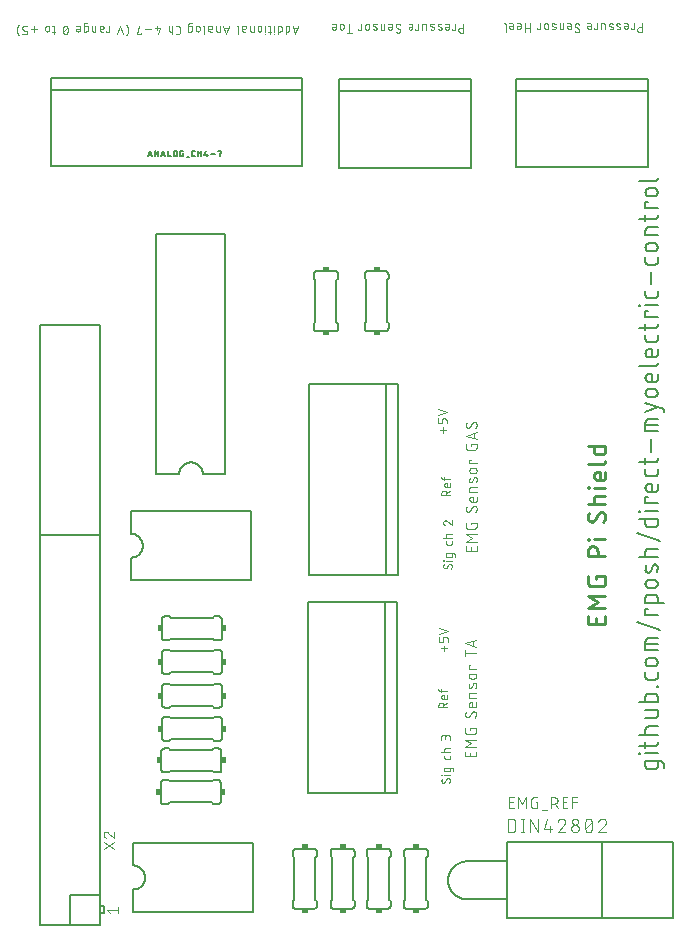
<source format=gbr>
G04 EAGLE Gerber RS-274X export*
G75*
%MOMM*%
%FSLAX34Y34*%
%LPD*%
%INSilkscreen Top*%
%IPPOS*%
%AMOC8*
5,1,8,0,0,1.08239X$1,22.5*%
G01*
%ADD10C,0.076200*%
%ADD11C,0.127000*%
%ADD12C,0.279400*%
%ADD13C,0.101600*%
%ADD14C,0.152400*%
%ADD15C,0.203200*%
%ADD16R,0.508000X0.381000*%
%ADD17R,0.381000X0.508000*%


D10*
X408558Y123881D02*
X404381Y123881D01*
X404381Y133279D01*
X408558Y133279D01*
X407514Y129102D02*
X404381Y129102D01*
X412376Y133279D02*
X412376Y123881D01*
X415508Y128058D02*
X412376Y133279D01*
X415508Y128058D02*
X418641Y133279D01*
X418641Y123881D01*
X426916Y129102D02*
X428482Y129102D01*
X428482Y123881D01*
X425349Y123881D01*
X425260Y123883D01*
X425172Y123889D01*
X425084Y123898D01*
X424996Y123911D01*
X424909Y123928D01*
X424823Y123948D01*
X424738Y123973D01*
X424653Y124000D01*
X424570Y124032D01*
X424489Y124066D01*
X424409Y124105D01*
X424331Y124146D01*
X424254Y124191D01*
X424180Y124239D01*
X424107Y124290D01*
X424037Y124344D01*
X423970Y124402D01*
X423904Y124462D01*
X423842Y124524D01*
X423782Y124590D01*
X423724Y124657D01*
X423670Y124727D01*
X423619Y124800D01*
X423571Y124874D01*
X423526Y124951D01*
X423485Y125029D01*
X423446Y125109D01*
X423412Y125190D01*
X423380Y125273D01*
X423353Y125358D01*
X423328Y125443D01*
X423308Y125529D01*
X423291Y125616D01*
X423278Y125704D01*
X423269Y125792D01*
X423263Y125880D01*
X423261Y125969D01*
X423261Y131191D01*
X423262Y131191D02*
X423264Y131282D01*
X423270Y131373D01*
X423280Y131464D01*
X423294Y131554D01*
X423311Y131643D01*
X423333Y131731D01*
X423359Y131819D01*
X423388Y131905D01*
X423421Y131990D01*
X423458Y132073D01*
X423498Y132155D01*
X423542Y132235D01*
X423589Y132313D01*
X423640Y132389D01*
X423693Y132462D01*
X423750Y132533D01*
X423811Y132602D01*
X423874Y132667D01*
X423939Y132730D01*
X424008Y132790D01*
X424079Y132848D01*
X424152Y132901D01*
X424228Y132952D01*
X424306Y132999D01*
X424386Y133043D01*
X424468Y133083D01*
X424551Y133120D01*
X424636Y133153D01*
X424722Y133182D01*
X424810Y133208D01*
X424898Y133230D01*
X424987Y133247D01*
X425077Y133261D01*
X425168Y133271D01*
X425259Y133277D01*
X425350Y133279D01*
X425349Y133279D02*
X428482Y133279D01*
X432318Y122837D02*
X436494Y122837D01*
X440387Y123881D02*
X440387Y133279D01*
X442997Y133279D01*
X443098Y133277D01*
X443199Y133271D01*
X443300Y133261D01*
X443400Y133248D01*
X443500Y133230D01*
X443599Y133209D01*
X443697Y133183D01*
X443794Y133154D01*
X443890Y133122D01*
X443984Y133085D01*
X444077Y133045D01*
X444169Y133001D01*
X444258Y132954D01*
X444346Y132903D01*
X444432Y132849D01*
X444515Y132792D01*
X444597Y132732D01*
X444675Y132668D01*
X444752Y132602D01*
X444825Y132532D01*
X444896Y132460D01*
X444964Y132385D01*
X445029Y132307D01*
X445091Y132227D01*
X445150Y132145D01*
X445206Y132060D01*
X445258Y131973D01*
X445307Y131885D01*
X445353Y131794D01*
X445394Y131702D01*
X445433Y131608D01*
X445467Y131513D01*
X445498Y131417D01*
X445525Y131319D01*
X445549Y131221D01*
X445568Y131121D01*
X445584Y131021D01*
X445596Y130921D01*
X445604Y130820D01*
X445608Y130719D01*
X445608Y130617D01*
X445604Y130516D01*
X445596Y130415D01*
X445584Y130315D01*
X445568Y130215D01*
X445549Y130115D01*
X445525Y130017D01*
X445498Y129919D01*
X445467Y129823D01*
X445433Y129728D01*
X445394Y129634D01*
X445353Y129542D01*
X445307Y129451D01*
X445258Y129362D01*
X445206Y129276D01*
X445150Y129191D01*
X445091Y129109D01*
X445029Y129029D01*
X444964Y128951D01*
X444896Y128876D01*
X444825Y128804D01*
X444752Y128734D01*
X444675Y128668D01*
X444597Y128604D01*
X444515Y128544D01*
X444432Y128487D01*
X444346Y128433D01*
X444258Y128382D01*
X444169Y128335D01*
X444077Y128291D01*
X443984Y128251D01*
X443890Y128214D01*
X443794Y128182D01*
X443697Y128153D01*
X443599Y128127D01*
X443500Y128106D01*
X443400Y128088D01*
X443300Y128075D01*
X443199Y128065D01*
X443098Y128059D01*
X442997Y128057D01*
X442997Y128058D02*
X440387Y128058D01*
X443519Y128058D02*
X445608Y123881D01*
X449796Y123881D02*
X453973Y123881D01*
X449796Y123881D02*
X449796Y133279D01*
X453973Y133279D01*
X452929Y129102D02*
X449796Y129102D01*
X457721Y133279D02*
X457721Y123881D01*
X457721Y133279D02*
X461898Y133279D01*
X461898Y129102D02*
X457721Y129102D01*
X349754Y256881D02*
X349754Y261792D01*
X347299Y259336D02*
X352210Y259336D01*
X352619Y265093D02*
X352619Y267548D01*
X352617Y267626D01*
X352612Y267704D01*
X352602Y267781D01*
X352589Y267858D01*
X352573Y267934D01*
X352553Y268009D01*
X352529Y268083D01*
X352502Y268156D01*
X352471Y268228D01*
X352437Y268298D01*
X352400Y268367D01*
X352359Y268433D01*
X352315Y268498D01*
X352269Y268560D01*
X352219Y268620D01*
X352167Y268678D01*
X352112Y268733D01*
X352054Y268785D01*
X351994Y268835D01*
X351932Y268881D01*
X351867Y268925D01*
X351801Y268966D01*
X351732Y269003D01*
X351662Y269037D01*
X351590Y269068D01*
X351517Y269095D01*
X351443Y269119D01*
X351368Y269139D01*
X351292Y269155D01*
X351215Y269168D01*
X351138Y269178D01*
X351060Y269183D01*
X350982Y269185D01*
X350164Y269185D01*
X350084Y269183D01*
X350004Y269177D01*
X349924Y269167D01*
X349845Y269154D01*
X349766Y269136D01*
X349689Y269115D01*
X349613Y269089D01*
X349538Y269060D01*
X349464Y269028D01*
X349392Y268992D01*
X349322Y268952D01*
X349255Y268909D01*
X349189Y268863D01*
X349126Y268813D01*
X349065Y268761D01*
X349006Y268706D01*
X348951Y268647D01*
X348899Y268587D01*
X348849Y268523D01*
X348803Y268457D01*
X348760Y268390D01*
X348720Y268320D01*
X348684Y268248D01*
X348652Y268174D01*
X348623Y268100D01*
X348597Y268023D01*
X348576Y267946D01*
X348558Y267867D01*
X348545Y267788D01*
X348535Y267708D01*
X348529Y267628D01*
X348527Y267548D01*
X348527Y265093D01*
X345253Y265093D01*
X345253Y269185D01*
X345253Y271999D02*
X352619Y274454D01*
X345253Y276910D01*
X348754Y441881D02*
X348754Y446792D01*
X346299Y444336D02*
X351210Y444336D01*
X351619Y450093D02*
X351619Y452548D01*
X351617Y452626D01*
X351612Y452704D01*
X351602Y452781D01*
X351589Y452858D01*
X351573Y452934D01*
X351553Y453009D01*
X351529Y453083D01*
X351502Y453156D01*
X351471Y453228D01*
X351437Y453298D01*
X351400Y453367D01*
X351359Y453433D01*
X351315Y453498D01*
X351269Y453560D01*
X351219Y453620D01*
X351167Y453678D01*
X351112Y453733D01*
X351054Y453785D01*
X350994Y453835D01*
X350932Y453881D01*
X350867Y453925D01*
X350801Y453966D01*
X350732Y454003D01*
X350662Y454037D01*
X350590Y454068D01*
X350517Y454095D01*
X350443Y454119D01*
X350368Y454139D01*
X350292Y454155D01*
X350215Y454168D01*
X350138Y454178D01*
X350060Y454183D01*
X349982Y454185D01*
X349164Y454185D01*
X349084Y454183D01*
X349004Y454177D01*
X348924Y454167D01*
X348845Y454154D01*
X348766Y454136D01*
X348689Y454115D01*
X348613Y454089D01*
X348538Y454060D01*
X348464Y454028D01*
X348392Y453992D01*
X348322Y453952D01*
X348255Y453909D01*
X348189Y453863D01*
X348126Y453813D01*
X348065Y453761D01*
X348006Y453706D01*
X347951Y453647D01*
X347899Y453587D01*
X347849Y453523D01*
X347803Y453457D01*
X347760Y453390D01*
X347720Y453320D01*
X347684Y453248D01*
X347652Y453174D01*
X347623Y453100D01*
X347597Y453023D01*
X347576Y452946D01*
X347558Y452867D01*
X347545Y452788D01*
X347535Y452708D01*
X347529Y452628D01*
X347527Y452548D01*
X347527Y450093D01*
X344253Y450093D01*
X344253Y454185D01*
X344253Y456999D02*
X351619Y459454D01*
X344253Y461910D01*
X347253Y388881D02*
X354619Y388881D01*
X347253Y388881D02*
X347253Y390927D01*
X347255Y391016D01*
X347261Y391105D01*
X347271Y391194D01*
X347284Y391282D01*
X347301Y391370D01*
X347323Y391457D01*
X347348Y391542D01*
X347376Y391627D01*
X347409Y391710D01*
X347445Y391792D01*
X347484Y391872D01*
X347527Y391950D01*
X347573Y392026D01*
X347623Y392101D01*
X347676Y392173D01*
X347732Y392242D01*
X347791Y392309D01*
X347852Y392374D01*
X347917Y392435D01*
X347984Y392494D01*
X348053Y392550D01*
X348125Y392603D01*
X348200Y392653D01*
X348276Y392699D01*
X348354Y392742D01*
X348434Y392781D01*
X348516Y392817D01*
X348599Y392850D01*
X348684Y392878D01*
X348769Y392903D01*
X348856Y392925D01*
X348944Y392942D01*
X349032Y392955D01*
X349121Y392965D01*
X349210Y392971D01*
X349299Y392973D01*
X349388Y392971D01*
X349477Y392965D01*
X349566Y392955D01*
X349654Y392942D01*
X349742Y392925D01*
X349829Y392903D01*
X349914Y392878D01*
X349999Y392850D01*
X350082Y392817D01*
X350164Y392781D01*
X350244Y392742D01*
X350322Y392699D01*
X350398Y392653D01*
X350473Y392603D01*
X350545Y392550D01*
X350614Y392494D01*
X350681Y392435D01*
X350746Y392374D01*
X350807Y392309D01*
X350866Y392242D01*
X350922Y392173D01*
X350975Y392101D01*
X351025Y392026D01*
X351071Y391950D01*
X351114Y391872D01*
X351153Y391792D01*
X351189Y391710D01*
X351222Y391627D01*
X351250Y391542D01*
X351275Y391457D01*
X351297Y391370D01*
X351314Y391282D01*
X351327Y391194D01*
X351337Y391105D01*
X351343Y391016D01*
X351345Y390927D01*
X351345Y388881D01*
X351345Y391336D02*
X354619Y392973D01*
X354619Y397294D02*
X354619Y399340D01*
X354619Y397294D02*
X354617Y397225D01*
X354611Y397157D01*
X354602Y397088D01*
X354588Y397021D01*
X354571Y396954D01*
X354550Y396888D01*
X354526Y396824D01*
X354497Y396761D01*
X354466Y396700D01*
X354431Y396641D01*
X354393Y396583D01*
X354351Y396528D01*
X354307Y396476D01*
X354259Y396426D01*
X354209Y396378D01*
X354157Y396334D01*
X354102Y396293D01*
X354044Y396254D01*
X353985Y396219D01*
X353924Y396188D01*
X353861Y396159D01*
X353797Y396135D01*
X353731Y396114D01*
X353664Y396097D01*
X353597Y396083D01*
X353529Y396074D01*
X353460Y396068D01*
X353391Y396066D01*
X353391Y396067D02*
X351345Y396067D01*
X351345Y396066D02*
X351266Y396068D01*
X351187Y396074D01*
X351108Y396083D01*
X351030Y396096D01*
X350953Y396114D01*
X350877Y396134D01*
X350802Y396159D01*
X350728Y396187D01*
X350655Y396218D01*
X350584Y396254D01*
X350515Y396292D01*
X350448Y396334D01*
X350383Y396379D01*
X350320Y396427D01*
X350259Y396478D01*
X350202Y396532D01*
X350146Y396588D01*
X350094Y396647D01*
X350044Y396709D01*
X349998Y396773D01*
X349954Y396839D01*
X349914Y396907D01*
X349878Y396977D01*
X349844Y397049D01*
X349814Y397123D01*
X349788Y397197D01*
X349765Y397273D01*
X349747Y397350D01*
X349731Y397427D01*
X349720Y397506D01*
X349712Y397584D01*
X349708Y397663D01*
X349708Y397743D01*
X349712Y397822D01*
X349720Y397900D01*
X349731Y397979D01*
X349747Y398056D01*
X349765Y398133D01*
X349788Y398209D01*
X349814Y398283D01*
X349844Y398357D01*
X349878Y398429D01*
X349914Y398499D01*
X349954Y398567D01*
X349998Y398633D01*
X350044Y398697D01*
X350094Y398759D01*
X350146Y398818D01*
X350202Y398874D01*
X350259Y398928D01*
X350320Y398979D01*
X350383Y399027D01*
X350448Y399072D01*
X350515Y399114D01*
X350584Y399152D01*
X350655Y399188D01*
X350728Y399219D01*
X350802Y399247D01*
X350877Y399272D01*
X350953Y399292D01*
X351030Y399310D01*
X351108Y399323D01*
X351187Y399332D01*
X351266Y399338D01*
X351345Y399340D01*
X352164Y399340D01*
X352164Y396067D01*
X354619Y402800D02*
X348481Y402800D01*
X348412Y402802D01*
X348344Y402808D01*
X348275Y402817D01*
X348208Y402831D01*
X348141Y402848D01*
X348075Y402869D01*
X348011Y402893D01*
X347948Y402922D01*
X347887Y402953D01*
X347828Y402988D01*
X347770Y403026D01*
X347715Y403068D01*
X347663Y403112D01*
X347613Y403160D01*
X347565Y403210D01*
X347521Y403262D01*
X347480Y403317D01*
X347441Y403375D01*
X347406Y403434D01*
X347375Y403495D01*
X347346Y403558D01*
X347322Y403622D01*
X347301Y403688D01*
X347284Y403755D01*
X347270Y403822D01*
X347261Y403890D01*
X347255Y403959D01*
X347253Y404028D01*
X347253Y404437D01*
X349708Y404437D02*
X349708Y401981D01*
X352119Y209381D02*
X344753Y209381D01*
X344753Y211427D01*
X344755Y211516D01*
X344761Y211605D01*
X344771Y211694D01*
X344784Y211782D01*
X344801Y211870D01*
X344823Y211957D01*
X344848Y212042D01*
X344876Y212127D01*
X344909Y212210D01*
X344945Y212292D01*
X344984Y212372D01*
X345027Y212450D01*
X345073Y212526D01*
X345123Y212601D01*
X345176Y212673D01*
X345232Y212742D01*
X345291Y212809D01*
X345352Y212874D01*
X345417Y212935D01*
X345484Y212994D01*
X345553Y213050D01*
X345625Y213103D01*
X345700Y213153D01*
X345776Y213199D01*
X345854Y213242D01*
X345934Y213281D01*
X346016Y213317D01*
X346099Y213350D01*
X346184Y213378D01*
X346269Y213403D01*
X346356Y213425D01*
X346444Y213442D01*
X346532Y213455D01*
X346621Y213465D01*
X346710Y213471D01*
X346799Y213473D01*
X346888Y213471D01*
X346977Y213465D01*
X347066Y213455D01*
X347154Y213442D01*
X347242Y213425D01*
X347329Y213403D01*
X347414Y213378D01*
X347499Y213350D01*
X347582Y213317D01*
X347664Y213281D01*
X347744Y213242D01*
X347822Y213199D01*
X347898Y213153D01*
X347973Y213103D01*
X348045Y213050D01*
X348114Y212994D01*
X348181Y212935D01*
X348246Y212874D01*
X348307Y212809D01*
X348366Y212742D01*
X348422Y212673D01*
X348475Y212601D01*
X348525Y212526D01*
X348571Y212450D01*
X348614Y212372D01*
X348653Y212292D01*
X348689Y212210D01*
X348722Y212127D01*
X348750Y212042D01*
X348775Y211957D01*
X348797Y211870D01*
X348814Y211782D01*
X348827Y211694D01*
X348837Y211605D01*
X348843Y211516D01*
X348845Y211427D01*
X348845Y209381D01*
X348845Y211836D02*
X352119Y213473D01*
X352119Y217794D02*
X352119Y219840D01*
X352119Y217794D02*
X352117Y217725D01*
X352111Y217657D01*
X352102Y217588D01*
X352088Y217521D01*
X352071Y217454D01*
X352050Y217388D01*
X352026Y217324D01*
X351997Y217261D01*
X351966Y217200D01*
X351931Y217141D01*
X351893Y217083D01*
X351851Y217028D01*
X351807Y216976D01*
X351759Y216926D01*
X351709Y216878D01*
X351657Y216834D01*
X351602Y216793D01*
X351544Y216754D01*
X351485Y216719D01*
X351424Y216688D01*
X351361Y216659D01*
X351297Y216635D01*
X351231Y216614D01*
X351164Y216597D01*
X351097Y216583D01*
X351029Y216574D01*
X350960Y216568D01*
X350891Y216566D01*
X350891Y216567D02*
X348845Y216567D01*
X348845Y216566D02*
X348766Y216568D01*
X348687Y216574D01*
X348608Y216583D01*
X348530Y216596D01*
X348453Y216614D01*
X348377Y216634D01*
X348302Y216659D01*
X348228Y216687D01*
X348155Y216718D01*
X348084Y216754D01*
X348015Y216792D01*
X347948Y216834D01*
X347883Y216879D01*
X347820Y216927D01*
X347759Y216978D01*
X347702Y217032D01*
X347646Y217088D01*
X347594Y217147D01*
X347544Y217209D01*
X347498Y217273D01*
X347454Y217339D01*
X347414Y217407D01*
X347378Y217477D01*
X347344Y217549D01*
X347314Y217623D01*
X347288Y217697D01*
X347265Y217773D01*
X347247Y217850D01*
X347231Y217927D01*
X347220Y218006D01*
X347212Y218084D01*
X347208Y218163D01*
X347208Y218243D01*
X347212Y218322D01*
X347220Y218400D01*
X347231Y218479D01*
X347247Y218556D01*
X347265Y218633D01*
X347288Y218709D01*
X347314Y218783D01*
X347344Y218857D01*
X347378Y218929D01*
X347414Y218999D01*
X347454Y219067D01*
X347498Y219133D01*
X347544Y219197D01*
X347594Y219259D01*
X347646Y219318D01*
X347702Y219374D01*
X347759Y219428D01*
X347820Y219479D01*
X347883Y219527D01*
X347948Y219572D01*
X348015Y219614D01*
X348084Y219652D01*
X348155Y219688D01*
X348228Y219719D01*
X348302Y219747D01*
X348377Y219772D01*
X348453Y219792D01*
X348530Y219810D01*
X348608Y219823D01*
X348687Y219832D01*
X348766Y219838D01*
X348845Y219840D01*
X349664Y219840D01*
X349664Y216567D01*
X352119Y223300D02*
X345981Y223300D01*
X345912Y223302D01*
X345844Y223308D01*
X345775Y223317D01*
X345708Y223331D01*
X345641Y223348D01*
X345575Y223369D01*
X345511Y223393D01*
X345448Y223422D01*
X345387Y223453D01*
X345328Y223488D01*
X345270Y223526D01*
X345215Y223568D01*
X345163Y223612D01*
X345113Y223660D01*
X345065Y223710D01*
X345021Y223762D01*
X344980Y223817D01*
X344941Y223875D01*
X344906Y223934D01*
X344875Y223995D01*
X344846Y224058D01*
X344822Y224122D01*
X344801Y224188D01*
X344784Y224255D01*
X344770Y224322D01*
X344761Y224390D01*
X344755Y224459D01*
X344753Y224528D01*
X344753Y224937D01*
X347208Y224937D02*
X347208Y222481D01*
X356119Y329336D02*
X356117Y329414D01*
X356112Y329492D01*
X356102Y329569D01*
X356089Y329646D01*
X356073Y329722D01*
X356053Y329797D01*
X356029Y329871D01*
X356002Y329944D01*
X355971Y330016D01*
X355937Y330086D01*
X355900Y330155D01*
X355859Y330221D01*
X355815Y330286D01*
X355769Y330348D01*
X355719Y330408D01*
X355667Y330466D01*
X355612Y330521D01*
X355554Y330573D01*
X355494Y330623D01*
X355432Y330669D01*
X355367Y330713D01*
X355301Y330754D01*
X355232Y330791D01*
X355162Y330825D01*
X355090Y330856D01*
X355017Y330883D01*
X354943Y330907D01*
X354868Y330927D01*
X354792Y330943D01*
X354715Y330956D01*
X354638Y330966D01*
X354560Y330971D01*
X354482Y330973D01*
X356119Y329336D02*
X356117Y329222D01*
X356112Y329109D01*
X356102Y328995D01*
X356089Y328882D01*
X356072Y328770D01*
X356052Y328658D01*
X356028Y328547D01*
X356000Y328436D01*
X355969Y328327D01*
X355934Y328219D01*
X355895Y328112D01*
X355853Y328006D01*
X355808Y327902D01*
X355759Y327799D01*
X355706Y327698D01*
X355651Y327599D01*
X355592Y327501D01*
X355530Y327406D01*
X355465Y327313D01*
X355397Y327221D01*
X355326Y327133D01*
X355252Y327046D01*
X355175Y326962D01*
X355096Y326881D01*
X350390Y327086D02*
X350312Y327088D01*
X350234Y327093D01*
X350157Y327103D01*
X350080Y327116D01*
X350004Y327132D01*
X349929Y327152D01*
X349855Y327176D01*
X349782Y327203D01*
X349710Y327234D01*
X349640Y327268D01*
X349572Y327305D01*
X349505Y327346D01*
X349440Y327390D01*
X349378Y327436D01*
X349318Y327486D01*
X349260Y327538D01*
X349205Y327593D01*
X349153Y327651D01*
X349103Y327711D01*
X349057Y327773D01*
X349013Y327838D01*
X348972Y327905D01*
X348935Y327973D01*
X348901Y328043D01*
X348870Y328115D01*
X348843Y328188D01*
X348819Y328262D01*
X348799Y328337D01*
X348783Y328413D01*
X348770Y328490D01*
X348760Y328567D01*
X348755Y328645D01*
X348753Y328723D01*
X348755Y328833D01*
X348761Y328942D01*
X348771Y329052D01*
X348784Y329160D01*
X348802Y329269D01*
X348823Y329376D01*
X348849Y329483D01*
X348878Y329589D01*
X348910Y329694D01*
X348947Y329797D01*
X348987Y329899D01*
X349031Y330000D01*
X349079Y330099D01*
X349129Y330196D01*
X349184Y330291D01*
X349242Y330384D01*
X349303Y330475D01*
X349367Y330564D01*
X351822Y327904D02*
X351780Y327838D01*
X351736Y327773D01*
X351688Y327711D01*
X351638Y327651D01*
X351585Y327593D01*
X351529Y327538D01*
X351471Y327485D01*
X351410Y327436D01*
X351347Y327389D01*
X351282Y327345D01*
X351215Y327305D01*
X351146Y327268D01*
X351075Y327234D01*
X351003Y327203D01*
X350929Y327176D01*
X350854Y327152D01*
X350779Y327132D01*
X350702Y327116D01*
X350625Y327103D01*
X350547Y327093D01*
X350468Y327088D01*
X350390Y327086D01*
X353049Y330155D02*
X353091Y330222D01*
X353135Y330287D01*
X353183Y330349D01*
X353233Y330409D01*
X353286Y330467D01*
X353342Y330522D01*
X353401Y330574D01*
X353461Y330624D01*
X353525Y330671D01*
X353590Y330714D01*
X353657Y330755D01*
X353726Y330792D01*
X353797Y330826D01*
X353869Y330857D01*
X353943Y330884D01*
X354017Y330908D01*
X354093Y330928D01*
X354170Y330944D01*
X354247Y330957D01*
X354325Y330967D01*
X354404Y330972D01*
X354482Y330974D01*
X353050Y330155D02*
X351822Y327904D01*
X351208Y333804D02*
X356119Y333804D01*
X349162Y333599D02*
X348753Y333599D01*
X348753Y334009D01*
X349162Y334009D01*
X349162Y333599D01*
X356119Y337987D02*
X356119Y340033D01*
X356119Y337987D02*
X356117Y337918D01*
X356111Y337850D01*
X356102Y337781D01*
X356088Y337714D01*
X356071Y337647D01*
X356050Y337581D01*
X356026Y337517D01*
X355997Y337454D01*
X355966Y337393D01*
X355931Y337334D01*
X355893Y337276D01*
X355851Y337221D01*
X355807Y337169D01*
X355759Y337119D01*
X355709Y337071D01*
X355657Y337027D01*
X355602Y336986D01*
X355544Y336947D01*
X355485Y336912D01*
X355424Y336881D01*
X355361Y336852D01*
X355297Y336828D01*
X355231Y336807D01*
X355164Y336790D01*
X355097Y336776D01*
X355029Y336767D01*
X354960Y336761D01*
X354891Y336759D01*
X352436Y336759D01*
X352367Y336761D01*
X352299Y336767D01*
X352230Y336776D01*
X352163Y336790D01*
X352096Y336807D01*
X352030Y336828D01*
X351966Y336852D01*
X351903Y336881D01*
X351842Y336912D01*
X351783Y336947D01*
X351725Y336985D01*
X351670Y337027D01*
X351618Y337071D01*
X351568Y337119D01*
X351520Y337169D01*
X351476Y337221D01*
X351434Y337276D01*
X351396Y337334D01*
X351361Y337393D01*
X351330Y337454D01*
X351301Y337517D01*
X351277Y337581D01*
X351256Y337647D01*
X351239Y337714D01*
X351225Y337781D01*
X351216Y337850D01*
X351210Y337918D01*
X351208Y337987D01*
X351208Y340033D01*
X357347Y340033D01*
X357416Y340031D01*
X357484Y340025D01*
X357553Y340016D01*
X357620Y340002D01*
X357687Y339985D01*
X357753Y339964D01*
X357817Y339940D01*
X357880Y339911D01*
X357941Y339880D01*
X358000Y339845D01*
X358058Y339807D01*
X358113Y339765D01*
X358165Y339721D01*
X358215Y339673D01*
X358263Y339623D01*
X358307Y339571D01*
X358349Y339516D01*
X358387Y339458D01*
X358422Y339399D01*
X358453Y339338D01*
X358482Y339275D01*
X358506Y339211D01*
X358527Y339145D01*
X358544Y339078D01*
X358558Y339011D01*
X358567Y338942D01*
X358573Y338874D01*
X358575Y338805D01*
X358574Y338805D02*
X358574Y337168D01*
X356119Y348522D02*
X356119Y350159D01*
X356119Y348522D02*
X356117Y348453D01*
X356111Y348385D01*
X356102Y348316D01*
X356088Y348249D01*
X356071Y348182D01*
X356050Y348116D01*
X356026Y348052D01*
X355997Y347989D01*
X355966Y347928D01*
X355931Y347869D01*
X355893Y347811D01*
X355851Y347756D01*
X355807Y347704D01*
X355759Y347654D01*
X355709Y347606D01*
X355657Y347562D01*
X355602Y347521D01*
X355544Y347482D01*
X355485Y347447D01*
X355424Y347416D01*
X355361Y347387D01*
X355297Y347363D01*
X355231Y347342D01*
X355164Y347325D01*
X355097Y347311D01*
X355029Y347302D01*
X354960Y347296D01*
X354891Y347294D01*
X352436Y347294D01*
X352367Y347296D01*
X352299Y347302D01*
X352230Y347311D01*
X352163Y347325D01*
X352096Y347342D01*
X352030Y347363D01*
X351966Y347387D01*
X351903Y347416D01*
X351842Y347447D01*
X351783Y347482D01*
X351725Y347520D01*
X351670Y347562D01*
X351618Y347606D01*
X351568Y347654D01*
X351520Y347704D01*
X351476Y347756D01*
X351434Y347811D01*
X351396Y347869D01*
X351361Y347928D01*
X351330Y347989D01*
X351301Y348052D01*
X351277Y348116D01*
X351256Y348182D01*
X351239Y348249D01*
X351225Y348316D01*
X351216Y348385D01*
X351210Y348453D01*
X351208Y348522D01*
X351208Y350159D01*
X348753Y353137D02*
X356119Y353137D01*
X351208Y353137D02*
X351208Y355183D01*
X351210Y355252D01*
X351216Y355320D01*
X351225Y355389D01*
X351239Y355456D01*
X351256Y355523D01*
X351277Y355589D01*
X351301Y355653D01*
X351330Y355716D01*
X351361Y355777D01*
X351396Y355836D01*
X351434Y355894D01*
X351476Y355949D01*
X351520Y356001D01*
X351568Y356051D01*
X351618Y356099D01*
X351670Y356143D01*
X351725Y356185D01*
X351783Y356223D01*
X351842Y356258D01*
X351903Y356289D01*
X351966Y356318D01*
X352030Y356342D01*
X352096Y356363D01*
X352163Y356380D01*
X352230Y356394D01*
X352299Y356403D01*
X352367Y356409D01*
X352436Y356411D01*
X356119Y356411D01*
X348753Y365951D02*
X348755Y366036D01*
X348761Y366121D01*
X348771Y366205D01*
X348784Y366289D01*
X348802Y366373D01*
X348823Y366455D01*
X348848Y366536D01*
X348877Y366616D01*
X348910Y366695D01*
X348946Y366772D01*
X348986Y366847D01*
X349029Y366921D01*
X349075Y366992D01*
X349125Y367061D01*
X349178Y367128D01*
X349234Y367192D01*
X349293Y367253D01*
X349354Y367312D01*
X349418Y367368D01*
X349485Y367421D01*
X349554Y367471D01*
X349625Y367517D01*
X349699Y367560D01*
X349774Y367600D01*
X349851Y367636D01*
X349930Y367669D01*
X350010Y367698D01*
X350091Y367723D01*
X350173Y367744D01*
X350257Y367762D01*
X350341Y367775D01*
X350425Y367785D01*
X350510Y367791D01*
X350595Y367793D01*
X348753Y365951D02*
X348755Y365855D01*
X348761Y365759D01*
X348771Y365664D01*
X348784Y365569D01*
X348802Y365474D01*
X348823Y365381D01*
X348848Y365288D01*
X348877Y365197D01*
X348909Y365106D01*
X348945Y365017D01*
X348985Y364930D01*
X349028Y364844D01*
X349074Y364760D01*
X349124Y364678D01*
X349178Y364598D01*
X349234Y364521D01*
X349294Y364446D01*
X349356Y364373D01*
X349422Y364303D01*
X349490Y364235D01*
X349561Y364170D01*
X349634Y364109D01*
X349710Y364050D01*
X349789Y363994D01*
X349869Y363942D01*
X349952Y363893D01*
X350036Y363847D01*
X350122Y363805D01*
X350210Y363767D01*
X350299Y363732D01*
X350390Y363700D01*
X352027Y367179D02*
X351968Y367239D01*
X351906Y367296D01*
X351842Y367351D01*
X351775Y367402D01*
X351706Y367451D01*
X351636Y367497D01*
X351563Y367540D01*
X351489Y367580D01*
X351413Y367616D01*
X351335Y367649D01*
X351256Y367679D01*
X351176Y367706D01*
X351095Y367729D01*
X351013Y367748D01*
X350931Y367764D01*
X350847Y367777D01*
X350763Y367786D01*
X350679Y367791D01*
X350595Y367793D01*
X352027Y367179D02*
X356119Y363701D01*
X356119Y367793D01*
X352982Y149473D02*
X353060Y149471D01*
X353138Y149466D01*
X353215Y149456D01*
X353292Y149443D01*
X353368Y149427D01*
X353443Y149407D01*
X353517Y149383D01*
X353590Y149356D01*
X353662Y149325D01*
X353732Y149291D01*
X353801Y149254D01*
X353867Y149213D01*
X353932Y149169D01*
X353994Y149123D01*
X354054Y149073D01*
X354112Y149021D01*
X354167Y148966D01*
X354219Y148908D01*
X354269Y148848D01*
X354315Y148786D01*
X354359Y148721D01*
X354400Y148655D01*
X354437Y148586D01*
X354471Y148516D01*
X354502Y148444D01*
X354529Y148371D01*
X354553Y148297D01*
X354573Y148222D01*
X354589Y148146D01*
X354602Y148069D01*
X354612Y147992D01*
X354617Y147914D01*
X354619Y147836D01*
X354617Y147722D01*
X354612Y147609D01*
X354602Y147495D01*
X354589Y147382D01*
X354572Y147270D01*
X354552Y147158D01*
X354528Y147047D01*
X354500Y146936D01*
X354469Y146827D01*
X354434Y146719D01*
X354395Y146612D01*
X354353Y146506D01*
X354308Y146402D01*
X354259Y146299D01*
X354206Y146198D01*
X354151Y146099D01*
X354092Y146001D01*
X354030Y145906D01*
X353965Y145813D01*
X353897Y145721D01*
X353826Y145633D01*
X353752Y145546D01*
X353675Y145462D01*
X353596Y145381D01*
X348890Y145586D02*
X348812Y145588D01*
X348734Y145593D01*
X348657Y145603D01*
X348580Y145616D01*
X348504Y145632D01*
X348429Y145652D01*
X348355Y145676D01*
X348282Y145703D01*
X348210Y145734D01*
X348140Y145768D01*
X348072Y145805D01*
X348005Y145846D01*
X347940Y145890D01*
X347878Y145936D01*
X347818Y145986D01*
X347760Y146038D01*
X347705Y146093D01*
X347653Y146151D01*
X347603Y146211D01*
X347557Y146273D01*
X347513Y146338D01*
X347472Y146405D01*
X347435Y146473D01*
X347401Y146543D01*
X347370Y146615D01*
X347343Y146688D01*
X347319Y146762D01*
X347299Y146837D01*
X347283Y146913D01*
X347270Y146990D01*
X347260Y147067D01*
X347255Y147145D01*
X347253Y147223D01*
X347255Y147333D01*
X347261Y147442D01*
X347271Y147552D01*
X347284Y147660D01*
X347302Y147769D01*
X347323Y147876D01*
X347349Y147983D01*
X347378Y148089D01*
X347410Y148194D01*
X347447Y148297D01*
X347487Y148399D01*
X347531Y148500D01*
X347579Y148599D01*
X347629Y148696D01*
X347684Y148791D01*
X347742Y148884D01*
X347803Y148975D01*
X347867Y149064D01*
X350322Y146404D02*
X350280Y146338D01*
X350236Y146273D01*
X350188Y146211D01*
X350138Y146151D01*
X350085Y146093D01*
X350029Y146038D01*
X349971Y145985D01*
X349910Y145936D01*
X349847Y145889D01*
X349782Y145845D01*
X349715Y145805D01*
X349646Y145768D01*
X349575Y145734D01*
X349503Y145703D01*
X349429Y145676D01*
X349354Y145652D01*
X349279Y145632D01*
X349202Y145616D01*
X349125Y145603D01*
X349047Y145593D01*
X348968Y145588D01*
X348890Y145586D01*
X351549Y148655D02*
X351591Y148722D01*
X351635Y148787D01*
X351683Y148849D01*
X351733Y148909D01*
X351786Y148967D01*
X351842Y149022D01*
X351901Y149074D01*
X351961Y149124D01*
X352025Y149171D01*
X352090Y149214D01*
X352157Y149255D01*
X352226Y149292D01*
X352297Y149326D01*
X352369Y149357D01*
X352443Y149384D01*
X352517Y149408D01*
X352593Y149428D01*
X352670Y149444D01*
X352747Y149457D01*
X352825Y149467D01*
X352904Y149472D01*
X352982Y149474D01*
X351550Y148655D02*
X350322Y146404D01*
X349708Y152304D02*
X354619Y152304D01*
X347662Y152099D02*
X347253Y152099D01*
X347253Y152509D01*
X347662Y152509D01*
X347662Y152099D01*
X354619Y156487D02*
X354619Y158533D01*
X354619Y156487D02*
X354617Y156418D01*
X354611Y156350D01*
X354602Y156281D01*
X354588Y156214D01*
X354571Y156147D01*
X354550Y156081D01*
X354526Y156017D01*
X354497Y155954D01*
X354466Y155893D01*
X354431Y155834D01*
X354393Y155776D01*
X354351Y155721D01*
X354307Y155669D01*
X354259Y155619D01*
X354209Y155571D01*
X354157Y155527D01*
X354102Y155486D01*
X354044Y155447D01*
X353985Y155412D01*
X353924Y155381D01*
X353861Y155352D01*
X353797Y155328D01*
X353731Y155307D01*
X353664Y155290D01*
X353597Y155276D01*
X353529Y155267D01*
X353460Y155261D01*
X353391Y155259D01*
X350936Y155259D01*
X350867Y155261D01*
X350799Y155267D01*
X350730Y155276D01*
X350663Y155290D01*
X350596Y155307D01*
X350530Y155328D01*
X350466Y155352D01*
X350403Y155381D01*
X350342Y155412D01*
X350283Y155447D01*
X350225Y155485D01*
X350170Y155527D01*
X350118Y155571D01*
X350068Y155619D01*
X350020Y155669D01*
X349976Y155721D01*
X349934Y155776D01*
X349896Y155834D01*
X349861Y155893D01*
X349830Y155954D01*
X349801Y156017D01*
X349777Y156081D01*
X349756Y156147D01*
X349739Y156214D01*
X349725Y156281D01*
X349716Y156350D01*
X349710Y156418D01*
X349708Y156487D01*
X349708Y158533D01*
X355847Y158533D01*
X355916Y158531D01*
X355984Y158525D01*
X356053Y158516D01*
X356120Y158502D01*
X356187Y158485D01*
X356253Y158464D01*
X356317Y158440D01*
X356380Y158411D01*
X356441Y158380D01*
X356500Y158345D01*
X356558Y158307D01*
X356613Y158265D01*
X356665Y158221D01*
X356715Y158173D01*
X356763Y158123D01*
X356807Y158071D01*
X356849Y158016D01*
X356887Y157958D01*
X356922Y157899D01*
X356953Y157838D01*
X356982Y157775D01*
X357006Y157711D01*
X357027Y157645D01*
X357044Y157578D01*
X357058Y157511D01*
X357067Y157442D01*
X357073Y157374D01*
X357075Y157305D01*
X357074Y157305D02*
X357074Y155668D01*
X354619Y167022D02*
X354619Y168659D01*
X354619Y167022D02*
X354617Y166953D01*
X354611Y166885D01*
X354602Y166816D01*
X354588Y166749D01*
X354571Y166682D01*
X354550Y166616D01*
X354526Y166552D01*
X354497Y166489D01*
X354466Y166428D01*
X354431Y166369D01*
X354393Y166311D01*
X354351Y166256D01*
X354307Y166204D01*
X354259Y166154D01*
X354209Y166106D01*
X354157Y166062D01*
X354102Y166021D01*
X354044Y165982D01*
X353985Y165947D01*
X353924Y165916D01*
X353861Y165887D01*
X353797Y165863D01*
X353731Y165842D01*
X353664Y165825D01*
X353597Y165811D01*
X353529Y165802D01*
X353460Y165796D01*
X353391Y165794D01*
X350936Y165794D01*
X350867Y165796D01*
X350799Y165802D01*
X350730Y165811D01*
X350663Y165825D01*
X350596Y165842D01*
X350530Y165863D01*
X350466Y165887D01*
X350403Y165916D01*
X350342Y165947D01*
X350283Y165982D01*
X350225Y166020D01*
X350170Y166062D01*
X350118Y166106D01*
X350068Y166154D01*
X350020Y166204D01*
X349976Y166256D01*
X349934Y166311D01*
X349896Y166369D01*
X349861Y166428D01*
X349830Y166489D01*
X349801Y166552D01*
X349777Y166616D01*
X349756Y166682D01*
X349739Y166749D01*
X349725Y166816D01*
X349716Y166885D01*
X349710Y166953D01*
X349708Y167022D01*
X349708Y168659D01*
X347253Y171637D02*
X354619Y171637D01*
X349708Y171637D02*
X349708Y173683D01*
X349710Y173752D01*
X349716Y173820D01*
X349725Y173889D01*
X349739Y173956D01*
X349756Y174023D01*
X349777Y174089D01*
X349801Y174153D01*
X349830Y174216D01*
X349861Y174277D01*
X349896Y174336D01*
X349934Y174394D01*
X349976Y174449D01*
X350020Y174501D01*
X350068Y174551D01*
X350118Y174599D01*
X350170Y174643D01*
X350225Y174685D01*
X350283Y174723D01*
X350342Y174758D01*
X350403Y174789D01*
X350466Y174818D01*
X350530Y174842D01*
X350596Y174863D01*
X350663Y174880D01*
X350730Y174894D01*
X350799Y174903D01*
X350867Y174909D01*
X350936Y174911D01*
X354619Y174911D01*
X354619Y182201D02*
X354619Y184247D01*
X354617Y184336D01*
X354611Y184425D01*
X354601Y184514D01*
X354588Y184602D01*
X354571Y184690D01*
X354549Y184777D01*
X354524Y184862D01*
X354496Y184947D01*
X354463Y185030D01*
X354427Y185112D01*
X354388Y185192D01*
X354345Y185270D01*
X354299Y185346D01*
X354249Y185421D01*
X354196Y185493D01*
X354140Y185562D01*
X354081Y185629D01*
X354020Y185694D01*
X353955Y185755D01*
X353888Y185814D01*
X353819Y185870D01*
X353747Y185923D01*
X353672Y185973D01*
X353596Y186019D01*
X353518Y186062D01*
X353438Y186101D01*
X353356Y186137D01*
X353273Y186170D01*
X353188Y186198D01*
X353103Y186223D01*
X353016Y186245D01*
X352928Y186262D01*
X352840Y186275D01*
X352751Y186285D01*
X352662Y186291D01*
X352573Y186293D01*
X352484Y186291D01*
X352395Y186285D01*
X352306Y186275D01*
X352218Y186262D01*
X352130Y186245D01*
X352043Y186223D01*
X351958Y186198D01*
X351873Y186170D01*
X351790Y186137D01*
X351708Y186101D01*
X351628Y186062D01*
X351550Y186019D01*
X351474Y185973D01*
X351399Y185923D01*
X351327Y185870D01*
X351258Y185814D01*
X351191Y185755D01*
X351126Y185694D01*
X351065Y185629D01*
X351006Y185562D01*
X350950Y185493D01*
X350897Y185421D01*
X350847Y185346D01*
X350801Y185270D01*
X350758Y185192D01*
X350719Y185112D01*
X350683Y185030D01*
X350650Y184947D01*
X350622Y184862D01*
X350597Y184777D01*
X350575Y184690D01*
X350558Y184602D01*
X350545Y184514D01*
X350535Y184425D01*
X350529Y184336D01*
X350527Y184247D01*
X347253Y184656D02*
X347253Y182201D01*
X347253Y184656D02*
X347255Y184735D01*
X347261Y184814D01*
X347270Y184893D01*
X347283Y184971D01*
X347301Y185048D01*
X347321Y185124D01*
X347346Y185199D01*
X347374Y185273D01*
X347405Y185346D01*
X347441Y185417D01*
X347479Y185486D01*
X347521Y185553D01*
X347566Y185618D01*
X347614Y185681D01*
X347665Y185742D01*
X347719Y185799D01*
X347775Y185855D01*
X347834Y185907D01*
X347896Y185957D01*
X347960Y186003D01*
X348026Y186047D01*
X348094Y186087D01*
X348164Y186123D01*
X348236Y186157D01*
X348310Y186187D01*
X348384Y186213D01*
X348460Y186236D01*
X348537Y186254D01*
X348614Y186270D01*
X348693Y186281D01*
X348771Y186289D01*
X348850Y186293D01*
X348930Y186293D01*
X349009Y186289D01*
X349087Y186281D01*
X349166Y186270D01*
X349243Y186254D01*
X349320Y186236D01*
X349396Y186213D01*
X349470Y186187D01*
X349544Y186157D01*
X349616Y186123D01*
X349686Y186087D01*
X349754Y186047D01*
X349820Y186003D01*
X349884Y185957D01*
X349946Y185907D01*
X350005Y185855D01*
X350061Y185799D01*
X350115Y185742D01*
X350166Y185681D01*
X350214Y185618D01*
X350259Y185553D01*
X350301Y185486D01*
X350339Y185417D01*
X350375Y185346D01*
X350406Y185273D01*
X350434Y185199D01*
X350459Y185124D01*
X350479Y185048D01*
X350497Y184971D01*
X350510Y184893D01*
X350519Y184814D01*
X350525Y184735D01*
X350527Y184656D01*
X350527Y183019D01*
X377119Y341881D02*
X377119Y346058D01*
X377119Y341881D02*
X367721Y341881D01*
X367721Y346058D01*
X371898Y345014D02*
X371898Y341881D01*
X367721Y349876D02*
X377119Y349876D01*
X372942Y353008D02*
X367721Y349876D01*
X372942Y353008D02*
X367721Y356141D01*
X377119Y356141D01*
X371898Y364416D02*
X371898Y365982D01*
X377119Y365982D01*
X377119Y362849D01*
X377117Y362760D01*
X377111Y362672D01*
X377102Y362584D01*
X377089Y362496D01*
X377072Y362409D01*
X377052Y362323D01*
X377027Y362238D01*
X377000Y362153D01*
X376968Y362070D01*
X376934Y361989D01*
X376895Y361909D01*
X376854Y361831D01*
X376809Y361754D01*
X376761Y361680D01*
X376710Y361607D01*
X376656Y361537D01*
X376598Y361470D01*
X376538Y361404D01*
X376476Y361342D01*
X376410Y361282D01*
X376343Y361224D01*
X376273Y361170D01*
X376200Y361119D01*
X376126Y361071D01*
X376049Y361026D01*
X375971Y360985D01*
X375891Y360946D01*
X375810Y360912D01*
X375727Y360880D01*
X375642Y360853D01*
X375557Y360828D01*
X375471Y360808D01*
X375384Y360791D01*
X375296Y360778D01*
X375208Y360769D01*
X375120Y360763D01*
X375031Y360761D01*
X369809Y360761D01*
X369718Y360763D01*
X369627Y360769D01*
X369536Y360779D01*
X369446Y360793D01*
X369357Y360811D01*
X369268Y360832D01*
X369181Y360858D01*
X369095Y360887D01*
X369010Y360920D01*
X368926Y360957D01*
X368844Y360997D01*
X368765Y361041D01*
X368687Y361088D01*
X368611Y361139D01*
X368537Y361193D01*
X368466Y361250D01*
X368398Y361310D01*
X368332Y361373D01*
X368269Y361439D01*
X368209Y361507D01*
X368152Y361578D01*
X368098Y361652D01*
X368047Y361728D01*
X368000Y361805D01*
X367956Y361885D01*
X367916Y361967D01*
X367879Y362051D01*
X367846Y362135D01*
X367817Y362222D01*
X367791Y362309D01*
X367770Y362398D01*
X367752Y362487D01*
X367738Y362577D01*
X367728Y362668D01*
X367722Y362759D01*
X367720Y362850D01*
X367721Y362849D02*
X367721Y365982D01*
X377119Y377914D02*
X377117Y378003D01*
X377111Y378091D01*
X377102Y378179D01*
X377089Y378267D01*
X377072Y378354D01*
X377052Y378440D01*
X377027Y378525D01*
X377000Y378610D01*
X376968Y378693D01*
X376934Y378774D01*
X376895Y378854D01*
X376854Y378932D01*
X376809Y379009D01*
X376761Y379083D01*
X376710Y379156D01*
X376656Y379226D01*
X376598Y379293D01*
X376538Y379359D01*
X376476Y379421D01*
X376410Y379481D01*
X376343Y379539D01*
X376273Y379593D01*
X376200Y379644D01*
X376126Y379692D01*
X376049Y379737D01*
X375971Y379778D01*
X375891Y379817D01*
X375810Y379851D01*
X375727Y379883D01*
X375642Y379910D01*
X375557Y379935D01*
X375471Y379955D01*
X375384Y379972D01*
X375296Y379985D01*
X375208Y379994D01*
X375120Y380000D01*
X375031Y380002D01*
X377119Y377914D02*
X377117Y377785D01*
X377111Y377656D01*
X377102Y377527D01*
X377089Y377399D01*
X377072Y377271D01*
X377051Y377144D01*
X377027Y377017D01*
X376999Y376891D01*
X376967Y376766D01*
X376932Y376642D01*
X376893Y376519D01*
X376850Y376397D01*
X376804Y376277D01*
X376754Y376158D01*
X376701Y376040D01*
X376645Y375924D01*
X376585Y375810D01*
X376522Y375697D01*
X376455Y375587D01*
X376386Y375478D01*
X376313Y375372D01*
X376237Y375267D01*
X376158Y375165D01*
X376076Y375066D01*
X375992Y374968D01*
X375904Y374873D01*
X375814Y374781D01*
X369809Y375043D02*
X369720Y375045D01*
X369632Y375051D01*
X369544Y375060D01*
X369456Y375073D01*
X369369Y375090D01*
X369283Y375110D01*
X369198Y375135D01*
X369113Y375162D01*
X369030Y375194D01*
X368949Y375228D01*
X368869Y375267D01*
X368791Y375308D01*
X368714Y375353D01*
X368640Y375401D01*
X368567Y375452D01*
X368497Y375506D01*
X368430Y375564D01*
X368364Y375624D01*
X368302Y375686D01*
X368242Y375752D01*
X368184Y375819D01*
X368130Y375889D01*
X368079Y375962D01*
X368031Y376036D01*
X367986Y376113D01*
X367945Y376191D01*
X367906Y376271D01*
X367872Y376352D01*
X367840Y376435D01*
X367813Y376520D01*
X367788Y376605D01*
X367768Y376691D01*
X367751Y376778D01*
X367738Y376866D01*
X367729Y376954D01*
X367723Y377042D01*
X367721Y377131D01*
X367723Y377251D01*
X367728Y377371D01*
X367738Y377490D01*
X367750Y377610D01*
X367767Y377729D01*
X367787Y377847D01*
X367811Y377965D01*
X367838Y378081D01*
X367869Y378197D01*
X367903Y378312D01*
X367941Y378426D01*
X367983Y378539D01*
X368028Y378650D01*
X368076Y378760D01*
X368127Y378868D01*
X368182Y378975D01*
X368240Y379080D01*
X368302Y379183D01*
X368366Y379284D01*
X368434Y379384D01*
X368504Y379481D01*
X371636Y376087D02*
X371588Y376009D01*
X371536Y375933D01*
X371482Y375860D01*
X371424Y375789D01*
X371363Y375720D01*
X371299Y375654D01*
X371232Y375591D01*
X371163Y375531D01*
X371091Y375474D01*
X371017Y375420D01*
X370940Y375370D01*
X370861Y375322D01*
X370781Y375279D01*
X370698Y375238D01*
X370614Y375202D01*
X370529Y375169D01*
X370442Y375140D01*
X370353Y375114D01*
X370264Y375092D01*
X370174Y375075D01*
X370084Y375061D01*
X369992Y375051D01*
X369901Y375045D01*
X369809Y375043D01*
X373204Y378959D02*
X373252Y379037D01*
X373304Y379113D01*
X373358Y379186D01*
X373416Y379257D01*
X373477Y379326D01*
X373541Y379392D01*
X373608Y379455D01*
X373677Y379515D01*
X373749Y379572D01*
X373823Y379626D01*
X373900Y379676D01*
X373979Y379724D01*
X374059Y379767D01*
X374142Y379808D01*
X374226Y379844D01*
X374311Y379877D01*
X374398Y379906D01*
X374487Y379932D01*
X374576Y379954D01*
X374666Y379971D01*
X374756Y379985D01*
X374848Y379995D01*
X374939Y380001D01*
X375031Y380003D01*
X373203Y378959D02*
X371637Y376087D01*
X377119Y385100D02*
X377119Y387710D01*
X377119Y385100D02*
X377117Y385023D01*
X377111Y384947D01*
X377102Y384870D01*
X377089Y384794D01*
X377072Y384719D01*
X377052Y384645D01*
X377027Y384572D01*
X377000Y384501D01*
X376969Y384430D01*
X376934Y384362D01*
X376896Y384295D01*
X376855Y384230D01*
X376811Y384167D01*
X376764Y384107D01*
X376713Y384048D01*
X376660Y383993D01*
X376605Y383940D01*
X376546Y383889D01*
X376486Y383842D01*
X376423Y383798D01*
X376358Y383757D01*
X376291Y383719D01*
X376223Y383684D01*
X376152Y383653D01*
X376081Y383626D01*
X376008Y383601D01*
X375934Y383581D01*
X375859Y383564D01*
X375783Y383551D01*
X375706Y383542D01*
X375630Y383536D01*
X375553Y383534D01*
X375553Y383533D02*
X372942Y383533D01*
X372942Y383534D02*
X372852Y383536D01*
X372763Y383542D01*
X372673Y383551D01*
X372584Y383565D01*
X372496Y383582D01*
X372409Y383603D01*
X372322Y383628D01*
X372237Y383657D01*
X372153Y383689D01*
X372071Y383724D01*
X371990Y383764D01*
X371911Y383806D01*
X371834Y383852D01*
X371759Y383902D01*
X371686Y383954D01*
X371615Y384010D01*
X371547Y384068D01*
X371482Y384130D01*
X371419Y384194D01*
X371359Y384261D01*
X371302Y384330D01*
X371248Y384402D01*
X371197Y384476D01*
X371149Y384552D01*
X371105Y384630D01*
X371064Y384710D01*
X371026Y384792D01*
X370992Y384875D01*
X370962Y384960D01*
X370935Y385046D01*
X370912Y385132D01*
X370893Y385220D01*
X370878Y385309D01*
X370866Y385398D01*
X370858Y385487D01*
X370854Y385577D01*
X370854Y385667D01*
X370858Y385757D01*
X370866Y385846D01*
X370878Y385935D01*
X370893Y386024D01*
X370912Y386112D01*
X370935Y386198D01*
X370962Y386284D01*
X370992Y386369D01*
X371026Y386452D01*
X371064Y386534D01*
X371105Y386614D01*
X371149Y386692D01*
X371197Y386768D01*
X371248Y386842D01*
X371302Y386914D01*
X371359Y386983D01*
X371419Y387050D01*
X371482Y387114D01*
X371547Y387176D01*
X371615Y387234D01*
X371686Y387290D01*
X371759Y387342D01*
X371834Y387392D01*
X371911Y387438D01*
X371990Y387480D01*
X372071Y387520D01*
X372153Y387555D01*
X372237Y387587D01*
X372322Y387616D01*
X372409Y387641D01*
X372496Y387662D01*
X372584Y387679D01*
X372673Y387693D01*
X372763Y387702D01*
X372852Y387708D01*
X372942Y387710D01*
X373986Y387710D01*
X373986Y383533D01*
X370854Y391763D02*
X377119Y391763D01*
X370854Y391763D02*
X370854Y394374D01*
X370856Y394451D01*
X370862Y394527D01*
X370871Y394604D01*
X370884Y394680D01*
X370901Y394755D01*
X370921Y394829D01*
X370946Y394902D01*
X370973Y394973D01*
X371004Y395044D01*
X371039Y395112D01*
X371077Y395179D01*
X371118Y395244D01*
X371162Y395307D01*
X371209Y395367D01*
X371260Y395426D01*
X371313Y395481D01*
X371368Y395534D01*
X371427Y395585D01*
X371487Y395632D01*
X371550Y395676D01*
X371615Y395717D01*
X371682Y395755D01*
X371750Y395790D01*
X371821Y395821D01*
X371892Y395848D01*
X371965Y395873D01*
X372039Y395893D01*
X372114Y395910D01*
X372190Y395923D01*
X372266Y395932D01*
X372343Y395938D01*
X372420Y395940D01*
X377119Y395940D01*
X373464Y400776D02*
X374508Y403386D01*
X373464Y400775D02*
X373436Y400709D01*
X373403Y400644D01*
X373368Y400581D01*
X373329Y400520D01*
X373287Y400461D01*
X373242Y400405D01*
X373194Y400351D01*
X373143Y400300D01*
X373090Y400251D01*
X373033Y400206D01*
X372975Y400163D01*
X372915Y400124D01*
X372852Y400087D01*
X372787Y400055D01*
X372721Y400026D01*
X372654Y400000D01*
X372585Y399978D01*
X372515Y399960D01*
X372444Y399945D01*
X372373Y399934D01*
X372301Y399927D01*
X372229Y399924D01*
X372157Y399925D01*
X372084Y399930D01*
X372013Y399938D01*
X371941Y399950D01*
X371871Y399966D01*
X371802Y399986D01*
X371733Y400010D01*
X371666Y400037D01*
X371601Y400067D01*
X371537Y400101D01*
X371475Y400139D01*
X371415Y400179D01*
X371358Y400223D01*
X371303Y400270D01*
X371250Y400320D01*
X371201Y400372D01*
X371154Y400427D01*
X371110Y400484D01*
X371069Y400544D01*
X371032Y400606D01*
X370997Y400670D01*
X370967Y400735D01*
X370939Y400802D01*
X370916Y400870D01*
X370896Y400940D01*
X370880Y401010D01*
X370867Y401081D01*
X370859Y401153D01*
X370854Y401225D01*
X370853Y401297D01*
X370854Y401298D02*
X370858Y401449D01*
X370866Y401600D01*
X370877Y401751D01*
X370893Y401902D01*
X370913Y402052D01*
X370936Y402202D01*
X370963Y402351D01*
X370994Y402499D01*
X371029Y402647D01*
X371067Y402793D01*
X371110Y402939D01*
X371156Y403083D01*
X371205Y403226D01*
X371258Y403368D01*
X371315Y403508D01*
X371376Y403647D01*
X374508Y403386D02*
X374536Y403452D01*
X374569Y403517D01*
X374604Y403580D01*
X374643Y403641D01*
X374685Y403700D01*
X374730Y403756D01*
X374778Y403810D01*
X374829Y403861D01*
X374882Y403910D01*
X374939Y403956D01*
X374997Y403998D01*
X375057Y404037D01*
X375120Y404074D01*
X375185Y404106D01*
X375251Y404135D01*
X375318Y404161D01*
X375387Y404183D01*
X375457Y404201D01*
X375528Y404216D01*
X375599Y404227D01*
X375671Y404234D01*
X375743Y404237D01*
X375815Y404236D01*
X375888Y404231D01*
X375959Y404223D01*
X376031Y404211D01*
X376101Y404195D01*
X376170Y404175D01*
X376239Y404151D01*
X376306Y404124D01*
X376371Y404094D01*
X376435Y404060D01*
X376497Y404022D01*
X376557Y403982D01*
X376614Y403938D01*
X376669Y403891D01*
X376722Y403841D01*
X376771Y403789D01*
X376818Y403734D01*
X376862Y403677D01*
X376903Y403617D01*
X376940Y403555D01*
X376975Y403491D01*
X377005Y403426D01*
X377033Y403359D01*
X377056Y403291D01*
X377076Y403221D01*
X377092Y403151D01*
X377105Y403080D01*
X377113Y403008D01*
X377118Y402936D01*
X377119Y402864D01*
X377114Y402654D01*
X377103Y402445D01*
X377088Y402236D01*
X377068Y402028D01*
X377042Y401820D01*
X377012Y401613D01*
X376977Y401406D01*
X376937Y401201D01*
X376893Y400996D01*
X376843Y400793D01*
X376789Y400590D01*
X376729Y400389D01*
X376666Y400190D01*
X376597Y399992D01*
X375031Y407917D02*
X372942Y407917D01*
X372942Y407918D02*
X372852Y407920D01*
X372763Y407926D01*
X372673Y407935D01*
X372584Y407949D01*
X372496Y407966D01*
X372409Y407987D01*
X372322Y408012D01*
X372237Y408041D01*
X372153Y408073D01*
X372071Y408108D01*
X371990Y408148D01*
X371911Y408190D01*
X371834Y408236D01*
X371759Y408286D01*
X371686Y408338D01*
X371615Y408394D01*
X371547Y408452D01*
X371482Y408514D01*
X371419Y408578D01*
X371359Y408645D01*
X371302Y408714D01*
X371248Y408786D01*
X371197Y408860D01*
X371149Y408936D01*
X371105Y409014D01*
X371064Y409094D01*
X371026Y409176D01*
X370992Y409259D01*
X370962Y409344D01*
X370935Y409430D01*
X370912Y409516D01*
X370893Y409604D01*
X370878Y409693D01*
X370866Y409782D01*
X370858Y409871D01*
X370854Y409961D01*
X370854Y410051D01*
X370858Y410141D01*
X370866Y410230D01*
X370878Y410319D01*
X370893Y410408D01*
X370912Y410496D01*
X370935Y410582D01*
X370962Y410668D01*
X370992Y410753D01*
X371026Y410836D01*
X371064Y410918D01*
X371105Y410998D01*
X371149Y411076D01*
X371197Y411152D01*
X371248Y411226D01*
X371302Y411298D01*
X371359Y411367D01*
X371419Y411434D01*
X371482Y411498D01*
X371547Y411560D01*
X371615Y411618D01*
X371686Y411674D01*
X371759Y411726D01*
X371834Y411776D01*
X371911Y411822D01*
X371990Y411864D01*
X372071Y411904D01*
X372153Y411939D01*
X372237Y411971D01*
X372322Y412000D01*
X372409Y412025D01*
X372496Y412046D01*
X372584Y412063D01*
X372673Y412077D01*
X372763Y412086D01*
X372852Y412092D01*
X372942Y412094D01*
X375031Y412094D01*
X375121Y412092D01*
X375210Y412086D01*
X375300Y412077D01*
X375389Y412063D01*
X375477Y412046D01*
X375564Y412025D01*
X375651Y412000D01*
X375736Y411971D01*
X375820Y411939D01*
X375902Y411904D01*
X375983Y411864D01*
X376062Y411822D01*
X376139Y411776D01*
X376214Y411726D01*
X376287Y411674D01*
X376358Y411618D01*
X376426Y411560D01*
X376491Y411498D01*
X376554Y411434D01*
X376614Y411367D01*
X376671Y411298D01*
X376725Y411226D01*
X376776Y411152D01*
X376824Y411076D01*
X376868Y410998D01*
X376909Y410918D01*
X376947Y410836D01*
X376981Y410753D01*
X377011Y410668D01*
X377038Y410582D01*
X377061Y410496D01*
X377080Y410408D01*
X377095Y410319D01*
X377107Y410230D01*
X377115Y410141D01*
X377119Y410051D01*
X377119Y409961D01*
X377115Y409871D01*
X377107Y409782D01*
X377095Y409693D01*
X377080Y409604D01*
X377061Y409516D01*
X377038Y409430D01*
X377011Y409344D01*
X376981Y409259D01*
X376947Y409176D01*
X376909Y409094D01*
X376868Y409014D01*
X376824Y408936D01*
X376776Y408860D01*
X376725Y408786D01*
X376671Y408714D01*
X376614Y408645D01*
X376554Y408578D01*
X376491Y408514D01*
X376426Y408452D01*
X376358Y408394D01*
X376287Y408338D01*
X376214Y408286D01*
X376139Y408236D01*
X376062Y408190D01*
X375983Y408148D01*
X375902Y408108D01*
X375820Y408073D01*
X375736Y408041D01*
X375651Y408012D01*
X375564Y407987D01*
X375477Y407966D01*
X375389Y407949D01*
X375300Y407935D01*
X375210Y407926D01*
X375121Y407920D01*
X375031Y407918D01*
X377119Y416198D02*
X370854Y416198D01*
X370854Y419331D01*
X371898Y419331D01*
X371898Y431167D02*
X371898Y432733D01*
X377119Y432733D01*
X377119Y429600D01*
X377117Y429511D01*
X377111Y429423D01*
X377102Y429335D01*
X377089Y429247D01*
X377072Y429160D01*
X377052Y429074D01*
X377027Y428989D01*
X377000Y428904D01*
X376968Y428821D01*
X376934Y428740D01*
X376895Y428660D01*
X376854Y428582D01*
X376809Y428505D01*
X376761Y428431D01*
X376710Y428358D01*
X376656Y428288D01*
X376598Y428221D01*
X376538Y428155D01*
X376476Y428093D01*
X376410Y428033D01*
X376343Y427975D01*
X376273Y427921D01*
X376200Y427870D01*
X376126Y427822D01*
X376049Y427777D01*
X375971Y427736D01*
X375891Y427697D01*
X375810Y427663D01*
X375727Y427631D01*
X375642Y427604D01*
X375557Y427579D01*
X375471Y427559D01*
X375384Y427542D01*
X375296Y427529D01*
X375208Y427520D01*
X375120Y427514D01*
X375031Y427512D01*
X369809Y427512D01*
X369809Y427511D02*
X369718Y427513D01*
X369627Y427519D01*
X369536Y427529D01*
X369446Y427543D01*
X369357Y427561D01*
X369268Y427582D01*
X369181Y427608D01*
X369095Y427637D01*
X369010Y427670D01*
X368926Y427707D01*
X368844Y427747D01*
X368765Y427791D01*
X368687Y427838D01*
X368611Y427889D01*
X368537Y427943D01*
X368466Y428000D01*
X368398Y428060D01*
X368332Y428123D01*
X368269Y428189D01*
X368209Y428257D01*
X368152Y428328D01*
X368098Y428402D01*
X368047Y428478D01*
X368000Y428555D01*
X367956Y428635D01*
X367916Y428717D01*
X367879Y428801D01*
X367846Y428885D01*
X367817Y428972D01*
X367791Y429059D01*
X367770Y429148D01*
X367752Y429237D01*
X367738Y429327D01*
X367728Y429418D01*
X367722Y429509D01*
X367720Y429600D01*
X367721Y429600D02*
X367721Y432733D01*
X367721Y439571D02*
X377119Y436439D01*
X377119Y442704D02*
X367721Y439571D01*
X374770Y441921D02*
X374770Y437222D01*
X377119Y448932D02*
X377117Y449021D01*
X377111Y449109D01*
X377102Y449197D01*
X377089Y449285D01*
X377072Y449372D01*
X377052Y449458D01*
X377027Y449543D01*
X377000Y449628D01*
X376968Y449711D01*
X376934Y449792D01*
X376895Y449872D01*
X376854Y449950D01*
X376809Y450027D01*
X376761Y450101D01*
X376710Y450174D01*
X376656Y450244D01*
X376598Y450311D01*
X376538Y450377D01*
X376476Y450439D01*
X376410Y450499D01*
X376343Y450557D01*
X376273Y450611D01*
X376200Y450662D01*
X376126Y450710D01*
X376049Y450755D01*
X375971Y450796D01*
X375891Y450835D01*
X375810Y450869D01*
X375727Y450901D01*
X375642Y450928D01*
X375557Y450953D01*
X375471Y450973D01*
X375384Y450990D01*
X375296Y451003D01*
X375208Y451012D01*
X375120Y451018D01*
X375031Y451020D01*
X377119Y448932D02*
X377117Y448803D01*
X377111Y448674D01*
X377102Y448545D01*
X377089Y448417D01*
X377072Y448289D01*
X377051Y448162D01*
X377027Y448035D01*
X376999Y447909D01*
X376967Y447784D01*
X376932Y447660D01*
X376893Y447537D01*
X376850Y447415D01*
X376804Y447295D01*
X376754Y447176D01*
X376701Y447058D01*
X376645Y446942D01*
X376585Y446828D01*
X376522Y446715D01*
X376455Y446605D01*
X376386Y446496D01*
X376313Y446390D01*
X376237Y446285D01*
X376158Y446183D01*
X376076Y446084D01*
X375992Y445986D01*
X375904Y445891D01*
X375814Y445799D01*
X369809Y446061D02*
X369720Y446063D01*
X369632Y446069D01*
X369544Y446078D01*
X369456Y446091D01*
X369369Y446108D01*
X369283Y446128D01*
X369198Y446153D01*
X369113Y446180D01*
X369030Y446212D01*
X368949Y446246D01*
X368869Y446285D01*
X368791Y446326D01*
X368714Y446371D01*
X368640Y446419D01*
X368567Y446470D01*
X368497Y446524D01*
X368430Y446582D01*
X368364Y446642D01*
X368302Y446704D01*
X368242Y446770D01*
X368184Y446837D01*
X368130Y446907D01*
X368079Y446980D01*
X368031Y447054D01*
X367986Y447131D01*
X367945Y447209D01*
X367906Y447289D01*
X367872Y447370D01*
X367840Y447453D01*
X367813Y447538D01*
X367788Y447623D01*
X367768Y447709D01*
X367751Y447796D01*
X367738Y447884D01*
X367729Y447972D01*
X367723Y448060D01*
X367721Y448149D01*
X367723Y448269D01*
X367728Y448389D01*
X367738Y448508D01*
X367750Y448628D01*
X367767Y448747D01*
X367787Y448865D01*
X367811Y448983D01*
X367838Y449099D01*
X367869Y449215D01*
X367903Y449330D01*
X367941Y449444D01*
X367983Y449557D01*
X368028Y449668D01*
X368076Y449778D01*
X368127Y449886D01*
X368182Y449993D01*
X368240Y450098D01*
X368302Y450201D01*
X368366Y450302D01*
X368434Y450402D01*
X368504Y450499D01*
X371636Y447105D02*
X371588Y447027D01*
X371536Y446951D01*
X371482Y446878D01*
X371424Y446807D01*
X371363Y446738D01*
X371299Y446672D01*
X371232Y446609D01*
X371163Y446549D01*
X371091Y446492D01*
X371017Y446438D01*
X370940Y446388D01*
X370861Y446340D01*
X370781Y446297D01*
X370698Y446256D01*
X370614Y446220D01*
X370529Y446187D01*
X370442Y446158D01*
X370353Y446132D01*
X370264Y446110D01*
X370174Y446093D01*
X370084Y446079D01*
X369992Y446069D01*
X369901Y446063D01*
X369809Y446061D01*
X373204Y449977D02*
X373252Y450055D01*
X373304Y450131D01*
X373358Y450204D01*
X373416Y450275D01*
X373477Y450344D01*
X373541Y450410D01*
X373608Y450473D01*
X373677Y450533D01*
X373749Y450590D01*
X373823Y450644D01*
X373900Y450694D01*
X373979Y450742D01*
X374059Y450785D01*
X374142Y450826D01*
X374226Y450862D01*
X374311Y450895D01*
X374398Y450924D01*
X374487Y450950D01*
X374576Y450972D01*
X374666Y450989D01*
X374756Y451003D01*
X374848Y451013D01*
X374939Y451019D01*
X375031Y451021D01*
X373203Y449977D02*
X371637Y447105D01*
X376619Y172058D02*
X376619Y167881D01*
X367221Y167881D01*
X367221Y172058D01*
X371398Y171014D02*
X371398Y167881D01*
X367221Y175876D02*
X376619Y175876D01*
X372442Y179008D02*
X367221Y175876D01*
X372442Y179008D02*
X367221Y182141D01*
X376619Y182141D01*
X371398Y190416D02*
X371398Y191982D01*
X376619Y191982D01*
X376619Y188849D01*
X376617Y188760D01*
X376611Y188672D01*
X376602Y188584D01*
X376589Y188496D01*
X376572Y188409D01*
X376552Y188323D01*
X376527Y188238D01*
X376500Y188153D01*
X376468Y188070D01*
X376434Y187989D01*
X376395Y187909D01*
X376354Y187831D01*
X376309Y187754D01*
X376261Y187680D01*
X376210Y187607D01*
X376156Y187537D01*
X376098Y187470D01*
X376038Y187404D01*
X375976Y187342D01*
X375910Y187282D01*
X375843Y187224D01*
X375773Y187170D01*
X375700Y187119D01*
X375626Y187071D01*
X375549Y187026D01*
X375471Y186985D01*
X375391Y186946D01*
X375310Y186912D01*
X375227Y186880D01*
X375142Y186853D01*
X375057Y186828D01*
X374971Y186808D01*
X374884Y186791D01*
X374796Y186778D01*
X374708Y186769D01*
X374620Y186763D01*
X374531Y186761D01*
X369309Y186761D01*
X369218Y186763D01*
X369127Y186769D01*
X369036Y186779D01*
X368946Y186793D01*
X368857Y186811D01*
X368768Y186832D01*
X368681Y186858D01*
X368595Y186887D01*
X368510Y186920D01*
X368426Y186957D01*
X368344Y186997D01*
X368265Y187041D01*
X368187Y187088D01*
X368111Y187139D01*
X368037Y187193D01*
X367966Y187250D01*
X367898Y187310D01*
X367832Y187373D01*
X367769Y187439D01*
X367709Y187507D01*
X367652Y187578D01*
X367598Y187652D01*
X367547Y187728D01*
X367500Y187805D01*
X367456Y187885D01*
X367416Y187967D01*
X367379Y188051D01*
X367346Y188135D01*
X367317Y188222D01*
X367291Y188309D01*
X367270Y188398D01*
X367252Y188487D01*
X367238Y188577D01*
X367228Y188668D01*
X367222Y188759D01*
X367220Y188850D01*
X367221Y188849D02*
X367221Y191982D01*
X376619Y203914D02*
X376617Y204003D01*
X376611Y204091D01*
X376602Y204179D01*
X376589Y204267D01*
X376572Y204354D01*
X376552Y204440D01*
X376527Y204525D01*
X376500Y204610D01*
X376468Y204693D01*
X376434Y204774D01*
X376395Y204854D01*
X376354Y204932D01*
X376309Y205009D01*
X376261Y205083D01*
X376210Y205156D01*
X376156Y205226D01*
X376098Y205293D01*
X376038Y205359D01*
X375976Y205421D01*
X375910Y205481D01*
X375843Y205539D01*
X375773Y205593D01*
X375700Y205644D01*
X375626Y205692D01*
X375549Y205737D01*
X375471Y205778D01*
X375391Y205817D01*
X375310Y205851D01*
X375227Y205883D01*
X375142Y205910D01*
X375057Y205935D01*
X374971Y205955D01*
X374884Y205972D01*
X374796Y205985D01*
X374708Y205994D01*
X374620Y206000D01*
X374531Y206002D01*
X376619Y203914D02*
X376617Y203785D01*
X376611Y203656D01*
X376602Y203527D01*
X376589Y203399D01*
X376572Y203271D01*
X376551Y203144D01*
X376527Y203017D01*
X376499Y202891D01*
X376467Y202766D01*
X376432Y202642D01*
X376393Y202519D01*
X376350Y202397D01*
X376304Y202277D01*
X376254Y202158D01*
X376201Y202040D01*
X376145Y201924D01*
X376085Y201810D01*
X376022Y201697D01*
X375955Y201587D01*
X375886Y201478D01*
X375813Y201372D01*
X375737Y201267D01*
X375658Y201165D01*
X375576Y201066D01*
X375492Y200968D01*
X375404Y200873D01*
X375314Y200781D01*
X369309Y201043D02*
X369220Y201045D01*
X369132Y201051D01*
X369044Y201060D01*
X368956Y201073D01*
X368869Y201090D01*
X368783Y201110D01*
X368698Y201135D01*
X368613Y201162D01*
X368530Y201194D01*
X368449Y201228D01*
X368369Y201267D01*
X368291Y201308D01*
X368214Y201353D01*
X368140Y201401D01*
X368067Y201452D01*
X367997Y201506D01*
X367930Y201564D01*
X367864Y201624D01*
X367802Y201686D01*
X367742Y201752D01*
X367684Y201819D01*
X367630Y201889D01*
X367579Y201962D01*
X367531Y202036D01*
X367486Y202113D01*
X367445Y202191D01*
X367406Y202271D01*
X367372Y202352D01*
X367340Y202435D01*
X367313Y202520D01*
X367288Y202605D01*
X367268Y202691D01*
X367251Y202778D01*
X367238Y202866D01*
X367229Y202954D01*
X367223Y203042D01*
X367221Y203131D01*
X367223Y203251D01*
X367228Y203371D01*
X367238Y203490D01*
X367250Y203610D01*
X367267Y203729D01*
X367287Y203847D01*
X367311Y203965D01*
X367338Y204081D01*
X367369Y204197D01*
X367403Y204312D01*
X367441Y204426D01*
X367483Y204539D01*
X367528Y204650D01*
X367576Y204760D01*
X367627Y204868D01*
X367682Y204975D01*
X367740Y205080D01*
X367802Y205183D01*
X367866Y205284D01*
X367934Y205384D01*
X368004Y205481D01*
X371136Y202087D02*
X371088Y202009D01*
X371036Y201933D01*
X370982Y201860D01*
X370924Y201789D01*
X370863Y201720D01*
X370799Y201654D01*
X370732Y201591D01*
X370663Y201531D01*
X370591Y201474D01*
X370517Y201420D01*
X370440Y201370D01*
X370361Y201322D01*
X370281Y201279D01*
X370198Y201238D01*
X370114Y201202D01*
X370029Y201169D01*
X369942Y201140D01*
X369853Y201114D01*
X369764Y201092D01*
X369674Y201075D01*
X369584Y201061D01*
X369492Y201051D01*
X369401Y201045D01*
X369309Y201043D01*
X372704Y204959D02*
X372752Y205037D01*
X372804Y205113D01*
X372858Y205186D01*
X372916Y205257D01*
X372977Y205326D01*
X373041Y205392D01*
X373108Y205455D01*
X373177Y205515D01*
X373249Y205572D01*
X373323Y205626D01*
X373400Y205676D01*
X373479Y205724D01*
X373559Y205767D01*
X373642Y205808D01*
X373726Y205844D01*
X373811Y205877D01*
X373898Y205906D01*
X373987Y205932D01*
X374076Y205954D01*
X374166Y205971D01*
X374256Y205985D01*
X374348Y205995D01*
X374439Y206001D01*
X374531Y206003D01*
X372703Y204959D02*
X371137Y202087D01*
X376619Y211100D02*
X376619Y213710D01*
X376619Y211100D02*
X376617Y211023D01*
X376611Y210947D01*
X376602Y210870D01*
X376589Y210794D01*
X376572Y210719D01*
X376552Y210645D01*
X376527Y210572D01*
X376500Y210501D01*
X376469Y210430D01*
X376434Y210362D01*
X376396Y210295D01*
X376355Y210230D01*
X376311Y210167D01*
X376264Y210107D01*
X376213Y210048D01*
X376160Y209993D01*
X376105Y209940D01*
X376046Y209889D01*
X375986Y209842D01*
X375923Y209798D01*
X375858Y209757D01*
X375791Y209719D01*
X375723Y209684D01*
X375652Y209653D01*
X375581Y209626D01*
X375508Y209601D01*
X375434Y209581D01*
X375359Y209564D01*
X375283Y209551D01*
X375206Y209542D01*
X375130Y209536D01*
X375053Y209534D01*
X375053Y209533D02*
X372442Y209533D01*
X372442Y209534D02*
X372352Y209536D01*
X372263Y209542D01*
X372173Y209551D01*
X372084Y209565D01*
X371996Y209582D01*
X371909Y209603D01*
X371822Y209628D01*
X371737Y209657D01*
X371653Y209689D01*
X371571Y209724D01*
X371490Y209764D01*
X371411Y209806D01*
X371334Y209852D01*
X371259Y209902D01*
X371186Y209954D01*
X371115Y210010D01*
X371047Y210068D01*
X370982Y210130D01*
X370919Y210194D01*
X370859Y210261D01*
X370802Y210330D01*
X370748Y210402D01*
X370697Y210476D01*
X370649Y210552D01*
X370605Y210630D01*
X370564Y210710D01*
X370526Y210792D01*
X370492Y210875D01*
X370462Y210960D01*
X370435Y211046D01*
X370412Y211132D01*
X370393Y211220D01*
X370378Y211309D01*
X370366Y211398D01*
X370358Y211487D01*
X370354Y211577D01*
X370354Y211667D01*
X370358Y211757D01*
X370366Y211846D01*
X370378Y211935D01*
X370393Y212024D01*
X370412Y212112D01*
X370435Y212198D01*
X370462Y212284D01*
X370492Y212369D01*
X370526Y212452D01*
X370564Y212534D01*
X370605Y212614D01*
X370649Y212692D01*
X370697Y212768D01*
X370748Y212842D01*
X370802Y212914D01*
X370859Y212983D01*
X370919Y213050D01*
X370982Y213114D01*
X371047Y213176D01*
X371115Y213234D01*
X371186Y213290D01*
X371259Y213342D01*
X371334Y213392D01*
X371411Y213438D01*
X371490Y213480D01*
X371571Y213520D01*
X371653Y213555D01*
X371737Y213587D01*
X371822Y213616D01*
X371909Y213641D01*
X371996Y213662D01*
X372084Y213679D01*
X372173Y213693D01*
X372263Y213702D01*
X372352Y213708D01*
X372442Y213710D01*
X373486Y213710D01*
X373486Y209533D01*
X370354Y217763D02*
X376619Y217763D01*
X370354Y217763D02*
X370354Y220374D01*
X370356Y220451D01*
X370362Y220527D01*
X370371Y220604D01*
X370384Y220680D01*
X370401Y220755D01*
X370421Y220829D01*
X370446Y220902D01*
X370473Y220973D01*
X370504Y221044D01*
X370539Y221112D01*
X370577Y221179D01*
X370618Y221244D01*
X370662Y221307D01*
X370709Y221367D01*
X370760Y221426D01*
X370813Y221481D01*
X370868Y221534D01*
X370927Y221585D01*
X370987Y221632D01*
X371050Y221676D01*
X371115Y221717D01*
X371182Y221755D01*
X371250Y221790D01*
X371321Y221821D01*
X371392Y221848D01*
X371465Y221873D01*
X371539Y221893D01*
X371614Y221910D01*
X371690Y221923D01*
X371766Y221932D01*
X371843Y221938D01*
X371920Y221940D01*
X376619Y221940D01*
X372964Y226776D02*
X374008Y229386D01*
X372964Y226775D02*
X372936Y226709D01*
X372903Y226644D01*
X372868Y226581D01*
X372829Y226520D01*
X372787Y226461D01*
X372742Y226405D01*
X372694Y226351D01*
X372643Y226300D01*
X372590Y226251D01*
X372533Y226206D01*
X372475Y226163D01*
X372415Y226124D01*
X372352Y226087D01*
X372287Y226055D01*
X372221Y226026D01*
X372154Y226000D01*
X372085Y225978D01*
X372015Y225960D01*
X371944Y225945D01*
X371873Y225934D01*
X371801Y225927D01*
X371729Y225924D01*
X371657Y225925D01*
X371584Y225930D01*
X371513Y225938D01*
X371441Y225950D01*
X371371Y225966D01*
X371302Y225986D01*
X371233Y226010D01*
X371166Y226037D01*
X371101Y226067D01*
X371037Y226101D01*
X370975Y226139D01*
X370915Y226179D01*
X370858Y226223D01*
X370803Y226270D01*
X370750Y226320D01*
X370701Y226372D01*
X370654Y226427D01*
X370610Y226484D01*
X370569Y226544D01*
X370532Y226606D01*
X370497Y226670D01*
X370467Y226735D01*
X370439Y226802D01*
X370416Y226870D01*
X370396Y226940D01*
X370380Y227010D01*
X370367Y227081D01*
X370359Y227153D01*
X370354Y227225D01*
X370353Y227297D01*
X370354Y227298D02*
X370358Y227449D01*
X370366Y227600D01*
X370377Y227751D01*
X370393Y227902D01*
X370413Y228052D01*
X370436Y228202D01*
X370463Y228351D01*
X370494Y228499D01*
X370529Y228647D01*
X370567Y228793D01*
X370610Y228939D01*
X370656Y229083D01*
X370705Y229226D01*
X370758Y229368D01*
X370815Y229508D01*
X370876Y229647D01*
X374008Y229386D02*
X374036Y229452D01*
X374069Y229517D01*
X374104Y229580D01*
X374143Y229641D01*
X374185Y229700D01*
X374230Y229756D01*
X374278Y229810D01*
X374329Y229861D01*
X374382Y229910D01*
X374439Y229956D01*
X374497Y229998D01*
X374557Y230037D01*
X374620Y230074D01*
X374685Y230106D01*
X374751Y230135D01*
X374818Y230161D01*
X374887Y230183D01*
X374957Y230201D01*
X375028Y230216D01*
X375099Y230227D01*
X375171Y230234D01*
X375243Y230237D01*
X375315Y230236D01*
X375388Y230231D01*
X375459Y230223D01*
X375531Y230211D01*
X375601Y230195D01*
X375670Y230175D01*
X375739Y230151D01*
X375806Y230124D01*
X375871Y230094D01*
X375935Y230060D01*
X375997Y230022D01*
X376057Y229982D01*
X376114Y229938D01*
X376169Y229891D01*
X376222Y229841D01*
X376271Y229789D01*
X376318Y229734D01*
X376362Y229677D01*
X376403Y229617D01*
X376440Y229555D01*
X376475Y229491D01*
X376505Y229426D01*
X376533Y229359D01*
X376556Y229291D01*
X376576Y229221D01*
X376592Y229151D01*
X376605Y229080D01*
X376613Y229008D01*
X376618Y228936D01*
X376619Y228864D01*
X376614Y228654D01*
X376603Y228445D01*
X376588Y228236D01*
X376568Y228028D01*
X376542Y227820D01*
X376512Y227613D01*
X376477Y227406D01*
X376437Y227201D01*
X376393Y226996D01*
X376343Y226793D01*
X376289Y226590D01*
X376229Y226389D01*
X376166Y226190D01*
X376097Y225992D01*
X374531Y233917D02*
X372442Y233917D01*
X372442Y233918D02*
X372352Y233920D01*
X372263Y233926D01*
X372173Y233935D01*
X372084Y233949D01*
X371996Y233966D01*
X371909Y233987D01*
X371822Y234012D01*
X371737Y234041D01*
X371653Y234073D01*
X371571Y234108D01*
X371490Y234148D01*
X371411Y234190D01*
X371334Y234236D01*
X371259Y234286D01*
X371186Y234338D01*
X371115Y234394D01*
X371047Y234452D01*
X370982Y234514D01*
X370919Y234578D01*
X370859Y234645D01*
X370802Y234714D01*
X370748Y234786D01*
X370697Y234860D01*
X370649Y234936D01*
X370605Y235014D01*
X370564Y235094D01*
X370526Y235176D01*
X370492Y235259D01*
X370462Y235344D01*
X370435Y235430D01*
X370412Y235516D01*
X370393Y235604D01*
X370378Y235693D01*
X370366Y235782D01*
X370358Y235871D01*
X370354Y235961D01*
X370354Y236051D01*
X370358Y236141D01*
X370366Y236230D01*
X370378Y236319D01*
X370393Y236408D01*
X370412Y236496D01*
X370435Y236582D01*
X370462Y236668D01*
X370492Y236753D01*
X370526Y236836D01*
X370564Y236918D01*
X370605Y236998D01*
X370649Y237076D01*
X370697Y237152D01*
X370748Y237226D01*
X370802Y237298D01*
X370859Y237367D01*
X370919Y237434D01*
X370982Y237498D01*
X371047Y237560D01*
X371115Y237618D01*
X371186Y237674D01*
X371259Y237726D01*
X371334Y237776D01*
X371411Y237822D01*
X371490Y237864D01*
X371571Y237904D01*
X371653Y237939D01*
X371737Y237971D01*
X371822Y238000D01*
X371909Y238025D01*
X371996Y238046D01*
X372084Y238063D01*
X372173Y238077D01*
X372263Y238086D01*
X372352Y238092D01*
X372442Y238094D01*
X374531Y238094D01*
X374621Y238092D01*
X374710Y238086D01*
X374800Y238077D01*
X374889Y238063D01*
X374977Y238046D01*
X375064Y238025D01*
X375151Y238000D01*
X375236Y237971D01*
X375320Y237939D01*
X375402Y237904D01*
X375483Y237864D01*
X375562Y237822D01*
X375639Y237776D01*
X375714Y237726D01*
X375787Y237674D01*
X375858Y237618D01*
X375926Y237560D01*
X375991Y237498D01*
X376054Y237434D01*
X376114Y237367D01*
X376171Y237298D01*
X376225Y237226D01*
X376276Y237152D01*
X376324Y237076D01*
X376368Y236998D01*
X376409Y236918D01*
X376447Y236836D01*
X376481Y236753D01*
X376511Y236668D01*
X376538Y236582D01*
X376561Y236496D01*
X376580Y236408D01*
X376595Y236319D01*
X376607Y236230D01*
X376615Y236141D01*
X376619Y236051D01*
X376619Y235961D01*
X376615Y235871D01*
X376607Y235782D01*
X376595Y235693D01*
X376580Y235604D01*
X376561Y235516D01*
X376538Y235430D01*
X376511Y235344D01*
X376481Y235259D01*
X376447Y235176D01*
X376409Y235094D01*
X376368Y235014D01*
X376324Y234936D01*
X376276Y234860D01*
X376225Y234786D01*
X376171Y234714D01*
X376114Y234645D01*
X376054Y234578D01*
X375991Y234514D01*
X375926Y234452D01*
X375858Y234394D01*
X375787Y234338D01*
X375714Y234286D01*
X375639Y234236D01*
X375562Y234190D01*
X375483Y234148D01*
X375402Y234108D01*
X375320Y234073D01*
X375236Y234041D01*
X375151Y234012D01*
X375064Y233987D01*
X374977Y233966D01*
X374889Y233949D01*
X374800Y233935D01*
X374710Y233926D01*
X374621Y233920D01*
X374531Y233918D01*
X376619Y242198D02*
X370354Y242198D01*
X370354Y245331D01*
X371398Y245331D01*
X367221Y255208D02*
X376619Y255208D01*
X367221Y252597D02*
X367221Y257819D01*
X367221Y263742D02*
X376619Y260610D01*
X376619Y266875D02*
X367221Y263742D01*
X374270Y266092D02*
X374270Y261393D01*
D11*
X530365Y164021D02*
X530365Y159717D01*
X530363Y159618D01*
X530357Y159519D01*
X530348Y159421D01*
X530335Y159323D01*
X530318Y159225D01*
X530297Y159129D01*
X530273Y159033D01*
X530245Y158938D01*
X530213Y158844D01*
X530178Y158752D01*
X530139Y158661D01*
X530097Y158571D01*
X530051Y158484D01*
X530002Y158398D01*
X529950Y158314D01*
X529895Y158232D01*
X529836Y158152D01*
X529775Y158074D01*
X529711Y157999D01*
X529643Y157927D01*
X529573Y157857D01*
X529501Y157789D01*
X529426Y157725D01*
X529348Y157664D01*
X529268Y157605D01*
X529186Y157550D01*
X529102Y157498D01*
X529016Y157449D01*
X528929Y157403D01*
X528839Y157361D01*
X528748Y157322D01*
X528656Y157287D01*
X528562Y157255D01*
X528467Y157227D01*
X528371Y157203D01*
X528275Y157182D01*
X528177Y157165D01*
X528079Y157152D01*
X527981Y157143D01*
X527882Y157137D01*
X527783Y157135D01*
X522618Y157135D01*
X522519Y157137D01*
X522420Y157143D01*
X522322Y157152D01*
X522224Y157165D01*
X522126Y157182D01*
X522030Y157203D01*
X521934Y157227D01*
X521839Y157255D01*
X521745Y157287D01*
X521653Y157322D01*
X521562Y157361D01*
X521472Y157403D01*
X521385Y157449D01*
X521299Y157498D01*
X521215Y157550D01*
X521133Y157605D01*
X521053Y157664D01*
X520975Y157725D01*
X520900Y157789D01*
X520828Y157857D01*
X520758Y157927D01*
X520690Y157999D01*
X520626Y158074D01*
X520565Y158152D01*
X520506Y158232D01*
X520451Y158314D01*
X520399Y158398D01*
X520350Y158484D01*
X520304Y158571D01*
X520262Y158661D01*
X520223Y158752D01*
X520188Y158844D01*
X520156Y158938D01*
X520128Y159033D01*
X520104Y159129D01*
X520083Y159225D01*
X520066Y159323D01*
X520053Y159421D01*
X520044Y159519D01*
X520038Y159618D01*
X520036Y159717D01*
X520036Y164021D01*
X532947Y164021D01*
X533046Y164019D01*
X533145Y164013D01*
X533243Y164004D01*
X533341Y163991D01*
X533439Y163974D01*
X533535Y163953D01*
X533631Y163929D01*
X533726Y163901D01*
X533820Y163869D01*
X533912Y163834D01*
X534003Y163795D01*
X534093Y163753D01*
X534180Y163707D01*
X534266Y163658D01*
X534350Y163606D01*
X534432Y163551D01*
X534512Y163492D01*
X534590Y163431D01*
X534665Y163367D01*
X534737Y163299D01*
X534807Y163229D01*
X534875Y163157D01*
X534939Y163082D01*
X535000Y163004D01*
X535059Y162924D01*
X535114Y162842D01*
X535166Y162758D01*
X535215Y162672D01*
X535261Y162585D01*
X535303Y162495D01*
X535342Y162404D01*
X535377Y162312D01*
X535409Y162218D01*
X535437Y162123D01*
X535461Y162027D01*
X535482Y161931D01*
X535499Y161833D01*
X535512Y161735D01*
X535521Y161637D01*
X535527Y161538D01*
X535529Y161439D01*
X535530Y161439D02*
X535530Y157996D01*
X530365Y170557D02*
X520036Y170557D01*
X515732Y170127D02*
X514871Y170127D01*
X514871Y170987D01*
X515732Y170987D01*
X515732Y170127D01*
X520036Y175300D02*
X520036Y180464D01*
X514871Y177021D02*
X527783Y177021D01*
X527882Y177023D01*
X527981Y177029D01*
X528079Y177038D01*
X528177Y177051D01*
X528275Y177068D01*
X528371Y177089D01*
X528467Y177113D01*
X528562Y177141D01*
X528656Y177173D01*
X528748Y177208D01*
X528839Y177247D01*
X528929Y177289D01*
X529016Y177335D01*
X529102Y177384D01*
X529187Y177436D01*
X529268Y177491D01*
X529348Y177550D01*
X529426Y177611D01*
X529501Y177675D01*
X529573Y177743D01*
X529643Y177813D01*
X529711Y177885D01*
X529775Y177960D01*
X529836Y178038D01*
X529895Y178118D01*
X529950Y178200D01*
X530002Y178284D01*
X530051Y178370D01*
X530097Y178457D01*
X530139Y178547D01*
X530178Y178638D01*
X530213Y178730D01*
X530245Y178824D01*
X530273Y178919D01*
X530297Y179015D01*
X530318Y179111D01*
X530335Y179209D01*
X530348Y179307D01*
X530357Y179405D01*
X530363Y179504D01*
X530365Y179603D01*
X530365Y180464D01*
X530365Y186439D02*
X514871Y186439D01*
X520036Y186439D02*
X520036Y190743D01*
X520038Y190844D01*
X520044Y190946D01*
X520054Y191046D01*
X520068Y191147D01*
X520086Y191247D01*
X520107Y191346D01*
X520133Y191444D01*
X520162Y191541D01*
X520196Y191637D01*
X520233Y191731D01*
X520273Y191824D01*
X520317Y191915D01*
X520365Y192005D01*
X520416Y192092D01*
X520471Y192177D01*
X520529Y192261D01*
X520590Y192341D01*
X520655Y192420D01*
X520722Y192496D01*
X520792Y192569D01*
X520865Y192639D01*
X520941Y192706D01*
X521019Y192771D01*
X521100Y192832D01*
X521184Y192890D01*
X521269Y192945D01*
X521356Y192996D01*
X521446Y193044D01*
X521537Y193088D01*
X521630Y193128D01*
X521724Y193165D01*
X521820Y193199D01*
X521917Y193228D01*
X522015Y193254D01*
X522114Y193275D01*
X522214Y193293D01*
X522314Y193307D01*
X522415Y193317D01*
X522517Y193323D01*
X522618Y193325D01*
X522618Y193326D02*
X530365Y193326D01*
X527783Y200314D02*
X520036Y200314D01*
X527783Y200314D02*
X527882Y200316D01*
X527981Y200322D01*
X528079Y200331D01*
X528177Y200344D01*
X528275Y200361D01*
X528371Y200382D01*
X528467Y200406D01*
X528562Y200434D01*
X528656Y200466D01*
X528748Y200501D01*
X528839Y200540D01*
X528929Y200582D01*
X529016Y200628D01*
X529102Y200677D01*
X529186Y200729D01*
X529268Y200784D01*
X529348Y200843D01*
X529426Y200904D01*
X529501Y200968D01*
X529573Y201036D01*
X529643Y201106D01*
X529711Y201178D01*
X529775Y201253D01*
X529836Y201331D01*
X529895Y201411D01*
X529950Y201493D01*
X530002Y201577D01*
X530051Y201663D01*
X530097Y201750D01*
X530139Y201840D01*
X530178Y201931D01*
X530213Y202023D01*
X530245Y202117D01*
X530273Y202212D01*
X530297Y202308D01*
X530318Y202404D01*
X530335Y202502D01*
X530348Y202600D01*
X530357Y202698D01*
X530363Y202797D01*
X530365Y202896D01*
X530365Y207200D01*
X520036Y207200D01*
X514871Y214257D02*
X530365Y214257D01*
X530365Y218561D01*
X530363Y218660D01*
X530357Y218759D01*
X530348Y218857D01*
X530335Y218955D01*
X530318Y219053D01*
X530297Y219149D01*
X530273Y219245D01*
X530245Y219340D01*
X530213Y219434D01*
X530178Y219526D01*
X530139Y219617D01*
X530097Y219707D01*
X530051Y219794D01*
X530002Y219880D01*
X529950Y219964D01*
X529895Y220046D01*
X529836Y220126D01*
X529775Y220204D01*
X529711Y220279D01*
X529643Y220351D01*
X529573Y220421D01*
X529501Y220489D01*
X529426Y220553D01*
X529348Y220614D01*
X529268Y220673D01*
X529186Y220728D01*
X529102Y220780D01*
X529016Y220829D01*
X528929Y220875D01*
X528839Y220917D01*
X528748Y220956D01*
X528656Y220991D01*
X528562Y221023D01*
X528467Y221051D01*
X528371Y221075D01*
X528275Y221096D01*
X528177Y221113D01*
X528079Y221126D01*
X527981Y221135D01*
X527882Y221141D01*
X527783Y221143D01*
X522618Y221143D01*
X522519Y221141D01*
X522420Y221135D01*
X522322Y221126D01*
X522224Y221113D01*
X522126Y221096D01*
X522030Y221075D01*
X521934Y221051D01*
X521839Y221023D01*
X521745Y220991D01*
X521653Y220956D01*
X521562Y220917D01*
X521472Y220875D01*
X521385Y220829D01*
X521299Y220780D01*
X521215Y220728D01*
X521133Y220673D01*
X521053Y220614D01*
X520975Y220553D01*
X520900Y220489D01*
X520828Y220421D01*
X520758Y220351D01*
X520690Y220279D01*
X520626Y220204D01*
X520565Y220126D01*
X520506Y220046D01*
X520451Y219964D01*
X520399Y219880D01*
X520350Y219794D01*
X520304Y219707D01*
X520262Y219617D01*
X520223Y219526D01*
X520188Y219434D01*
X520156Y219340D01*
X520128Y219245D01*
X520104Y219149D01*
X520083Y219053D01*
X520066Y218955D01*
X520053Y218857D01*
X520044Y218759D01*
X520038Y218660D01*
X520036Y218561D01*
X520036Y214257D01*
X529504Y226617D02*
X530365Y226617D01*
X529504Y226617D02*
X529504Y227477D01*
X530365Y227477D01*
X530365Y226617D01*
X530365Y235617D02*
X530365Y239060D01*
X530365Y235617D02*
X530363Y235518D01*
X530357Y235419D01*
X530348Y235321D01*
X530335Y235223D01*
X530318Y235125D01*
X530297Y235029D01*
X530273Y234933D01*
X530245Y234838D01*
X530213Y234744D01*
X530178Y234652D01*
X530139Y234561D01*
X530097Y234471D01*
X530051Y234384D01*
X530002Y234298D01*
X529950Y234214D01*
X529895Y234132D01*
X529836Y234052D01*
X529775Y233974D01*
X529711Y233899D01*
X529643Y233827D01*
X529573Y233757D01*
X529501Y233689D01*
X529426Y233625D01*
X529348Y233564D01*
X529268Y233505D01*
X529186Y233450D01*
X529102Y233398D01*
X529016Y233349D01*
X528929Y233303D01*
X528839Y233261D01*
X528748Y233222D01*
X528656Y233187D01*
X528562Y233155D01*
X528467Y233127D01*
X528371Y233103D01*
X528275Y233082D01*
X528177Y233065D01*
X528079Y233052D01*
X527981Y233043D01*
X527882Y233037D01*
X527783Y233035D01*
X522618Y233035D01*
X522519Y233037D01*
X522420Y233043D01*
X522322Y233052D01*
X522224Y233065D01*
X522126Y233082D01*
X522030Y233103D01*
X521934Y233127D01*
X521839Y233155D01*
X521745Y233187D01*
X521653Y233222D01*
X521562Y233261D01*
X521472Y233303D01*
X521385Y233349D01*
X521299Y233398D01*
X521215Y233450D01*
X521133Y233505D01*
X521053Y233564D01*
X520975Y233625D01*
X520900Y233689D01*
X520828Y233757D01*
X520758Y233827D01*
X520690Y233899D01*
X520626Y233974D01*
X520565Y234052D01*
X520506Y234132D01*
X520451Y234214D01*
X520399Y234298D01*
X520350Y234384D01*
X520304Y234471D01*
X520262Y234561D01*
X520223Y234652D01*
X520188Y234744D01*
X520156Y234838D01*
X520128Y234933D01*
X520104Y235029D01*
X520083Y235125D01*
X520066Y235223D01*
X520053Y235321D01*
X520044Y235419D01*
X520038Y235518D01*
X520036Y235617D01*
X520036Y239060D01*
X523479Y244416D02*
X526922Y244416D01*
X523479Y244416D02*
X523363Y244418D01*
X523247Y244424D01*
X523131Y244434D01*
X523015Y244447D01*
X522900Y244465D01*
X522786Y244486D01*
X522672Y244512D01*
X522560Y244541D01*
X522448Y244574D01*
X522338Y244611D01*
X522229Y244651D01*
X522121Y244695D01*
X522015Y244743D01*
X521911Y244794D01*
X521808Y244849D01*
X521707Y244907D01*
X521609Y244968D01*
X521512Y245033D01*
X521418Y245101D01*
X521326Y245172D01*
X521236Y245247D01*
X521149Y245324D01*
X521065Y245404D01*
X520984Y245487D01*
X520905Y245573D01*
X520829Y245661D01*
X520756Y245752D01*
X520687Y245845D01*
X520620Y245940D01*
X520557Y246038D01*
X520497Y246138D01*
X520441Y246239D01*
X520388Y246343D01*
X520338Y246448D01*
X520293Y246555D01*
X520250Y246663D01*
X520212Y246773D01*
X520177Y246884D01*
X520146Y246996D01*
X520119Y247109D01*
X520095Y247223D01*
X520076Y247338D01*
X520060Y247453D01*
X520048Y247569D01*
X520040Y247685D01*
X520036Y247801D01*
X520036Y247917D01*
X520040Y248033D01*
X520048Y248149D01*
X520060Y248265D01*
X520076Y248380D01*
X520095Y248495D01*
X520119Y248609D01*
X520146Y248722D01*
X520177Y248834D01*
X520212Y248945D01*
X520250Y249055D01*
X520293Y249163D01*
X520338Y249270D01*
X520388Y249375D01*
X520441Y249479D01*
X520497Y249581D01*
X520557Y249680D01*
X520620Y249778D01*
X520687Y249873D01*
X520756Y249966D01*
X520829Y250057D01*
X520905Y250145D01*
X520984Y250231D01*
X521065Y250314D01*
X521149Y250394D01*
X521236Y250471D01*
X521326Y250546D01*
X521418Y250617D01*
X521512Y250685D01*
X521609Y250750D01*
X521707Y250811D01*
X521808Y250869D01*
X521911Y250924D01*
X522015Y250975D01*
X522121Y251023D01*
X522229Y251067D01*
X522338Y251107D01*
X522448Y251144D01*
X522560Y251177D01*
X522672Y251206D01*
X522786Y251232D01*
X522900Y251253D01*
X523015Y251271D01*
X523131Y251284D01*
X523247Y251294D01*
X523363Y251300D01*
X523479Y251302D01*
X526922Y251302D01*
X527038Y251300D01*
X527154Y251294D01*
X527270Y251284D01*
X527386Y251271D01*
X527501Y251253D01*
X527615Y251232D01*
X527729Y251206D01*
X527841Y251177D01*
X527953Y251144D01*
X528063Y251107D01*
X528172Y251067D01*
X528280Y251023D01*
X528386Y250975D01*
X528490Y250924D01*
X528593Y250869D01*
X528694Y250811D01*
X528792Y250750D01*
X528889Y250685D01*
X528983Y250617D01*
X529075Y250546D01*
X529165Y250471D01*
X529252Y250394D01*
X529336Y250314D01*
X529417Y250231D01*
X529496Y250145D01*
X529572Y250057D01*
X529645Y249966D01*
X529714Y249873D01*
X529781Y249778D01*
X529844Y249680D01*
X529904Y249580D01*
X529960Y249479D01*
X530013Y249375D01*
X530063Y249270D01*
X530108Y249163D01*
X530151Y249055D01*
X530189Y248945D01*
X530224Y248834D01*
X530255Y248722D01*
X530282Y248609D01*
X530306Y248495D01*
X530325Y248380D01*
X530341Y248265D01*
X530353Y248149D01*
X530361Y248033D01*
X530365Y247917D01*
X530365Y247801D01*
X530361Y247685D01*
X530353Y247569D01*
X530341Y247453D01*
X530325Y247338D01*
X530306Y247223D01*
X530282Y247109D01*
X530255Y246996D01*
X530224Y246884D01*
X530189Y246773D01*
X530151Y246663D01*
X530108Y246555D01*
X530063Y246448D01*
X530013Y246343D01*
X529960Y246239D01*
X529904Y246137D01*
X529844Y246038D01*
X529781Y245940D01*
X529714Y245845D01*
X529645Y245752D01*
X529572Y245661D01*
X529496Y245573D01*
X529417Y245487D01*
X529336Y245404D01*
X529252Y245324D01*
X529165Y245247D01*
X529075Y245172D01*
X528983Y245101D01*
X528889Y245033D01*
X528792Y244968D01*
X528694Y244907D01*
X528593Y244849D01*
X528490Y244794D01*
X528386Y244743D01*
X528280Y244695D01*
X528172Y244651D01*
X528063Y244611D01*
X527953Y244574D01*
X527841Y244541D01*
X527729Y244512D01*
X527615Y244486D01*
X527501Y244465D01*
X527386Y244447D01*
X527270Y244434D01*
X527154Y244424D01*
X527038Y244418D01*
X526922Y244416D01*
X530365Y258056D02*
X520036Y258056D01*
X520036Y265803D01*
X520038Y265902D01*
X520044Y266001D01*
X520053Y266099D01*
X520066Y266197D01*
X520083Y266295D01*
X520104Y266391D01*
X520128Y266487D01*
X520156Y266582D01*
X520188Y266676D01*
X520223Y266768D01*
X520262Y266859D01*
X520304Y266949D01*
X520350Y267036D01*
X520399Y267122D01*
X520451Y267206D01*
X520506Y267288D01*
X520565Y267368D01*
X520626Y267446D01*
X520690Y267521D01*
X520758Y267593D01*
X520828Y267663D01*
X520900Y267731D01*
X520975Y267795D01*
X521053Y267856D01*
X521133Y267915D01*
X521215Y267970D01*
X521299Y268022D01*
X521385Y268071D01*
X521472Y268117D01*
X521562Y268159D01*
X521653Y268198D01*
X521745Y268233D01*
X521839Y268265D01*
X521934Y268293D01*
X522030Y268317D01*
X522126Y268338D01*
X522224Y268355D01*
X522322Y268368D01*
X522420Y268377D01*
X522519Y268383D01*
X522618Y268385D01*
X530365Y268385D01*
X530365Y263220D02*
X520036Y263220D01*
X532087Y274643D02*
X513149Y281529D01*
X520036Y287605D02*
X530365Y287605D01*
X520036Y287605D02*
X520036Y292770D01*
X521757Y292770D01*
X520036Y298001D02*
X535530Y298001D01*
X520036Y298001D02*
X520036Y302305D01*
X520038Y302406D01*
X520044Y302508D01*
X520054Y302608D01*
X520068Y302709D01*
X520086Y302809D01*
X520107Y302908D01*
X520133Y303006D01*
X520162Y303103D01*
X520196Y303199D01*
X520233Y303293D01*
X520273Y303386D01*
X520317Y303477D01*
X520365Y303567D01*
X520416Y303654D01*
X520471Y303739D01*
X520529Y303823D01*
X520590Y303903D01*
X520655Y303982D01*
X520722Y304058D01*
X520792Y304131D01*
X520865Y304201D01*
X520941Y304268D01*
X521019Y304333D01*
X521100Y304394D01*
X521184Y304452D01*
X521269Y304507D01*
X521356Y304558D01*
X521446Y304606D01*
X521537Y304650D01*
X521630Y304690D01*
X521724Y304727D01*
X521820Y304761D01*
X521917Y304790D01*
X522015Y304816D01*
X522114Y304837D01*
X522214Y304855D01*
X522314Y304869D01*
X522415Y304879D01*
X522517Y304885D01*
X522618Y304887D01*
X527783Y304887D01*
X527882Y304885D01*
X527981Y304879D01*
X528079Y304870D01*
X528177Y304857D01*
X528275Y304840D01*
X528371Y304819D01*
X528467Y304795D01*
X528562Y304767D01*
X528656Y304735D01*
X528748Y304700D01*
X528839Y304661D01*
X528929Y304619D01*
X529016Y304573D01*
X529102Y304524D01*
X529186Y304472D01*
X529268Y304417D01*
X529348Y304358D01*
X529426Y304297D01*
X529501Y304233D01*
X529573Y304165D01*
X529643Y304095D01*
X529711Y304023D01*
X529775Y303948D01*
X529836Y303870D01*
X529895Y303790D01*
X529950Y303708D01*
X530002Y303624D01*
X530051Y303538D01*
X530097Y303451D01*
X530139Y303361D01*
X530178Y303270D01*
X530213Y303178D01*
X530245Y303084D01*
X530273Y302989D01*
X530297Y302893D01*
X530318Y302797D01*
X530335Y302699D01*
X530348Y302601D01*
X530357Y302503D01*
X530363Y302404D01*
X530365Y302305D01*
X530365Y298001D01*
X526922Y310816D02*
X523479Y310816D01*
X523363Y310818D01*
X523247Y310824D01*
X523131Y310834D01*
X523015Y310847D01*
X522900Y310865D01*
X522786Y310886D01*
X522672Y310912D01*
X522560Y310941D01*
X522448Y310974D01*
X522338Y311011D01*
X522229Y311051D01*
X522121Y311095D01*
X522015Y311143D01*
X521911Y311194D01*
X521808Y311249D01*
X521707Y311307D01*
X521609Y311368D01*
X521512Y311433D01*
X521418Y311501D01*
X521326Y311572D01*
X521236Y311647D01*
X521149Y311724D01*
X521065Y311804D01*
X520984Y311887D01*
X520905Y311973D01*
X520829Y312061D01*
X520756Y312152D01*
X520687Y312245D01*
X520620Y312340D01*
X520557Y312438D01*
X520497Y312538D01*
X520441Y312639D01*
X520388Y312743D01*
X520338Y312848D01*
X520293Y312955D01*
X520250Y313063D01*
X520212Y313173D01*
X520177Y313284D01*
X520146Y313396D01*
X520119Y313509D01*
X520095Y313623D01*
X520076Y313738D01*
X520060Y313853D01*
X520048Y313969D01*
X520040Y314085D01*
X520036Y314201D01*
X520036Y314317D01*
X520040Y314433D01*
X520048Y314549D01*
X520060Y314665D01*
X520076Y314780D01*
X520095Y314895D01*
X520119Y315009D01*
X520146Y315122D01*
X520177Y315234D01*
X520212Y315345D01*
X520250Y315455D01*
X520293Y315563D01*
X520338Y315670D01*
X520388Y315775D01*
X520441Y315879D01*
X520497Y315981D01*
X520557Y316080D01*
X520620Y316178D01*
X520687Y316273D01*
X520756Y316366D01*
X520829Y316457D01*
X520905Y316545D01*
X520984Y316631D01*
X521065Y316714D01*
X521149Y316794D01*
X521236Y316871D01*
X521326Y316946D01*
X521418Y317017D01*
X521512Y317085D01*
X521609Y317150D01*
X521707Y317211D01*
X521808Y317269D01*
X521911Y317324D01*
X522015Y317375D01*
X522121Y317423D01*
X522229Y317467D01*
X522338Y317507D01*
X522448Y317544D01*
X522560Y317577D01*
X522672Y317606D01*
X522786Y317632D01*
X522900Y317653D01*
X523015Y317671D01*
X523131Y317684D01*
X523247Y317694D01*
X523363Y317700D01*
X523479Y317702D01*
X523479Y317703D02*
X526922Y317703D01*
X526922Y317702D02*
X527038Y317700D01*
X527154Y317694D01*
X527270Y317684D01*
X527386Y317671D01*
X527501Y317653D01*
X527615Y317632D01*
X527729Y317606D01*
X527841Y317577D01*
X527953Y317544D01*
X528063Y317507D01*
X528172Y317467D01*
X528280Y317423D01*
X528386Y317375D01*
X528490Y317324D01*
X528593Y317269D01*
X528694Y317211D01*
X528792Y317150D01*
X528889Y317085D01*
X528983Y317017D01*
X529075Y316946D01*
X529165Y316871D01*
X529252Y316794D01*
X529336Y316714D01*
X529417Y316631D01*
X529496Y316545D01*
X529572Y316457D01*
X529645Y316366D01*
X529714Y316273D01*
X529781Y316178D01*
X529844Y316080D01*
X529904Y315981D01*
X529960Y315879D01*
X530013Y315775D01*
X530063Y315670D01*
X530108Y315563D01*
X530151Y315455D01*
X530189Y315345D01*
X530224Y315234D01*
X530255Y315122D01*
X530282Y315009D01*
X530306Y314895D01*
X530325Y314780D01*
X530341Y314665D01*
X530353Y314549D01*
X530361Y314433D01*
X530365Y314317D01*
X530365Y314201D01*
X530361Y314085D01*
X530353Y313969D01*
X530341Y313853D01*
X530325Y313738D01*
X530306Y313623D01*
X530282Y313509D01*
X530255Y313396D01*
X530224Y313284D01*
X530189Y313173D01*
X530151Y313063D01*
X530108Y312955D01*
X530063Y312848D01*
X530013Y312743D01*
X529960Y312639D01*
X529904Y312538D01*
X529844Y312438D01*
X529781Y312340D01*
X529714Y312245D01*
X529645Y312152D01*
X529572Y312061D01*
X529496Y311973D01*
X529417Y311887D01*
X529336Y311804D01*
X529252Y311724D01*
X529165Y311647D01*
X529075Y311572D01*
X528983Y311501D01*
X528889Y311433D01*
X528792Y311368D01*
X528694Y311307D01*
X528593Y311249D01*
X528490Y311194D01*
X528386Y311143D01*
X528280Y311095D01*
X528172Y311051D01*
X528063Y311011D01*
X527953Y310974D01*
X527841Y310941D01*
X527729Y310912D01*
X527615Y310886D01*
X527501Y310865D01*
X527386Y310847D01*
X527270Y310834D01*
X527154Y310824D01*
X527038Y310818D01*
X526922Y310816D01*
X524340Y324991D02*
X526061Y329295D01*
X524339Y324991D02*
X524303Y324905D01*
X524262Y324820D01*
X524219Y324737D01*
X524171Y324656D01*
X524121Y324577D01*
X524067Y324500D01*
X524010Y324425D01*
X523950Y324353D01*
X523886Y324284D01*
X523820Y324217D01*
X523752Y324153D01*
X523680Y324092D01*
X523606Y324035D01*
X523530Y323980D01*
X523452Y323928D01*
X523371Y323880D01*
X523289Y323836D01*
X523204Y323794D01*
X523118Y323757D01*
X523031Y323723D01*
X522942Y323693D01*
X522852Y323666D01*
X522761Y323643D01*
X522669Y323624D01*
X522576Y323610D01*
X522483Y323598D01*
X522389Y323591D01*
X522296Y323588D01*
X522202Y323589D01*
X522108Y323594D01*
X522015Y323602D01*
X521922Y323615D01*
X521829Y323631D01*
X521738Y323652D01*
X521647Y323676D01*
X521557Y323704D01*
X521469Y323736D01*
X521382Y323771D01*
X521297Y323810D01*
X521213Y323852D01*
X521131Y323899D01*
X521052Y323948D01*
X520974Y324001D01*
X520899Y324057D01*
X520826Y324116D01*
X520755Y324178D01*
X520688Y324243D01*
X520623Y324311D01*
X520561Y324381D01*
X520502Y324454D01*
X520446Y324530D01*
X520393Y324607D01*
X520344Y324687D01*
X520298Y324769D01*
X520256Y324853D01*
X520217Y324938D01*
X520181Y325025D01*
X520150Y325113D01*
X520122Y325203D01*
X520098Y325294D01*
X520078Y325385D01*
X520061Y325478D01*
X520049Y325571D01*
X520040Y325664D01*
X520036Y325758D01*
X520035Y325852D01*
X520036Y325852D02*
X520042Y326087D01*
X520054Y326321D01*
X520071Y326556D01*
X520095Y326790D01*
X520123Y327023D01*
X520158Y327255D01*
X520198Y327487D01*
X520243Y327718D01*
X520294Y327947D01*
X520350Y328175D01*
X520412Y328402D01*
X520480Y328627D01*
X520553Y328851D01*
X520631Y329072D01*
X520714Y329292D01*
X520803Y329510D01*
X520897Y329725D01*
X526061Y329295D02*
X526097Y329381D01*
X526138Y329466D01*
X526181Y329549D01*
X526229Y329630D01*
X526279Y329709D01*
X526333Y329786D01*
X526390Y329861D01*
X526450Y329933D01*
X526514Y330002D01*
X526580Y330069D01*
X526648Y330133D01*
X526720Y330194D01*
X526794Y330251D01*
X526870Y330306D01*
X526948Y330358D01*
X527029Y330406D01*
X527111Y330450D01*
X527196Y330492D01*
X527282Y330529D01*
X527369Y330563D01*
X527458Y330593D01*
X527548Y330620D01*
X527639Y330643D01*
X527731Y330662D01*
X527824Y330676D01*
X527917Y330688D01*
X528011Y330695D01*
X528104Y330698D01*
X528198Y330697D01*
X528292Y330692D01*
X528385Y330684D01*
X528478Y330671D01*
X528571Y330655D01*
X528662Y330634D01*
X528753Y330610D01*
X528843Y330582D01*
X528931Y330550D01*
X529018Y330515D01*
X529103Y330476D01*
X529187Y330434D01*
X529269Y330387D01*
X529348Y330338D01*
X529426Y330285D01*
X529501Y330229D01*
X529574Y330170D01*
X529645Y330108D01*
X529712Y330043D01*
X529777Y329975D01*
X529839Y329905D01*
X529898Y329832D01*
X529954Y329756D01*
X530007Y329679D01*
X530056Y329599D01*
X530102Y329517D01*
X530144Y329433D01*
X530183Y329348D01*
X530219Y329261D01*
X530250Y329173D01*
X530278Y329083D01*
X530302Y328992D01*
X530322Y328901D01*
X530339Y328808D01*
X530351Y328715D01*
X530360Y328622D01*
X530364Y328528D01*
X530365Y328434D01*
X530365Y328435D02*
X530355Y328089D01*
X530338Y327745D01*
X530313Y327400D01*
X530280Y327057D01*
X530238Y326714D01*
X530188Y326372D01*
X530131Y326032D01*
X530065Y325693D01*
X529991Y325355D01*
X529909Y325020D01*
X529820Y324687D01*
X529722Y324355D01*
X529617Y324027D01*
X529504Y323700D01*
X530365Y337079D02*
X514871Y337079D01*
X520036Y337079D02*
X520036Y341383D01*
X520038Y341484D01*
X520044Y341586D01*
X520054Y341686D01*
X520068Y341787D01*
X520086Y341887D01*
X520107Y341986D01*
X520133Y342084D01*
X520162Y342181D01*
X520196Y342277D01*
X520233Y342371D01*
X520273Y342464D01*
X520317Y342555D01*
X520365Y342645D01*
X520416Y342732D01*
X520471Y342817D01*
X520529Y342901D01*
X520590Y342981D01*
X520655Y343060D01*
X520722Y343136D01*
X520792Y343209D01*
X520865Y343279D01*
X520941Y343346D01*
X521019Y343411D01*
X521100Y343472D01*
X521184Y343530D01*
X521269Y343585D01*
X521356Y343636D01*
X521446Y343684D01*
X521537Y343728D01*
X521630Y343768D01*
X521724Y343805D01*
X521820Y343839D01*
X521917Y343868D01*
X522015Y343894D01*
X522114Y343915D01*
X522214Y343933D01*
X522314Y343947D01*
X522415Y343957D01*
X522517Y343963D01*
X522618Y343965D01*
X530365Y343965D01*
X532087Y349963D02*
X513149Y356849D01*
X514871Y369169D02*
X530365Y369169D01*
X530365Y364865D01*
X530363Y364766D01*
X530357Y364667D01*
X530348Y364569D01*
X530335Y364471D01*
X530318Y364373D01*
X530297Y364277D01*
X530273Y364181D01*
X530245Y364086D01*
X530213Y363992D01*
X530178Y363900D01*
X530139Y363809D01*
X530097Y363719D01*
X530051Y363632D01*
X530002Y363546D01*
X529950Y363462D01*
X529895Y363380D01*
X529836Y363300D01*
X529775Y363222D01*
X529711Y363147D01*
X529643Y363075D01*
X529573Y363005D01*
X529501Y362937D01*
X529426Y362873D01*
X529348Y362812D01*
X529268Y362753D01*
X529186Y362698D01*
X529102Y362646D01*
X529016Y362597D01*
X528929Y362551D01*
X528839Y362509D01*
X528748Y362470D01*
X528656Y362435D01*
X528562Y362403D01*
X528467Y362375D01*
X528371Y362351D01*
X528275Y362330D01*
X528177Y362313D01*
X528079Y362300D01*
X527981Y362291D01*
X527882Y362285D01*
X527783Y362283D01*
X522618Y362283D01*
X522519Y362285D01*
X522420Y362291D01*
X522322Y362300D01*
X522224Y362313D01*
X522126Y362330D01*
X522030Y362351D01*
X521934Y362375D01*
X521839Y362403D01*
X521745Y362435D01*
X521653Y362470D01*
X521562Y362509D01*
X521472Y362551D01*
X521385Y362597D01*
X521299Y362646D01*
X521215Y362698D01*
X521133Y362753D01*
X521053Y362812D01*
X520975Y362873D01*
X520900Y362937D01*
X520828Y363005D01*
X520758Y363075D01*
X520690Y363147D01*
X520626Y363222D01*
X520565Y363300D01*
X520506Y363380D01*
X520451Y363462D01*
X520399Y363546D01*
X520350Y363632D01*
X520304Y363719D01*
X520262Y363809D01*
X520223Y363900D01*
X520188Y363992D01*
X520156Y364086D01*
X520128Y364181D01*
X520104Y364277D01*
X520083Y364373D01*
X520066Y364471D01*
X520053Y364569D01*
X520044Y364667D01*
X520038Y364766D01*
X520036Y364865D01*
X520036Y369169D01*
X520036Y375705D02*
X530365Y375705D01*
X515732Y375274D02*
X514871Y375274D01*
X514871Y376135D01*
X515732Y376135D01*
X515732Y375274D01*
X520036Y382251D02*
X530365Y382251D01*
X520036Y382251D02*
X520036Y387415D01*
X521757Y387415D01*
X530365Y394665D02*
X530365Y398969D01*
X530365Y394665D02*
X530363Y394566D01*
X530357Y394467D01*
X530348Y394369D01*
X530335Y394271D01*
X530318Y394173D01*
X530297Y394077D01*
X530273Y393981D01*
X530245Y393886D01*
X530213Y393792D01*
X530178Y393700D01*
X530139Y393609D01*
X530097Y393519D01*
X530051Y393432D01*
X530002Y393346D01*
X529950Y393262D01*
X529895Y393180D01*
X529836Y393100D01*
X529775Y393022D01*
X529711Y392947D01*
X529643Y392875D01*
X529573Y392805D01*
X529501Y392737D01*
X529426Y392673D01*
X529348Y392612D01*
X529268Y392553D01*
X529186Y392498D01*
X529102Y392446D01*
X529016Y392397D01*
X528929Y392351D01*
X528839Y392309D01*
X528748Y392270D01*
X528656Y392235D01*
X528562Y392203D01*
X528467Y392175D01*
X528371Y392151D01*
X528275Y392130D01*
X528177Y392113D01*
X528079Y392100D01*
X527981Y392091D01*
X527882Y392085D01*
X527783Y392083D01*
X523479Y392083D01*
X523363Y392085D01*
X523247Y392091D01*
X523131Y392101D01*
X523015Y392114D01*
X522900Y392132D01*
X522786Y392153D01*
X522672Y392179D01*
X522560Y392208D01*
X522448Y392241D01*
X522338Y392278D01*
X522229Y392318D01*
X522121Y392362D01*
X522015Y392410D01*
X521911Y392461D01*
X521808Y392516D01*
X521707Y392574D01*
X521609Y392635D01*
X521512Y392700D01*
X521418Y392768D01*
X521326Y392839D01*
X521236Y392914D01*
X521149Y392991D01*
X521065Y393071D01*
X520984Y393154D01*
X520905Y393240D01*
X520829Y393328D01*
X520756Y393419D01*
X520687Y393512D01*
X520620Y393607D01*
X520557Y393705D01*
X520497Y393805D01*
X520441Y393906D01*
X520388Y394010D01*
X520338Y394115D01*
X520293Y394222D01*
X520250Y394330D01*
X520212Y394440D01*
X520177Y394551D01*
X520146Y394663D01*
X520119Y394776D01*
X520095Y394890D01*
X520076Y395005D01*
X520060Y395120D01*
X520048Y395236D01*
X520040Y395352D01*
X520036Y395468D01*
X520036Y395584D01*
X520040Y395700D01*
X520048Y395816D01*
X520060Y395932D01*
X520076Y396047D01*
X520095Y396162D01*
X520119Y396276D01*
X520146Y396389D01*
X520177Y396501D01*
X520212Y396612D01*
X520250Y396722D01*
X520293Y396830D01*
X520338Y396937D01*
X520388Y397042D01*
X520441Y397146D01*
X520497Y397248D01*
X520557Y397347D01*
X520620Y397445D01*
X520687Y397540D01*
X520756Y397633D01*
X520829Y397724D01*
X520905Y397812D01*
X520984Y397898D01*
X521065Y397981D01*
X521149Y398061D01*
X521236Y398138D01*
X521326Y398213D01*
X521418Y398284D01*
X521512Y398352D01*
X521609Y398417D01*
X521707Y398478D01*
X521808Y398536D01*
X521911Y398591D01*
X522015Y398642D01*
X522121Y398690D01*
X522229Y398734D01*
X522338Y398774D01*
X522448Y398811D01*
X522560Y398844D01*
X522672Y398873D01*
X522786Y398899D01*
X522900Y398920D01*
X523015Y398938D01*
X523131Y398951D01*
X523247Y398961D01*
X523363Y398967D01*
X523479Y398969D01*
X525200Y398969D01*
X525200Y392083D01*
X530365Y407565D02*
X530365Y411008D01*
X530365Y407565D02*
X530363Y407466D01*
X530357Y407367D01*
X530348Y407269D01*
X530335Y407171D01*
X530318Y407073D01*
X530297Y406977D01*
X530273Y406881D01*
X530245Y406786D01*
X530213Y406692D01*
X530178Y406600D01*
X530139Y406509D01*
X530097Y406419D01*
X530051Y406332D01*
X530002Y406246D01*
X529950Y406162D01*
X529895Y406080D01*
X529836Y406000D01*
X529775Y405922D01*
X529711Y405847D01*
X529643Y405775D01*
X529573Y405705D01*
X529501Y405637D01*
X529426Y405573D01*
X529348Y405512D01*
X529268Y405453D01*
X529186Y405398D01*
X529102Y405346D01*
X529016Y405297D01*
X528929Y405251D01*
X528839Y405209D01*
X528748Y405170D01*
X528656Y405135D01*
X528562Y405103D01*
X528467Y405075D01*
X528371Y405051D01*
X528275Y405030D01*
X528177Y405013D01*
X528079Y405000D01*
X527981Y404991D01*
X527882Y404985D01*
X527783Y404983D01*
X527783Y404982D02*
X522618Y404982D01*
X522618Y404983D02*
X522519Y404985D01*
X522420Y404991D01*
X522322Y405000D01*
X522224Y405013D01*
X522126Y405030D01*
X522030Y405051D01*
X521934Y405075D01*
X521839Y405103D01*
X521745Y405135D01*
X521653Y405170D01*
X521562Y405209D01*
X521472Y405251D01*
X521385Y405297D01*
X521299Y405346D01*
X521215Y405398D01*
X521133Y405453D01*
X521053Y405512D01*
X520975Y405573D01*
X520900Y405637D01*
X520828Y405705D01*
X520758Y405775D01*
X520690Y405847D01*
X520626Y405922D01*
X520565Y406000D01*
X520506Y406080D01*
X520451Y406162D01*
X520399Y406246D01*
X520350Y406332D01*
X520304Y406419D01*
X520262Y406509D01*
X520223Y406600D01*
X520188Y406692D01*
X520156Y406786D01*
X520128Y406881D01*
X520104Y406977D01*
X520083Y407073D01*
X520066Y407171D01*
X520053Y407269D01*
X520044Y407367D01*
X520038Y407466D01*
X520036Y407565D01*
X520036Y411008D01*
X520036Y415134D02*
X520036Y420299D01*
X514871Y416855D02*
X527783Y416855D01*
X527783Y416856D02*
X527882Y416858D01*
X527981Y416864D01*
X528079Y416873D01*
X528177Y416886D01*
X528275Y416903D01*
X528371Y416924D01*
X528467Y416948D01*
X528562Y416976D01*
X528656Y417008D01*
X528748Y417043D01*
X528839Y417082D01*
X528929Y417124D01*
X529016Y417170D01*
X529102Y417219D01*
X529187Y417271D01*
X529268Y417326D01*
X529348Y417385D01*
X529426Y417446D01*
X529501Y417510D01*
X529573Y417578D01*
X529643Y417648D01*
X529711Y417720D01*
X529775Y417795D01*
X529836Y417873D01*
X529895Y417953D01*
X529950Y418035D01*
X530002Y418119D01*
X530051Y418205D01*
X530097Y418292D01*
X530139Y418382D01*
X530178Y418473D01*
X530213Y418565D01*
X530245Y418659D01*
X530273Y418754D01*
X530297Y418850D01*
X530318Y418946D01*
X530335Y419044D01*
X530348Y419142D01*
X530357Y419240D01*
X530363Y419339D01*
X530365Y419438D01*
X530365Y420299D01*
X524340Y426039D02*
X524340Y436368D01*
X520036Y443382D02*
X530365Y443382D01*
X520036Y443382D02*
X520036Y451129D01*
X520038Y451228D01*
X520044Y451327D01*
X520053Y451425D01*
X520066Y451523D01*
X520083Y451621D01*
X520104Y451717D01*
X520128Y451813D01*
X520156Y451908D01*
X520188Y452002D01*
X520223Y452094D01*
X520262Y452185D01*
X520304Y452275D01*
X520350Y452362D01*
X520399Y452448D01*
X520451Y452532D01*
X520506Y452614D01*
X520565Y452694D01*
X520626Y452772D01*
X520690Y452847D01*
X520758Y452919D01*
X520828Y452989D01*
X520900Y453057D01*
X520975Y453121D01*
X521053Y453182D01*
X521133Y453241D01*
X521215Y453296D01*
X521299Y453348D01*
X521385Y453397D01*
X521472Y453443D01*
X521562Y453485D01*
X521653Y453524D01*
X521745Y453559D01*
X521839Y453591D01*
X521934Y453619D01*
X522030Y453643D01*
X522126Y453664D01*
X522224Y453681D01*
X522322Y453694D01*
X522420Y453703D01*
X522519Y453709D01*
X522618Y453711D01*
X522618Y453712D02*
X530365Y453712D01*
X530365Y448547D02*
X520036Y448547D01*
X535530Y459970D02*
X535530Y461691D01*
X520036Y466856D01*
X520036Y459970D02*
X530365Y463413D01*
X526922Y472358D02*
X523479Y472358D01*
X523363Y472360D01*
X523247Y472366D01*
X523131Y472376D01*
X523015Y472389D01*
X522900Y472407D01*
X522786Y472428D01*
X522672Y472454D01*
X522560Y472483D01*
X522448Y472516D01*
X522338Y472553D01*
X522229Y472593D01*
X522121Y472637D01*
X522015Y472685D01*
X521911Y472736D01*
X521808Y472791D01*
X521707Y472849D01*
X521609Y472910D01*
X521512Y472975D01*
X521418Y473043D01*
X521326Y473114D01*
X521236Y473189D01*
X521149Y473266D01*
X521065Y473346D01*
X520984Y473429D01*
X520905Y473515D01*
X520829Y473603D01*
X520756Y473694D01*
X520687Y473787D01*
X520620Y473882D01*
X520557Y473980D01*
X520497Y474080D01*
X520441Y474181D01*
X520388Y474285D01*
X520338Y474390D01*
X520293Y474497D01*
X520250Y474605D01*
X520212Y474715D01*
X520177Y474826D01*
X520146Y474938D01*
X520119Y475051D01*
X520095Y475165D01*
X520076Y475280D01*
X520060Y475395D01*
X520048Y475511D01*
X520040Y475627D01*
X520036Y475743D01*
X520036Y475859D01*
X520040Y475975D01*
X520048Y476091D01*
X520060Y476207D01*
X520076Y476322D01*
X520095Y476437D01*
X520119Y476551D01*
X520146Y476664D01*
X520177Y476776D01*
X520212Y476887D01*
X520250Y476997D01*
X520293Y477105D01*
X520338Y477212D01*
X520388Y477317D01*
X520441Y477421D01*
X520497Y477523D01*
X520557Y477622D01*
X520620Y477720D01*
X520687Y477815D01*
X520756Y477908D01*
X520829Y477999D01*
X520905Y478087D01*
X520984Y478173D01*
X521065Y478256D01*
X521149Y478336D01*
X521236Y478413D01*
X521326Y478488D01*
X521418Y478559D01*
X521512Y478627D01*
X521609Y478692D01*
X521707Y478753D01*
X521808Y478811D01*
X521911Y478866D01*
X522015Y478917D01*
X522121Y478965D01*
X522229Y479009D01*
X522338Y479049D01*
X522448Y479086D01*
X522560Y479119D01*
X522672Y479148D01*
X522786Y479174D01*
X522900Y479195D01*
X523015Y479213D01*
X523131Y479226D01*
X523247Y479236D01*
X523363Y479242D01*
X523479Y479244D01*
X526922Y479244D01*
X527038Y479242D01*
X527154Y479236D01*
X527270Y479226D01*
X527386Y479213D01*
X527501Y479195D01*
X527615Y479174D01*
X527729Y479148D01*
X527841Y479119D01*
X527953Y479086D01*
X528063Y479049D01*
X528172Y479009D01*
X528280Y478965D01*
X528386Y478917D01*
X528490Y478866D01*
X528593Y478811D01*
X528694Y478753D01*
X528792Y478692D01*
X528889Y478627D01*
X528983Y478559D01*
X529075Y478488D01*
X529165Y478413D01*
X529252Y478336D01*
X529336Y478256D01*
X529417Y478173D01*
X529496Y478087D01*
X529572Y477999D01*
X529645Y477908D01*
X529714Y477815D01*
X529781Y477720D01*
X529844Y477622D01*
X529904Y477523D01*
X529960Y477421D01*
X530013Y477317D01*
X530063Y477212D01*
X530108Y477105D01*
X530151Y476997D01*
X530189Y476887D01*
X530224Y476776D01*
X530255Y476664D01*
X530282Y476551D01*
X530306Y476437D01*
X530325Y476322D01*
X530341Y476207D01*
X530353Y476091D01*
X530361Y475975D01*
X530365Y475859D01*
X530365Y475743D01*
X530361Y475627D01*
X530353Y475511D01*
X530341Y475395D01*
X530325Y475280D01*
X530306Y475165D01*
X530282Y475051D01*
X530255Y474938D01*
X530224Y474826D01*
X530189Y474715D01*
X530151Y474605D01*
X530108Y474497D01*
X530063Y474390D01*
X530013Y474285D01*
X529960Y474181D01*
X529904Y474080D01*
X529844Y473980D01*
X529781Y473882D01*
X529714Y473787D01*
X529645Y473694D01*
X529572Y473603D01*
X529496Y473515D01*
X529417Y473429D01*
X529336Y473346D01*
X529252Y473266D01*
X529165Y473189D01*
X529075Y473114D01*
X528983Y473043D01*
X528889Y472975D01*
X528792Y472910D01*
X528694Y472849D01*
X528593Y472791D01*
X528490Y472736D01*
X528386Y472685D01*
X528280Y472637D01*
X528172Y472593D01*
X528063Y472553D01*
X527953Y472516D01*
X527841Y472483D01*
X527729Y472454D01*
X527615Y472428D01*
X527501Y472407D01*
X527386Y472389D01*
X527270Y472376D01*
X527154Y472366D01*
X527038Y472360D01*
X526922Y472358D01*
X530365Y487824D02*
X530365Y492128D01*
X530365Y487824D02*
X530363Y487725D01*
X530357Y487626D01*
X530348Y487528D01*
X530335Y487430D01*
X530318Y487332D01*
X530297Y487236D01*
X530273Y487140D01*
X530245Y487045D01*
X530213Y486951D01*
X530178Y486859D01*
X530139Y486768D01*
X530097Y486678D01*
X530051Y486591D01*
X530002Y486505D01*
X529950Y486421D01*
X529895Y486339D01*
X529836Y486259D01*
X529775Y486181D01*
X529711Y486106D01*
X529643Y486034D01*
X529573Y485964D01*
X529501Y485896D01*
X529426Y485832D01*
X529348Y485771D01*
X529268Y485712D01*
X529186Y485657D01*
X529102Y485605D01*
X529016Y485556D01*
X528929Y485510D01*
X528839Y485468D01*
X528748Y485429D01*
X528656Y485394D01*
X528562Y485362D01*
X528467Y485334D01*
X528371Y485310D01*
X528275Y485289D01*
X528177Y485272D01*
X528079Y485259D01*
X527981Y485250D01*
X527882Y485244D01*
X527783Y485242D01*
X527783Y485241D02*
X523479Y485241D01*
X523479Y485242D02*
X523363Y485244D01*
X523247Y485250D01*
X523131Y485260D01*
X523015Y485273D01*
X522900Y485291D01*
X522786Y485312D01*
X522672Y485338D01*
X522560Y485367D01*
X522448Y485400D01*
X522338Y485437D01*
X522229Y485477D01*
X522121Y485521D01*
X522015Y485569D01*
X521911Y485620D01*
X521808Y485675D01*
X521707Y485733D01*
X521609Y485794D01*
X521512Y485859D01*
X521418Y485927D01*
X521326Y485998D01*
X521236Y486073D01*
X521149Y486150D01*
X521065Y486230D01*
X520984Y486313D01*
X520905Y486399D01*
X520829Y486487D01*
X520756Y486578D01*
X520687Y486671D01*
X520620Y486766D01*
X520557Y486864D01*
X520497Y486964D01*
X520441Y487065D01*
X520388Y487169D01*
X520338Y487274D01*
X520293Y487381D01*
X520250Y487489D01*
X520212Y487599D01*
X520177Y487710D01*
X520146Y487822D01*
X520119Y487935D01*
X520095Y488049D01*
X520076Y488164D01*
X520060Y488279D01*
X520048Y488395D01*
X520040Y488511D01*
X520036Y488627D01*
X520036Y488743D01*
X520040Y488859D01*
X520048Y488975D01*
X520060Y489091D01*
X520076Y489206D01*
X520095Y489321D01*
X520119Y489435D01*
X520146Y489548D01*
X520177Y489660D01*
X520212Y489771D01*
X520250Y489881D01*
X520293Y489989D01*
X520338Y490096D01*
X520388Y490201D01*
X520441Y490305D01*
X520497Y490407D01*
X520557Y490506D01*
X520620Y490604D01*
X520687Y490699D01*
X520756Y490792D01*
X520829Y490883D01*
X520905Y490971D01*
X520984Y491057D01*
X521065Y491140D01*
X521149Y491220D01*
X521236Y491297D01*
X521326Y491372D01*
X521418Y491443D01*
X521512Y491511D01*
X521609Y491576D01*
X521707Y491637D01*
X521808Y491695D01*
X521911Y491750D01*
X522015Y491801D01*
X522121Y491849D01*
X522229Y491893D01*
X522338Y491933D01*
X522448Y491970D01*
X522560Y492003D01*
X522672Y492032D01*
X522786Y492058D01*
X522900Y492079D01*
X523015Y492097D01*
X523131Y492110D01*
X523247Y492120D01*
X523363Y492126D01*
X523479Y492128D01*
X525200Y492128D01*
X525200Y485241D01*
X527783Y498354D02*
X514871Y498354D01*
X527783Y498354D02*
X527882Y498356D01*
X527981Y498362D01*
X528079Y498371D01*
X528177Y498384D01*
X528275Y498401D01*
X528371Y498422D01*
X528467Y498446D01*
X528562Y498474D01*
X528656Y498506D01*
X528748Y498541D01*
X528839Y498580D01*
X528929Y498622D01*
X529016Y498668D01*
X529102Y498717D01*
X529186Y498769D01*
X529268Y498824D01*
X529348Y498883D01*
X529426Y498944D01*
X529501Y499008D01*
X529573Y499076D01*
X529643Y499146D01*
X529711Y499218D01*
X529775Y499293D01*
X529836Y499371D01*
X529895Y499451D01*
X529950Y499533D01*
X530002Y499617D01*
X530051Y499703D01*
X530097Y499790D01*
X530139Y499880D01*
X530178Y499971D01*
X530213Y500063D01*
X530245Y500157D01*
X530273Y500252D01*
X530297Y500348D01*
X530318Y500444D01*
X530335Y500542D01*
X530348Y500640D01*
X530357Y500738D01*
X530363Y500837D01*
X530365Y500936D01*
X530365Y508636D02*
X530365Y512940D01*
X530365Y508636D02*
X530363Y508537D01*
X530357Y508438D01*
X530348Y508340D01*
X530335Y508242D01*
X530318Y508144D01*
X530297Y508048D01*
X530273Y507952D01*
X530245Y507857D01*
X530213Y507763D01*
X530178Y507671D01*
X530139Y507580D01*
X530097Y507490D01*
X530051Y507403D01*
X530002Y507317D01*
X529950Y507233D01*
X529895Y507151D01*
X529836Y507071D01*
X529775Y506993D01*
X529711Y506918D01*
X529643Y506846D01*
X529573Y506776D01*
X529501Y506708D01*
X529426Y506644D01*
X529348Y506583D01*
X529268Y506524D01*
X529186Y506469D01*
X529102Y506417D01*
X529016Y506368D01*
X528929Y506322D01*
X528839Y506280D01*
X528748Y506241D01*
X528656Y506206D01*
X528562Y506174D01*
X528467Y506146D01*
X528371Y506122D01*
X528275Y506101D01*
X528177Y506084D01*
X528079Y506071D01*
X527981Y506062D01*
X527882Y506056D01*
X527783Y506054D01*
X527783Y506053D02*
X523479Y506053D01*
X523479Y506054D02*
X523363Y506056D01*
X523247Y506062D01*
X523131Y506072D01*
X523015Y506085D01*
X522900Y506103D01*
X522786Y506124D01*
X522672Y506150D01*
X522560Y506179D01*
X522448Y506212D01*
X522338Y506249D01*
X522229Y506289D01*
X522121Y506333D01*
X522015Y506381D01*
X521911Y506432D01*
X521808Y506487D01*
X521707Y506545D01*
X521609Y506606D01*
X521512Y506671D01*
X521418Y506739D01*
X521326Y506810D01*
X521236Y506885D01*
X521149Y506962D01*
X521065Y507042D01*
X520984Y507125D01*
X520905Y507211D01*
X520829Y507299D01*
X520756Y507390D01*
X520687Y507483D01*
X520620Y507578D01*
X520557Y507676D01*
X520497Y507776D01*
X520441Y507877D01*
X520388Y507981D01*
X520338Y508086D01*
X520293Y508193D01*
X520250Y508301D01*
X520212Y508411D01*
X520177Y508522D01*
X520146Y508634D01*
X520119Y508747D01*
X520095Y508861D01*
X520076Y508976D01*
X520060Y509091D01*
X520048Y509207D01*
X520040Y509323D01*
X520036Y509439D01*
X520036Y509555D01*
X520040Y509671D01*
X520048Y509787D01*
X520060Y509903D01*
X520076Y510018D01*
X520095Y510133D01*
X520119Y510247D01*
X520146Y510360D01*
X520177Y510472D01*
X520212Y510583D01*
X520250Y510693D01*
X520293Y510801D01*
X520338Y510908D01*
X520388Y511013D01*
X520441Y511117D01*
X520497Y511219D01*
X520557Y511318D01*
X520620Y511416D01*
X520687Y511511D01*
X520756Y511604D01*
X520829Y511695D01*
X520905Y511783D01*
X520984Y511869D01*
X521065Y511952D01*
X521149Y512032D01*
X521236Y512109D01*
X521326Y512184D01*
X521418Y512255D01*
X521512Y512323D01*
X521609Y512388D01*
X521707Y512449D01*
X521808Y512507D01*
X521911Y512562D01*
X522015Y512613D01*
X522121Y512661D01*
X522229Y512705D01*
X522338Y512745D01*
X522448Y512782D01*
X522560Y512815D01*
X522672Y512844D01*
X522786Y512870D01*
X522900Y512891D01*
X523015Y512909D01*
X523131Y512922D01*
X523247Y512932D01*
X523363Y512938D01*
X523479Y512940D01*
X525200Y512940D01*
X525200Y506053D01*
X530365Y521536D02*
X530365Y524979D01*
X530365Y521536D02*
X530363Y521437D01*
X530357Y521338D01*
X530348Y521240D01*
X530335Y521142D01*
X530318Y521044D01*
X530297Y520948D01*
X530273Y520852D01*
X530245Y520757D01*
X530213Y520663D01*
X530178Y520571D01*
X530139Y520480D01*
X530097Y520390D01*
X530051Y520303D01*
X530002Y520217D01*
X529950Y520133D01*
X529895Y520051D01*
X529836Y519971D01*
X529775Y519893D01*
X529711Y519818D01*
X529643Y519746D01*
X529573Y519676D01*
X529501Y519608D01*
X529426Y519544D01*
X529348Y519483D01*
X529268Y519424D01*
X529186Y519369D01*
X529102Y519317D01*
X529016Y519268D01*
X528929Y519222D01*
X528839Y519180D01*
X528748Y519141D01*
X528656Y519106D01*
X528562Y519074D01*
X528467Y519046D01*
X528371Y519022D01*
X528275Y519001D01*
X528177Y518984D01*
X528079Y518971D01*
X527981Y518962D01*
X527882Y518956D01*
X527783Y518954D01*
X527783Y518953D02*
X522618Y518953D01*
X522618Y518954D02*
X522519Y518956D01*
X522420Y518962D01*
X522322Y518971D01*
X522224Y518984D01*
X522126Y519001D01*
X522030Y519022D01*
X521934Y519046D01*
X521839Y519074D01*
X521745Y519106D01*
X521653Y519141D01*
X521562Y519180D01*
X521472Y519222D01*
X521385Y519268D01*
X521299Y519317D01*
X521215Y519369D01*
X521133Y519424D01*
X521053Y519483D01*
X520975Y519544D01*
X520900Y519608D01*
X520828Y519676D01*
X520758Y519746D01*
X520690Y519818D01*
X520626Y519893D01*
X520565Y519971D01*
X520506Y520051D01*
X520451Y520133D01*
X520399Y520217D01*
X520350Y520303D01*
X520304Y520390D01*
X520262Y520480D01*
X520223Y520571D01*
X520188Y520663D01*
X520156Y520757D01*
X520128Y520852D01*
X520104Y520948D01*
X520083Y521044D01*
X520066Y521142D01*
X520053Y521240D01*
X520044Y521338D01*
X520038Y521437D01*
X520036Y521536D01*
X520036Y524979D01*
X520036Y529105D02*
X520036Y534270D01*
X514871Y530826D02*
X527783Y530826D01*
X527783Y530827D02*
X527882Y530829D01*
X527981Y530835D01*
X528079Y530844D01*
X528177Y530857D01*
X528275Y530874D01*
X528371Y530895D01*
X528467Y530919D01*
X528562Y530947D01*
X528656Y530979D01*
X528748Y531014D01*
X528839Y531053D01*
X528929Y531095D01*
X529016Y531141D01*
X529102Y531190D01*
X529187Y531242D01*
X529268Y531297D01*
X529348Y531356D01*
X529426Y531417D01*
X529501Y531481D01*
X529573Y531549D01*
X529643Y531619D01*
X529711Y531691D01*
X529775Y531766D01*
X529836Y531844D01*
X529895Y531924D01*
X529950Y532006D01*
X530002Y532090D01*
X530051Y532176D01*
X530097Y532263D01*
X530139Y532353D01*
X530178Y532444D01*
X530213Y532536D01*
X530245Y532630D01*
X530273Y532725D01*
X530297Y532821D01*
X530318Y532917D01*
X530335Y533015D01*
X530348Y533113D01*
X530357Y533211D01*
X530363Y533310D01*
X530365Y533409D01*
X530365Y534270D01*
X530365Y540323D02*
X520036Y540323D01*
X520036Y545488D01*
X521757Y545488D01*
X520036Y550130D02*
X530365Y550130D01*
X515732Y549699D02*
X514871Y549699D01*
X514871Y550560D01*
X515732Y550560D01*
X515732Y549699D01*
X530365Y558700D02*
X530365Y562143D01*
X530365Y558700D02*
X530363Y558601D01*
X530357Y558502D01*
X530348Y558404D01*
X530335Y558306D01*
X530318Y558208D01*
X530297Y558112D01*
X530273Y558016D01*
X530245Y557921D01*
X530213Y557827D01*
X530178Y557735D01*
X530139Y557644D01*
X530097Y557554D01*
X530051Y557467D01*
X530002Y557381D01*
X529950Y557297D01*
X529895Y557215D01*
X529836Y557135D01*
X529775Y557057D01*
X529711Y556982D01*
X529643Y556910D01*
X529573Y556840D01*
X529501Y556772D01*
X529426Y556708D01*
X529348Y556647D01*
X529268Y556588D01*
X529186Y556533D01*
X529102Y556481D01*
X529016Y556432D01*
X528929Y556386D01*
X528839Y556344D01*
X528748Y556305D01*
X528656Y556270D01*
X528562Y556238D01*
X528467Y556210D01*
X528371Y556186D01*
X528275Y556165D01*
X528177Y556148D01*
X528079Y556135D01*
X527981Y556126D01*
X527882Y556120D01*
X527783Y556118D01*
X522618Y556118D01*
X522519Y556120D01*
X522420Y556126D01*
X522322Y556135D01*
X522224Y556148D01*
X522126Y556165D01*
X522030Y556186D01*
X521934Y556210D01*
X521839Y556238D01*
X521745Y556270D01*
X521653Y556305D01*
X521562Y556344D01*
X521472Y556386D01*
X521385Y556432D01*
X521299Y556481D01*
X521215Y556533D01*
X521133Y556588D01*
X521053Y556647D01*
X520975Y556708D01*
X520900Y556772D01*
X520828Y556840D01*
X520758Y556910D01*
X520690Y556982D01*
X520626Y557057D01*
X520565Y557135D01*
X520506Y557215D01*
X520451Y557297D01*
X520399Y557381D01*
X520350Y557467D01*
X520304Y557554D01*
X520262Y557644D01*
X520223Y557735D01*
X520188Y557827D01*
X520156Y557921D01*
X520128Y558016D01*
X520104Y558112D01*
X520083Y558208D01*
X520066Y558306D01*
X520053Y558404D01*
X520044Y558502D01*
X520038Y558601D01*
X520036Y558700D01*
X520036Y562143D01*
X524340Y567759D02*
X524340Y578088D01*
X530365Y586945D02*
X530365Y590388D01*
X530365Y586945D02*
X530363Y586846D01*
X530357Y586747D01*
X530348Y586649D01*
X530335Y586551D01*
X530318Y586453D01*
X530297Y586357D01*
X530273Y586261D01*
X530245Y586166D01*
X530213Y586072D01*
X530178Y585980D01*
X530139Y585889D01*
X530097Y585799D01*
X530051Y585712D01*
X530002Y585626D01*
X529950Y585542D01*
X529895Y585460D01*
X529836Y585380D01*
X529775Y585302D01*
X529711Y585227D01*
X529643Y585155D01*
X529573Y585085D01*
X529501Y585017D01*
X529426Y584953D01*
X529348Y584892D01*
X529268Y584833D01*
X529186Y584778D01*
X529102Y584726D01*
X529016Y584677D01*
X528929Y584631D01*
X528839Y584589D01*
X528748Y584550D01*
X528656Y584515D01*
X528562Y584483D01*
X528467Y584455D01*
X528371Y584431D01*
X528275Y584410D01*
X528177Y584393D01*
X528079Y584380D01*
X527981Y584371D01*
X527882Y584365D01*
X527783Y584363D01*
X522618Y584363D01*
X522519Y584365D01*
X522420Y584371D01*
X522322Y584380D01*
X522224Y584393D01*
X522126Y584410D01*
X522030Y584431D01*
X521934Y584455D01*
X521839Y584483D01*
X521745Y584515D01*
X521653Y584550D01*
X521562Y584589D01*
X521472Y584631D01*
X521385Y584677D01*
X521299Y584726D01*
X521215Y584778D01*
X521133Y584833D01*
X521053Y584892D01*
X520975Y584953D01*
X520900Y585017D01*
X520828Y585085D01*
X520758Y585155D01*
X520690Y585227D01*
X520626Y585302D01*
X520565Y585380D01*
X520506Y585460D01*
X520451Y585542D01*
X520399Y585626D01*
X520350Y585712D01*
X520304Y585799D01*
X520262Y585889D01*
X520223Y585980D01*
X520188Y586072D01*
X520156Y586166D01*
X520128Y586261D01*
X520104Y586357D01*
X520083Y586453D01*
X520066Y586551D01*
X520053Y586649D01*
X520044Y586747D01*
X520038Y586846D01*
X520036Y586945D01*
X520036Y590388D01*
X523479Y595744D02*
X526922Y595744D01*
X523479Y595744D02*
X523363Y595746D01*
X523247Y595752D01*
X523131Y595762D01*
X523015Y595775D01*
X522900Y595793D01*
X522786Y595814D01*
X522672Y595840D01*
X522560Y595869D01*
X522448Y595902D01*
X522338Y595939D01*
X522229Y595979D01*
X522121Y596023D01*
X522015Y596071D01*
X521911Y596122D01*
X521808Y596177D01*
X521707Y596235D01*
X521609Y596296D01*
X521512Y596361D01*
X521418Y596429D01*
X521326Y596500D01*
X521236Y596575D01*
X521149Y596652D01*
X521065Y596732D01*
X520984Y596815D01*
X520905Y596901D01*
X520829Y596989D01*
X520756Y597080D01*
X520687Y597173D01*
X520620Y597268D01*
X520557Y597366D01*
X520497Y597466D01*
X520441Y597567D01*
X520388Y597671D01*
X520338Y597776D01*
X520293Y597883D01*
X520250Y597991D01*
X520212Y598101D01*
X520177Y598212D01*
X520146Y598324D01*
X520119Y598437D01*
X520095Y598551D01*
X520076Y598666D01*
X520060Y598781D01*
X520048Y598897D01*
X520040Y599013D01*
X520036Y599129D01*
X520036Y599245D01*
X520040Y599361D01*
X520048Y599477D01*
X520060Y599593D01*
X520076Y599708D01*
X520095Y599823D01*
X520119Y599937D01*
X520146Y600050D01*
X520177Y600162D01*
X520212Y600273D01*
X520250Y600383D01*
X520293Y600491D01*
X520338Y600598D01*
X520388Y600703D01*
X520441Y600807D01*
X520497Y600909D01*
X520557Y601008D01*
X520620Y601106D01*
X520687Y601201D01*
X520756Y601294D01*
X520829Y601385D01*
X520905Y601473D01*
X520984Y601559D01*
X521065Y601642D01*
X521149Y601722D01*
X521236Y601799D01*
X521326Y601874D01*
X521418Y601945D01*
X521512Y602013D01*
X521609Y602078D01*
X521707Y602139D01*
X521808Y602197D01*
X521911Y602252D01*
X522015Y602303D01*
X522121Y602351D01*
X522229Y602395D01*
X522338Y602435D01*
X522448Y602472D01*
X522560Y602505D01*
X522672Y602534D01*
X522786Y602560D01*
X522900Y602581D01*
X523015Y602599D01*
X523131Y602612D01*
X523247Y602622D01*
X523363Y602628D01*
X523479Y602630D01*
X526922Y602630D01*
X527038Y602628D01*
X527154Y602622D01*
X527270Y602612D01*
X527386Y602599D01*
X527501Y602581D01*
X527615Y602560D01*
X527729Y602534D01*
X527841Y602505D01*
X527953Y602472D01*
X528063Y602435D01*
X528172Y602395D01*
X528280Y602351D01*
X528386Y602303D01*
X528490Y602252D01*
X528593Y602197D01*
X528694Y602139D01*
X528792Y602078D01*
X528889Y602013D01*
X528983Y601945D01*
X529075Y601874D01*
X529165Y601799D01*
X529252Y601722D01*
X529336Y601642D01*
X529417Y601559D01*
X529496Y601473D01*
X529572Y601385D01*
X529645Y601294D01*
X529714Y601201D01*
X529781Y601106D01*
X529844Y601008D01*
X529904Y600909D01*
X529960Y600807D01*
X530013Y600703D01*
X530063Y600598D01*
X530108Y600491D01*
X530151Y600383D01*
X530189Y600273D01*
X530224Y600162D01*
X530255Y600050D01*
X530282Y599937D01*
X530306Y599823D01*
X530325Y599708D01*
X530341Y599593D01*
X530353Y599477D01*
X530361Y599361D01*
X530365Y599245D01*
X530365Y599129D01*
X530361Y599013D01*
X530353Y598897D01*
X530341Y598781D01*
X530325Y598666D01*
X530306Y598551D01*
X530282Y598437D01*
X530255Y598324D01*
X530224Y598212D01*
X530189Y598101D01*
X530151Y597991D01*
X530108Y597883D01*
X530063Y597776D01*
X530013Y597671D01*
X529960Y597567D01*
X529904Y597466D01*
X529844Y597366D01*
X529781Y597268D01*
X529714Y597173D01*
X529645Y597080D01*
X529572Y596989D01*
X529496Y596901D01*
X529417Y596815D01*
X529336Y596732D01*
X529252Y596652D01*
X529165Y596575D01*
X529075Y596500D01*
X528983Y596429D01*
X528889Y596361D01*
X528792Y596296D01*
X528694Y596235D01*
X528593Y596177D01*
X528490Y596122D01*
X528386Y596071D01*
X528280Y596023D01*
X528172Y595979D01*
X528063Y595939D01*
X527953Y595902D01*
X527841Y595869D01*
X527729Y595840D01*
X527615Y595814D01*
X527501Y595793D01*
X527386Y595775D01*
X527270Y595762D01*
X527154Y595752D01*
X527038Y595746D01*
X526922Y595744D01*
X530365Y609123D02*
X520036Y609123D01*
X520036Y613427D01*
X520038Y613528D01*
X520044Y613630D01*
X520054Y613730D01*
X520068Y613831D01*
X520086Y613931D01*
X520107Y614030D01*
X520133Y614128D01*
X520162Y614225D01*
X520196Y614321D01*
X520233Y614415D01*
X520273Y614508D01*
X520317Y614599D01*
X520365Y614689D01*
X520416Y614776D01*
X520471Y614861D01*
X520529Y614945D01*
X520590Y615025D01*
X520655Y615104D01*
X520722Y615180D01*
X520792Y615253D01*
X520865Y615323D01*
X520941Y615390D01*
X521019Y615455D01*
X521100Y615516D01*
X521184Y615574D01*
X521269Y615629D01*
X521356Y615680D01*
X521446Y615728D01*
X521537Y615772D01*
X521630Y615812D01*
X521724Y615849D01*
X521820Y615883D01*
X521917Y615912D01*
X522015Y615938D01*
X522114Y615959D01*
X522214Y615977D01*
X522314Y615991D01*
X522415Y616001D01*
X522517Y616007D01*
X522618Y616009D01*
X530365Y616009D01*
X520036Y621273D02*
X520036Y626437D01*
X514871Y622994D02*
X527783Y622994D01*
X527882Y622996D01*
X527981Y623002D01*
X528079Y623011D01*
X528177Y623024D01*
X528275Y623041D01*
X528371Y623062D01*
X528467Y623086D01*
X528562Y623114D01*
X528656Y623146D01*
X528748Y623181D01*
X528839Y623220D01*
X528929Y623262D01*
X529016Y623308D01*
X529102Y623357D01*
X529187Y623409D01*
X529268Y623464D01*
X529348Y623523D01*
X529426Y623584D01*
X529501Y623648D01*
X529573Y623716D01*
X529643Y623786D01*
X529711Y623858D01*
X529775Y623933D01*
X529836Y624011D01*
X529895Y624091D01*
X529950Y624173D01*
X530002Y624257D01*
X530051Y624343D01*
X530097Y624430D01*
X530139Y624520D01*
X530178Y624611D01*
X530213Y624703D01*
X530245Y624797D01*
X530273Y624892D01*
X530297Y624988D01*
X530318Y625084D01*
X530335Y625182D01*
X530348Y625280D01*
X530357Y625378D01*
X530363Y625477D01*
X530365Y625576D01*
X530365Y626437D01*
X530365Y632491D02*
X520036Y632491D01*
X520036Y637656D01*
X521757Y637656D01*
X523479Y642323D02*
X526922Y642323D01*
X523479Y642323D02*
X523363Y642325D01*
X523247Y642331D01*
X523131Y642341D01*
X523015Y642354D01*
X522900Y642372D01*
X522786Y642393D01*
X522672Y642419D01*
X522560Y642448D01*
X522448Y642481D01*
X522338Y642518D01*
X522229Y642558D01*
X522121Y642602D01*
X522015Y642650D01*
X521911Y642701D01*
X521808Y642756D01*
X521707Y642814D01*
X521609Y642875D01*
X521512Y642940D01*
X521418Y643008D01*
X521326Y643079D01*
X521236Y643154D01*
X521149Y643231D01*
X521065Y643311D01*
X520984Y643394D01*
X520905Y643480D01*
X520829Y643568D01*
X520756Y643659D01*
X520687Y643752D01*
X520620Y643847D01*
X520557Y643945D01*
X520497Y644045D01*
X520441Y644146D01*
X520388Y644250D01*
X520338Y644355D01*
X520293Y644462D01*
X520250Y644570D01*
X520212Y644680D01*
X520177Y644791D01*
X520146Y644903D01*
X520119Y645016D01*
X520095Y645130D01*
X520076Y645245D01*
X520060Y645360D01*
X520048Y645476D01*
X520040Y645592D01*
X520036Y645708D01*
X520036Y645824D01*
X520040Y645940D01*
X520048Y646056D01*
X520060Y646172D01*
X520076Y646287D01*
X520095Y646402D01*
X520119Y646516D01*
X520146Y646629D01*
X520177Y646741D01*
X520212Y646852D01*
X520250Y646962D01*
X520293Y647070D01*
X520338Y647177D01*
X520388Y647282D01*
X520441Y647386D01*
X520497Y647488D01*
X520557Y647587D01*
X520620Y647685D01*
X520687Y647780D01*
X520756Y647873D01*
X520829Y647964D01*
X520905Y648052D01*
X520984Y648138D01*
X521065Y648221D01*
X521149Y648301D01*
X521236Y648378D01*
X521326Y648453D01*
X521418Y648524D01*
X521512Y648592D01*
X521609Y648657D01*
X521707Y648718D01*
X521808Y648776D01*
X521911Y648831D01*
X522015Y648882D01*
X522121Y648930D01*
X522229Y648974D01*
X522338Y649014D01*
X522448Y649051D01*
X522560Y649084D01*
X522672Y649113D01*
X522786Y649139D01*
X522900Y649160D01*
X523015Y649178D01*
X523131Y649191D01*
X523247Y649201D01*
X523363Y649207D01*
X523479Y649209D01*
X526922Y649209D01*
X527038Y649207D01*
X527154Y649201D01*
X527270Y649191D01*
X527386Y649178D01*
X527501Y649160D01*
X527615Y649139D01*
X527729Y649113D01*
X527841Y649084D01*
X527953Y649051D01*
X528063Y649014D01*
X528172Y648974D01*
X528280Y648930D01*
X528386Y648882D01*
X528490Y648831D01*
X528593Y648776D01*
X528694Y648718D01*
X528792Y648657D01*
X528889Y648592D01*
X528983Y648524D01*
X529075Y648453D01*
X529165Y648378D01*
X529252Y648301D01*
X529336Y648221D01*
X529417Y648138D01*
X529496Y648052D01*
X529572Y647964D01*
X529645Y647873D01*
X529714Y647780D01*
X529781Y647685D01*
X529844Y647587D01*
X529904Y647488D01*
X529960Y647386D01*
X530013Y647282D01*
X530063Y647177D01*
X530108Y647070D01*
X530151Y646962D01*
X530189Y646852D01*
X530224Y646741D01*
X530255Y646629D01*
X530282Y646516D01*
X530306Y646402D01*
X530325Y646287D01*
X530341Y646172D01*
X530353Y646056D01*
X530361Y645940D01*
X530365Y645824D01*
X530365Y645708D01*
X530361Y645592D01*
X530353Y645476D01*
X530341Y645360D01*
X530325Y645245D01*
X530306Y645130D01*
X530282Y645016D01*
X530255Y644903D01*
X530224Y644791D01*
X530189Y644680D01*
X530151Y644570D01*
X530108Y644462D01*
X530063Y644355D01*
X530013Y644250D01*
X529960Y644146D01*
X529904Y644045D01*
X529844Y643945D01*
X529781Y643847D01*
X529714Y643752D01*
X529645Y643659D01*
X529572Y643568D01*
X529496Y643480D01*
X529417Y643394D01*
X529336Y643311D01*
X529252Y643231D01*
X529165Y643154D01*
X529075Y643079D01*
X528983Y643008D01*
X528889Y642940D01*
X528792Y642875D01*
X528694Y642814D01*
X528593Y642756D01*
X528490Y642701D01*
X528386Y642650D01*
X528280Y642602D01*
X528172Y642558D01*
X528063Y642518D01*
X527953Y642481D01*
X527841Y642448D01*
X527729Y642419D01*
X527615Y642393D01*
X527501Y642372D01*
X527386Y642354D01*
X527270Y642341D01*
X527154Y642331D01*
X527038Y642325D01*
X526922Y642323D01*
X527783Y655436D02*
X514871Y655436D01*
X527783Y655436D02*
X527882Y655438D01*
X527981Y655444D01*
X528079Y655453D01*
X528177Y655466D01*
X528275Y655483D01*
X528371Y655504D01*
X528467Y655528D01*
X528562Y655556D01*
X528656Y655588D01*
X528748Y655623D01*
X528839Y655662D01*
X528929Y655704D01*
X529016Y655750D01*
X529102Y655799D01*
X529186Y655851D01*
X529268Y655906D01*
X529348Y655965D01*
X529426Y656026D01*
X529501Y656090D01*
X529573Y656158D01*
X529643Y656228D01*
X529711Y656300D01*
X529775Y656375D01*
X529836Y656453D01*
X529895Y656533D01*
X529950Y656615D01*
X530002Y656699D01*
X530051Y656785D01*
X530097Y656872D01*
X530139Y656962D01*
X530178Y657053D01*
X530213Y657145D01*
X530245Y657239D01*
X530273Y657334D01*
X530297Y657430D01*
X530318Y657526D01*
X530335Y657624D01*
X530348Y657722D01*
X530357Y657820D01*
X530363Y657919D01*
X530365Y658018D01*
D12*
X486103Y286557D02*
X486103Y279897D01*
X471117Y279897D01*
X471117Y286557D01*
X477777Y284892D02*
X477777Y279897D01*
X471117Y293609D02*
X486103Y293609D01*
X479443Y298604D02*
X471117Y293609D01*
X479443Y298604D02*
X471117Y303599D01*
X486103Y303599D01*
X477777Y317985D02*
X477777Y320482D01*
X486103Y320482D01*
X486103Y315487D01*
X486101Y315373D01*
X486095Y315260D01*
X486086Y315146D01*
X486072Y315034D01*
X486055Y314921D01*
X486033Y314809D01*
X486008Y314699D01*
X485980Y314589D01*
X485947Y314480D01*
X485911Y314372D01*
X485871Y314265D01*
X485827Y314160D01*
X485780Y314057D01*
X485730Y313955D01*
X485676Y313855D01*
X485618Y313757D01*
X485557Y313661D01*
X485494Y313567D01*
X485426Y313475D01*
X485356Y313385D01*
X485283Y313299D01*
X485207Y313214D01*
X485128Y313132D01*
X485046Y313053D01*
X484962Y312977D01*
X484875Y312904D01*
X484785Y312834D01*
X484693Y312767D01*
X484599Y312703D01*
X484503Y312642D01*
X484405Y312584D01*
X484305Y312530D01*
X484203Y312480D01*
X484100Y312433D01*
X483995Y312389D01*
X483888Y312349D01*
X483780Y312313D01*
X483671Y312280D01*
X483561Y312252D01*
X483451Y312227D01*
X483339Y312205D01*
X483226Y312188D01*
X483114Y312174D01*
X483000Y312165D01*
X482887Y312159D01*
X482773Y312157D01*
X474447Y312157D01*
X474333Y312159D01*
X474220Y312165D01*
X474106Y312174D01*
X473994Y312188D01*
X473881Y312205D01*
X473769Y312227D01*
X473659Y312252D01*
X473549Y312280D01*
X473440Y312313D01*
X473332Y312349D01*
X473225Y312389D01*
X473120Y312433D01*
X473017Y312480D01*
X472915Y312530D01*
X472815Y312584D01*
X472717Y312642D01*
X472621Y312703D01*
X472527Y312766D01*
X472435Y312834D01*
X472345Y312904D01*
X472259Y312977D01*
X472174Y313053D01*
X472092Y313132D01*
X472013Y313214D01*
X471937Y313298D01*
X471864Y313385D01*
X471794Y313475D01*
X471727Y313567D01*
X471663Y313661D01*
X471602Y313757D01*
X471544Y313855D01*
X471490Y313955D01*
X471440Y314057D01*
X471393Y314160D01*
X471349Y314265D01*
X471309Y314372D01*
X471273Y314480D01*
X471240Y314589D01*
X471212Y314699D01*
X471187Y314809D01*
X471165Y314921D01*
X471148Y315034D01*
X471134Y315146D01*
X471125Y315260D01*
X471119Y315373D01*
X471117Y315487D01*
X471117Y320482D01*
X471117Y337485D02*
X486103Y337485D01*
X471117Y337485D02*
X471117Y341647D01*
X471119Y341775D01*
X471125Y341903D01*
X471135Y342031D01*
X471149Y342159D01*
X471166Y342286D01*
X471188Y342412D01*
X471213Y342538D01*
X471243Y342662D01*
X471276Y342786D01*
X471313Y342909D01*
X471354Y343031D01*
X471398Y343151D01*
X471446Y343270D01*
X471498Y343387D01*
X471553Y343503D01*
X471612Y343616D01*
X471675Y343729D01*
X471741Y343839D01*
X471810Y343946D01*
X471882Y344052D01*
X471958Y344156D01*
X472037Y344257D01*
X472119Y344356D01*
X472204Y344452D01*
X472291Y344545D01*
X472382Y344636D01*
X472475Y344723D01*
X472571Y344808D01*
X472670Y344890D01*
X472771Y344969D01*
X472875Y345045D01*
X472981Y345117D01*
X473088Y345186D01*
X473199Y345252D01*
X473311Y345315D01*
X473424Y345374D01*
X473540Y345429D01*
X473657Y345481D01*
X473776Y345529D01*
X473896Y345573D01*
X474018Y345614D01*
X474141Y345651D01*
X474265Y345684D01*
X474389Y345714D01*
X474515Y345739D01*
X474641Y345761D01*
X474768Y345778D01*
X474896Y345792D01*
X475024Y345802D01*
X475152Y345808D01*
X475280Y345810D01*
X475408Y345808D01*
X475536Y345802D01*
X475664Y345792D01*
X475792Y345778D01*
X475919Y345761D01*
X476045Y345739D01*
X476171Y345714D01*
X476295Y345684D01*
X476419Y345651D01*
X476542Y345614D01*
X476664Y345573D01*
X476784Y345529D01*
X476903Y345481D01*
X477020Y345429D01*
X477136Y345374D01*
X477249Y345315D01*
X477362Y345252D01*
X477472Y345186D01*
X477579Y345117D01*
X477685Y345045D01*
X477789Y344969D01*
X477890Y344890D01*
X477989Y344808D01*
X478085Y344723D01*
X478178Y344636D01*
X478269Y344545D01*
X478356Y344452D01*
X478441Y344356D01*
X478523Y344257D01*
X478602Y344156D01*
X478678Y344052D01*
X478750Y343946D01*
X478819Y343839D01*
X478885Y343729D01*
X478948Y343616D01*
X479007Y343503D01*
X479062Y343387D01*
X479114Y343270D01*
X479162Y343151D01*
X479206Y343031D01*
X479247Y342909D01*
X479284Y342786D01*
X479317Y342662D01*
X479347Y342538D01*
X479372Y342412D01*
X479394Y342286D01*
X479411Y342159D01*
X479425Y342031D01*
X479435Y341903D01*
X479441Y341775D01*
X479443Y341647D01*
X479443Y337485D01*
X476112Y351750D02*
X486103Y351750D01*
X471950Y351334D02*
X471117Y351334D01*
X471117Y352166D01*
X471950Y352166D01*
X471950Y351334D01*
X486103Y371340D02*
X486101Y371454D01*
X486095Y371567D01*
X486086Y371681D01*
X486072Y371793D01*
X486055Y371906D01*
X486033Y372018D01*
X486008Y372128D01*
X485980Y372238D01*
X485947Y372347D01*
X485911Y372455D01*
X485871Y372562D01*
X485827Y372667D01*
X485780Y372770D01*
X485730Y372872D01*
X485676Y372972D01*
X485618Y373070D01*
X485557Y373166D01*
X485494Y373260D01*
X485426Y373352D01*
X485356Y373442D01*
X485283Y373528D01*
X485207Y373613D01*
X485128Y373695D01*
X485046Y373774D01*
X484961Y373850D01*
X484875Y373923D01*
X484785Y373993D01*
X484693Y374061D01*
X484599Y374124D01*
X484503Y374185D01*
X484405Y374243D01*
X484305Y374297D01*
X484203Y374347D01*
X484100Y374394D01*
X483995Y374438D01*
X483888Y374478D01*
X483780Y374514D01*
X483671Y374547D01*
X483561Y374575D01*
X483451Y374600D01*
X483339Y374622D01*
X483226Y374639D01*
X483114Y374653D01*
X483000Y374662D01*
X482887Y374668D01*
X482773Y374670D01*
X486103Y371340D02*
X486101Y371172D01*
X486095Y371003D01*
X486085Y370835D01*
X486071Y370668D01*
X486053Y370500D01*
X486031Y370334D01*
X486005Y370167D01*
X485975Y370002D01*
X485941Y369837D01*
X485903Y369673D01*
X485861Y369510D01*
X485815Y369348D01*
X485765Y369187D01*
X485712Y369027D01*
X485655Y368869D01*
X485594Y368712D01*
X485529Y368557D01*
X485461Y368403D01*
X485388Y368251D01*
X485313Y368101D01*
X485233Y367952D01*
X485151Y367806D01*
X485064Y367661D01*
X484975Y367519D01*
X484882Y367378D01*
X484785Y367240D01*
X484685Y367105D01*
X484582Y366972D01*
X484476Y366841D01*
X484367Y366713D01*
X484255Y366587D01*
X484140Y366465D01*
X484022Y366345D01*
X474447Y366761D02*
X474333Y366763D01*
X474220Y366769D01*
X474106Y366778D01*
X473994Y366792D01*
X473881Y366809D01*
X473769Y366831D01*
X473659Y366856D01*
X473549Y366884D01*
X473440Y366917D01*
X473332Y366953D01*
X473225Y366993D01*
X473120Y367037D01*
X473017Y367084D01*
X472915Y367134D01*
X472815Y367188D01*
X472717Y367246D01*
X472621Y367307D01*
X472527Y367370D01*
X472435Y367438D01*
X472345Y367508D01*
X472259Y367581D01*
X472174Y367657D01*
X472092Y367736D01*
X472013Y367818D01*
X471937Y367903D01*
X471864Y367989D01*
X471794Y368079D01*
X471726Y368171D01*
X471663Y368265D01*
X471602Y368361D01*
X471544Y368459D01*
X471490Y368559D01*
X471440Y368661D01*
X471393Y368764D01*
X471349Y368869D01*
X471309Y368976D01*
X471273Y369084D01*
X471240Y369193D01*
X471212Y369303D01*
X471187Y369413D01*
X471165Y369525D01*
X471148Y369638D01*
X471134Y369750D01*
X471125Y369864D01*
X471119Y369977D01*
X471117Y370091D01*
X471119Y370246D01*
X471125Y370400D01*
X471134Y370554D01*
X471148Y370708D01*
X471165Y370862D01*
X471186Y371015D01*
X471210Y371167D01*
X471239Y371319D01*
X471271Y371470D01*
X471307Y371621D01*
X471347Y371770D01*
X471390Y371918D01*
X471437Y372066D01*
X471488Y372212D01*
X471542Y372356D01*
X471600Y372500D01*
X471662Y372641D01*
X471726Y372782D01*
X471795Y372920D01*
X471866Y373057D01*
X471942Y373192D01*
X472020Y373325D01*
X472102Y373457D01*
X472187Y373586D01*
X472275Y373713D01*
X472366Y373837D01*
X477361Y368426D02*
X477302Y368329D01*
X477239Y368235D01*
X477174Y368142D01*
X477105Y368052D01*
X477034Y367964D01*
X476959Y367879D01*
X476882Y367796D01*
X476802Y367716D01*
X476720Y367638D01*
X476634Y367564D01*
X476547Y367492D01*
X476457Y367423D01*
X476365Y367357D01*
X476270Y367295D01*
X476174Y367235D01*
X476076Y367179D01*
X475975Y367126D01*
X475873Y367077D01*
X475770Y367031D01*
X475665Y366988D01*
X475559Y366949D01*
X475451Y366913D01*
X475342Y366882D01*
X475233Y366854D01*
X475122Y366829D01*
X475011Y366808D01*
X474899Y366791D01*
X474786Y366778D01*
X474673Y366769D01*
X474560Y366763D01*
X474447Y366761D01*
X479859Y373005D02*
X479918Y373102D01*
X479981Y373196D01*
X480046Y373289D01*
X480115Y373379D01*
X480186Y373467D01*
X480261Y373552D01*
X480338Y373635D01*
X480418Y373715D01*
X480500Y373793D01*
X480586Y373867D01*
X480673Y373939D01*
X480763Y374008D01*
X480855Y374074D01*
X480950Y374136D01*
X481046Y374196D01*
X481144Y374252D01*
X481245Y374305D01*
X481347Y374354D01*
X481450Y374401D01*
X481555Y374443D01*
X481661Y374482D01*
X481769Y374518D01*
X481878Y374549D01*
X481987Y374577D01*
X482098Y374602D01*
X482209Y374623D01*
X482321Y374640D01*
X482434Y374653D01*
X482547Y374662D01*
X482660Y374668D01*
X482773Y374670D01*
X479859Y373005D02*
X477361Y368426D01*
X471117Y381767D02*
X486103Y381767D01*
X476112Y381767D02*
X476112Y385929D01*
X476114Y386027D01*
X476120Y386125D01*
X476129Y386223D01*
X476143Y386320D01*
X476160Y386416D01*
X476181Y386512D01*
X476206Y386607D01*
X476234Y386701D01*
X476266Y386794D01*
X476302Y386885D01*
X476341Y386975D01*
X476384Y387063D01*
X476431Y387150D01*
X476480Y387234D01*
X476533Y387317D01*
X476589Y387397D01*
X476648Y387475D01*
X476710Y387551D01*
X476776Y387625D01*
X476844Y387695D01*
X476914Y387763D01*
X476988Y387828D01*
X477063Y387891D01*
X477142Y387950D01*
X477222Y388006D01*
X477305Y388059D01*
X477389Y388108D01*
X477476Y388155D01*
X477564Y388198D01*
X477654Y388237D01*
X477745Y388273D01*
X477838Y388305D01*
X477932Y388333D01*
X478027Y388358D01*
X478123Y388379D01*
X478219Y388396D01*
X478316Y388410D01*
X478414Y388419D01*
X478512Y388425D01*
X478610Y388427D01*
X486103Y388427D01*
X486103Y395518D02*
X476112Y395518D01*
X471950Y395101D02*
X471117Y395101D01*
X471117Y395934D01*
X471950Y395934D01*
X471950Y395101D01*
X486103Y404585D02*
X486103Y408748D01*
X486103Y404585D02*
X486101Y404487D01*
X486095Y404389D01*
X486086Y404291D01*
X486072Y404194D01*
X486055Y404098D01*
X486034Y404002D01*
X486009Y403907D01*
X485981Y403813D01*
X485949Y403720D01*
X485913Y403629D01*
X485874Y403539D01*
X485831Y403451D01*
X485784Y403364D01*
X485735Y403280D01*
X485682Y403197D01*
X485626Y403117D01*
X485567Y403039D01*
X485505Y402963D01*
X485439Y402889D01*
X485371Y402819D01*
X485301Y402751D01*
X485227Y402686D01*
X485152Y402623D01*
X485073Y402564D01*
X484993Y402508D01*
X484910Y402455D01*
X484826Y402406D01*
X484739Y402359D01*
X484651Y402316D01*
X484561Y402277D01*
X484470Y402241D01*
X484377Y402209D01*
X484283Y402181D01*
X484188Y402156D01*
X484092Y402135D01*
X483996Y402118D01*
X483899Y402104D01*
X483801Y402095D01*
X483703Y402089D01*
X483605Y402087D01*
X479443Y402087D01*
X479329Y402089D01*
X479216Y402095D01*
X479102Y402104D01*
X478990Y402118D01*
X478877Y402135D01*
X478765Y402157D01*
X478655Y402182D01*
X478545Y402210D01*
X478436Y402243D01*
X478328Y402279D01*
X478221Y402319D01*
X478116Y402363D01*
X478013Y402410D01*
X477911Y402460D01*
X477811Y402514D01*
X477713Y402572D01*
X477617Y402633D01*
X477523Y402696D01*
X477431Y402764D01*
X477341Y402834D01*
X477255Y402907D01*
X477170Y402983D01*
X477088Y403062D01*
X477009Y403144D01*
X476933Y403229D01*
X476860Y403315D01*
X476790Y403405D01*
X476722Y403497D01*
X476659Y403591D01*
X476598Y403687D01*
X476540Y403785D01*
X476486Y403885D01*
X476436Y403987D01*
X476389Y404090D01*
X476345Y404195D01*
X476305Y404302D01*
X476269Y404410D01*
X476236Y404519D01*
X476208Y404629D01*
X476183Y404739D01*
X476161Y404851D01*
X476144Y404964D01*
X476130Y405076D01*
X476121Y405190D01*
X476115Y405303D01*
X476113Y405417D01*
X476115Y405531D01*
X476121Y405644D01*
X476130Y405758D01*
X476144Y405870D01*
X476161Y405983D01*
X476183Y406095D01*
X476208Y406205D01*
X476236Y406315D01*
X476269Y406424D01*
X476305Y406532D01*
X476345Y406639D01*
X476389Y406744D01*
X476436Y406847D01*
X476486Y406949D01*
X476540Y407049D01*
X476598Y407147D01*
X476659Y407243D01*
X476722Y407337D01*
X476790Y407429D01*
X476860Y407519D01*
X476933Y407605D01*
X477009Y407690D01*
X477088Y407772D01*
X477170Y407851D01*
X477255Y407927D01*
X477341Y408000D01*
X477431Y408070D01*
X477523Y408138D01*
X477617Y408201D01*
X477713Y408262D01*
X477811Y408320D01*
X477911Y408374D01*
X478013Y408424D01*
X478116Y408471D01*
X478221Y408515D01*
X478328Y408555D01*
X478436Y408591D01*
X478545Y408624D01*
X478655Y408652D01*
X478765Y408677D01*
X478877Y408699D01*
X478990Y408716D01*
X479102Y408730D01*
X479216Y408739D01*
X479329Y408745D01*
X479443Y408747D01*
X479443Y408748D02*
X481108Y408748D01*
X481108Y402087D01*
X483605Y415727D02*
X471117Y415727D01*
X483605Y415726D02*
X483703Y415728D01*
X483801Y415734D01*
X483899Y415743D01*
X483996Y415757D01*
X484092Y415774D01*
X484188Y415795D01*
X484283Y415820D01*
X484377Y415848D01*
X484470Y415880D01*
X484561Y415916D01*
X484651Y415955D01*
X484739Y415998D01*
X484826Y416045D01*
X484910Y416094D01*
X484993Y416147D01*
X485073Y416203D01*
X485152Y416262D01*
X485227Y416325D01*
X485301Y416390D01*
X485371Y416458D01*
X485439Y416528D01*
X485505Y416602D01*
X485567Y416678D01*
X485626Y416756D01*
X485682Y416836D01*
X485735Y416919D01*
X485785Y417003D01*
X485831Y417090D01*
X485874Y417178D01*
X485913Y417268D01*
X485949Y417359D01*
X485981Y417452D01*
X486009Y417546D01*
X486034Y417641D01*
X486055Y417737D01*
X486072Y417833D01*
X486086Y417930D01*
X486095Y418028D01*
X486101Y418126D01*
X486103Y418224D01*
X486103Y430521D02*
X471117Y430521D01*
X486103Y430521D02*
X486103Y426358D01*
X486101Y426260D01*
X486095Y426162D01*
X486086Y426064D01*
X486072Y425967D01*
X486055Y425871D01*
X486034Y425775D01*
X486009Y425680D01*
X485981Y425586D01*
X485949Y425493D01*
X485913Y425402D01*
X485874Y425312D01*
X485831Y425224D01*
X485784Y425137D01*
X485735Y425053D01*
X485682Y424970D01*
X485626Y424890D01*
X485567Y424812D01*
X485505Y424736D01*
X485439Y424662D01*
X485371Y424592D01*
X485301Y424524D01*
X485227Y424459D01*
X485152Y424396D01*
X485073Y424337D01*
X484993Y424281D01*
X484910Y424228D01*
X484826Y424179D01*
X484739Y424132D01*
X484651Y424089D01*
X484561Y424050D01*
X484470Y424014D01*
X484377Y423982D01*
X484283Y423954D01*
X484188Y423929D01*
X484092Y423908D01*
X483996Y423891D01*
X483899Y423877D01*
X483801Y423868D01*
X483703Y423862D01*
X483605Y423860D01*
X478610Y423860D01*
X478512Y423862D01*
X478414Y423868D01*
X478316Y423877D01*
X478219Y423891D01*
X478123Y423908D01*
X478027Y423929D01*
X477932Y423954D01*
X477838Y423982D01*
X477745Y424014D01*
X477654Y424050D01*
X477564Y424089D01*
X477476Y424132D01*
X477389Y424179D01*
X477305Y424228D01*
X477222Y424281D01*
X477142Y424337D01*
X477064Y424396D01*
X476988Y424459D01*
X476914Y424524D01*
X476844Y424592D01*
X476776Y424662D01*
X476711Y424736D01*
X476648Y424812D01*
X476589Y424890D01*
X476533Y424970D01*
X476480Y425053D01*
X476431Y425137D01*
X476384Y425224D01*
X476341Y425312D01*
X476302Y425402D01*
X476266Y425493D01*
X476234Y425586D01*
X476206Y425680D01*
X476181Y425775D01*
X476160Y425871D01*
X476143Y425967D01*
X476129Y426064D01*
X476120Y426162D01*
X476114Y426260D01*
X476112Y426358D01*
X476112Y430521D01*
D10*
X517119Y781253D02*
X517119Y788619D01*
X517119Y781253D02*
X515073Y781253D01*
X514984Y781255D01*
X514895Y781261D01*
X514806Y781271D01*
X514718Y781284D01*
X514630Y781301D01*
X514543Y781323D01*
X514458Y781348D01*
X514373Y781376D01*
X514290Y781409D01*
X514208Y781445D01*
X514128Y781484D01*
X514050Y781527D01*
X513974Y781573D01*
X513899Y781623D01*
X513827Y781676D01*
X513758Y781732D01*
X513691Y781791D01*
X513626Y781852D01*
X513565Y781917D01*
X513506Y781984D01*
X513450Y782053D01*
X513397Y782125D01*
X513347Y782200D01*
X513301Y782276D01*
X513258Y782354D01*
X513219Y782434D01*
X513183Y782516D01*
X513150Y782599D01*
X513122Y782684D01*
X513097Y782769D01*
X513075Y782856D01*
X513058Y782944D01*
X513045Y783032D01*
X513035Y783121D01*
X513029Y783210D01*
X513027Y783299D01*
X513029Y783388D01*
X513035Y783477D01*
X513045Y783566D01*
X513058Y783654D01*
X513075Y783742D01*
X513097Y783829D01*
X513122Y783914D01*
X513150Y783999D01*
X513183Y784082D01*
X513219Y784164D01*
X513258Y784244D01*
X513301Y784322D01*
X513347Y784398D01*
X513397Y784473D01*
X513450Y784545D01*
X513506Y784614D01*
X513565Y784681D01*
X513626Y784746D01*
X513691Y784807D01*
X513758Y784866D01*
X513827Y784922D01*
X513899Y784975D01*
X513974Y785025D01*
X514050Y785071D01*
X514128Y785114D01*
X514208Y785153D01*
X514290Y785189D01*
X514373Y785222D01*
X514458Y785250D01*
X514543Y785275D01*
X514630Y785297D01*
X514718Y785314D01*
X514806Y785327D01*
X514895Y785337D01*
X514984Y785343D01*
X515073Y785345D01*
X517119Y785345D01*
X509954Y783708D02*
X509954Y788619D01*
X509954Y783708D02*
X507499Y783708D01*
X507499Y784527D01*
X503896Y788619D02*
X501849Y788619D01*
X503896Y788619D02*
X503965Y788617D01*
X504033Y788611D01*
X504102Y788602D01*
X504169Y788588D01*
X504236Y788571D01*
X504302Y788550D01*
X504366Y788526D01*
X504429Y788497D01*
X504490Y788466D01*
X504549Y788431D01*
X504607Y788393D01*
X504662Y788351D01*
X504714Y788307D01*
X504764Y788259D01*
X504812Y788209D01*
X504856Y788157D01*
X504898Y788102D01*
X504936Y788044D01*
X504971Y787985D01*
X505002Y787924D01*
X505031Y787861D01*
X505055Y787797D01*
X505076Y787731D01*
X505093Y787664D01*
X505107Y787597D01*
X505116Y787528D01*
X505122Y787460D01*
X505124Y787391D01*
X505123Y787391D02*
X505123Y785345D01*
X505121Y785266D01*
X505115Y785187D01*
X505106Y785108D01*
X505093Y785030D01*
X505075Y784953D01*
X505055Y784877D01*
X505030Y784802D01*
X505002Y784728D01*
X504971Y784655D01*
X504935Y784584D01*
X504897Y784515D01*
X504855Y784448D01*
X504810Y784383D01*
X504762Y784320D01*
X504711Y784259D01*
X504657Y784202D01*
X504601Y784146D01*
X504542Y784094D01*
X504480Y784044D01*
X504416Y783998D01*
X504350Y783954D01*
X504282Y783914D01*
X504212Y783878D01*
X504140Y783844D01*
X504066Y783814D01*
X503992Y783788D01*
X503916Y783765D01*
X503839Y783747D01*
X503762Y783731D01*
X503683Y783720D01*
X503605Y783712D01*
X503526Y783708D01*
X503446Y783708D01*
X503367Y783712D01*
X503289Y783720D01*
X503210Y783731D01*
X503133Y783747D01*
X503056Y783765D01*
X502980Y783788D01*
X502906Y783814D01*
X502832Y783844D01*
X502760Y783878D01*
X502690Y783914D01*
X502622Y783954D01*
X502556Y783998D01*
X502492Y784044D01*
X502430Y784094D01*
X502371Y784146D01*
X502315Y784202D01*
X502261Y784259D01*
X502210Y784320D01*
X502162Y784383D01*
X502117Y784448D01*
X502075Y784515D01*
X502037Y784584D01*
X502001Y784655D01*
X501970Y784728D01*
X501942Y784802D01*
X501917Y784877D01*
X501897Y784953D01*
X501879Y785030D01*
X501866Y785108D01*
X501857Y785187D01*
X501851Y785266D01*
X501849Y785345D01*
X501849Y786164D01*
X505123Y786164D01*
X498170Y785754D02*
X496123Y786573D01*
X498170Y785754D02*
X498229Y785729D01*
X498286Y785700D01*
X498341Y785667D01*
X498394Y785631D01*
X498445Y785593D01*
X498493Y785551D01*
X498539Y785506D01*
X498582Y785459D01*
X498622Y785409D01*
X498659Y785357D01*
X498693Y785302D01*
X498724Y785246D01*
X498751Y785188D01*
X498774Y785128D01*
X498794Y785068D01*
X498810Y785006D01*
X498823Y784943D01*
X498831Y784879D01*
X498836Y784816D01*
X498837Y784752D01*
X498834Y784688D01*
X498827Y784624D01*
X498816Y784561D01*
X498802Y784499D01*
X498784Y784437D01*
X498762Y784377D01*
X498737Y784318D01*
X498708Y784261D01*
X498675Y784206D01*
X498640Y784153D01*
X498601Y784102D01*
X498559Y784053D01*
X498515Y784007D01*
X498467Y783964D01*
X498418Y783924D01*
X498365Y783887D01*
X498311Y783853D01*
X498255Y783822D01*
X498197Y783795D01*
X498138Y783771D01*
X498077Y783752D01*
X498015Y783735D01*
X497952Y783723D01*
X497889Y783714D01*
X497825Y783709D01*
X497761Y783708D01*
X497625Y783712D01*
X497490Y783720D01*
X497354Y783732D01*
X497220Y783748D01*
X497085Y783768D01*
X496952Y783791D01*
X496819Y783819D01*
X496687Y783850D01*
X496556Y783885D01*
X496426Y783924D01*
X496297Y783967D01*
X496170Y784014D01*
X496044Y784064D01*
X495919Y784118D01*
X496124Y786573D02*
X496065Y786598D01*
X496008Y786627D01*
X495953Y786660D01*
X495900Y786696D01*
X495849Y786734D01*
X495801Y786776D01*
X495755Y786821D01*
X495712Y786868D01*
X495672Y786918D01*
X495635Y786970D01*
X495601Y787025D01*
X495570Y787081D01*
X495543Y787139D01*
X495520Y787199D01*
X495500Y787259D01*
X495484Y787321D01*
X495471Y787384D01*
X495463Y787448D01*
X495458Y787511D01*
X495457Y787575D01*
X495460Y787639D01*
X495467Y787703D01*
X495478Y787766D01*
X495492Y787828D01*
X495510Y787890D01*
X495532Y787950D01*
X495557Y788009D01*
X495586Y788066D01*
X495619Y788121D01*
X495654Y788174D01*
X495693Y788225D01*
X495735Y788274D01*
X495779Y788320D01*
X495827Y788363D01*
X495876Y788403D01*
X495929Y788440D01*
X495983Y788474D01*
X496039Y788505D01*
X496097Y788532D01*
X496156Y788556D01*
X496217Y788575D01*
X496279Y788592D01*
X496342Y788604D01*
X496405Y788613D01*
X496469Y788618D01*
X496533Y788619D01*
X496697Y788615D01*
X496861Y788607D01*
X497025Y788595D01*
X497188Y788579D01*
X497351Y788559D01*
X497514Y788536D01*
X497675Y788508D01*
X497837Y788477D01*
X497997Y788442D01*
X498156Y788403D01*
X498315Y788360D01*
X498472Y788314D01*
X498629Y788264D01*
X498784Y788210D01*
X491830Y785754D02*
X489784Y786573D01*
X491830Y785754D02*
X491889Y785729D01*
X491946Y785700D01*
X492001Y785667D01*
X492054Y785631D01*
X492105Y785593D01*
X492153Y785551D01*
X492199Y785506D01*
X492242Y785459D01*
X492282Y785409D01*
X492319Y785357D01*
X492353Y785302D01*
X492384Y785246D01*
X492411Y785188D01*
X492434Y785128D01*
X492454Y785068D01*
X492470Y785006D01*
X492483Y784943D01*
X492491Y784879D01*
X492496Y784816D01*
X492497Y784752D01*
X492494Y784688D01*
X492487Y784624D01*
X492476Y784561D01*
X492462Y784499D01*
X492444Y784437D01*
X492422Y784377D01*
X492397Y784318D01*
X492368Y784261D01*
X492335Y784206D01*
X492300Y784153D01*
X492261Y784102D01*
X492219Y784053D01*
X492175Y784007D01*
X492127Y783964D01*
X492078Y783924D01*
X492025Y783887D01*
X491971Y783853D01*
X491915Y783822D01*
X491857Y783795D01*
X491798Y783771D01*
X491737Y783752D01*
X491675Y783735D01*
X491612Y783723D01*
X491549Y783714D01*
X491485Y783709D01*
X491421Y783708D01*
X491285Y783712D01*
X491150Y783720D01*
X491014Y783732D01*
X490880Y783748D01*
X490745Y783768D01*
X490612Y783791D01*
X490479Y783819D01*
X490347Y783850D01*
X490216Y783885D01*
X490086Y783924D01*
X489957Y783967D01*
X489830Y784014D01*
X489704Y784064D01*
X489579Y784118D01*
X489784Y786573D02*
X489725Y786598D01*
X489668Y786627D01*
X489613Y786660D01*
X489560Y786696D01*
X489509Y786734D01*
X489461Y786776D01*
X489415Y786821D01*
X489372Y786868D01*
X489332Y786918D01*
X489295Y786970D01*
X489261Y787025D01*
X489230Y787081D01*
X489203Y787139D01*
X489180Y787199D01*
X489160Y787259D01*
X489144Y787321D01*
X489131Y787384D01*
X489123Y787448D01*
X489118Y787511D01*
X489117Y787575D01*
X489120Y787639D01*
X489127Y787703D01*
X489138Y787766D01*
X489152Y787828D01*
X489170Y787890D01*
X489192Y787950D01*
X489217Y788009D01*
X489246Y788066D01*
X489279Y788121D01*
X489314Y788174D01*
X489353Y788225D01*
X489395Y788274D01*
X489439Y788320D01*
X489487Y788363D01*
X489536Y788403D01*
X489589Y788440D01*
X489643Y788474D01*
X489699Y788505D01*
X489757Y788532D01*
X489816Y788556D01*
X489877Y788575D01*
X489939Y788592D01*
X490002Y788604D01*
X490065Y788613D01*
X490129Y788618D01*
X490193Y788619D01*
X490357Y788615D01*
X490521Y788607D01*
X490685Y788595D01*
X490848Y788579D01*
X491011Y788559D01*
X491174Y788536D01*
X491335Y788508D01*
X491497Y788477D01*
X491657Y788442D01*
X491816Y788403D01*
X491975Y788360D01*
X492132Y788314D01*
X492289Y788264D01*
X492444Y788210D01*
X485860Y787391D02*
X485860Y783708D01*
X485860Y787391D02*
X485858Y787460D01*
X485852Y787528D01*
X485843Y787597D01*
X485829Y787664D01*
X485812Y787731D01*
X485791Y787797D01*
X485767Y787861D01*
X485738Y787924D01*
X485707Y787985D01*
X485672Y788044D01*
X485634Y788102D01*
X485592Y788157D01*
X485548Y788209D01*
X485500Y788259D01*
X485450Y788307D01*
X485398Y788351D01*
X485343Y788393D01*
X485285Y788431D01*
X485226Y788466D01*
X485165Y788497D01*
X485102Y788526D01*
X485038Y788550D01*
X484972Y788571D01*
X484905Y788588D01*
X484838Y788602D01*
X484769Y788611D01*
X484701Y788617D01*
X484632Y788619D01*
X482586Y788619D01*
X482586Y783708D01*
X478986Y783708D02*
X478986Y788619D01*
X478986Y783708D02*
X476531Y783708D01*
X476531Y784527D01*
X472928Y788619D02*
X470882Y788619D01*
X472928Y788619D02*
X472997Y788617D01*
X473065Y788611D01*
X473134Y788602D01*
X473201Y788588D01*
X473268Y788571D01*
X473334Y788550D01*
X473398Y788526D01*
X473461Y788497D01*
X473522Y788466D01*
X473581Y788431D01*
X473639Y788393D01*
X473694Y788351D01*
X473746Y788307D01*
X473796Y788259D01*
X473844Y788209D01*
X473888Y788157D01*
X473930Y788102D01*
X473968Y788044D01*
X474003Y787985D01*
X474034Y787924D01*
X474063Y787861D01*
X474087Y787797D01*
X474108Y787731D01*
X474125Y787664D01*
X474139Y787597D01*
X474148Y787528D01*
X474154Y787460D01*
X474156Y787391D01*
X474156Y785345D01*
X474154Y785266D01*
X474148Y785187D01*
X474139Y785108D01*
X474126Y785030D01*
X474108Y784953D01*
X474088Y784877D01*
X474063Y784802D01*
X474035Y784728D01*
X474004Y784655D01*
X473968Y784584D01*
X473930Y784515D01*
X473888Y784448D01*
X473843Y784383D01*
X473795Y784320D01*
X473744Y784259D01*
X473690Y784202D01*
X473634Y784146D01*
X473575Y784094D01*
X473513Y784044D01*
X473449Y783998D01*
X473383Y783954D01*
X473315Y783914D01*
X473245Y783878D01*
X473173Y783844D01*
X473099Y783814D01*
X473025Y783788D01*
X472949Y783765D01*
X472872Y783747D01*
X472795Y783731D01*
X472716Y783720D01*
X472638Y783712D01*
X472559Y783708D01*
X472479Y783708D01*
X472400Y783712D01*
X472322Y783720D01*
X472243Y783731D01*
X472166Y783747D01*
X472089Y783765D01*
X472013Y783788D01*
X471939Y783814D01*
X471865Y783844D01*
X471793Y783878D01*
X471723Y783914D01*
X471655Y783954D01*
X471589Y783998D01*
X471525Y784044D01*
X471463Y784094D01*
X471404Y784146D01*
X471348Y784202D01*
X471294Y784259D01*
X471243Y784320D01*
X471195Y784383D01*
X471150Y784448D01*
X471108Y784515D01*
X471070Y784584D01*
X471034Y784655D01*
X471003Y784728D01*
X470975Y784802D01*
X470950Y784877D01*
X470930Y784953D01*
X470912Y785030D01*
X470899Y785108D01*
X470890Y785187D01*
X470884Y785266D01*
X470882Y785345D01*
X470882Y786164D01*
X474156Y786164D01*
X461624Y788619D02*
X461546Y788617D01*
X461468Y788612D01*
X461391Y788602D01*
X461314Y788589D01*
X461238Y788573D01*
X461163Y788553D01*
X461089Y788529D01*
X461016Y788502D01*
X460944Y788471D01*
X460874Y788437D01*
X460806Y788400D01*
X460739Y788359D01*
X460674Y788315D01*
X460612Y788269D01*
X460552Y788219D01*
X460494Y788167D01*
X460439Y788112D01*
X460387Y788054D01*
X460337Y787994D01*
X460291Y787932D01*
X460247Y787867D01*
X460206Y787801D01*
X460169Y787732D01*
X460135Y787662D01*
X460104Y787590D01*
X460077Y787517D01*
X460053Y787443D01*
X460033Y787368D01*
X460017Y787292D01*
X460004Y787215D01*
X459994Y787138D01*
X459989Y787060D01*
X459987Y786982D01*
X461624Y788619D02*
X461738Y788617D01*
X461851Y788612D01*
X461965Y788602D01*
X462078Y788589D01*
X462190Y788572D01*
X462302Y788552D01*
X462413Y788528D01*
X462524Y788500D01*
X462633Y788469D01*
X462741Y788434D01*
X462848Y788395D01*
X462954Y788353D01*
X463058Y788308D01*
X463161Y788259D01*
X463262Y788206D01*
X463361Y788151D01*
X463459Y788092D01*
X463554Y788030D01*
X463647Y787965D01*
X463739Y787897D01*
X463827Y787826D01*
X463914Y787752D01*
X463998Y787675D01*
X464079Y787596D01*
X463875Y782890D02*
X463873Y782810D01*
X463867Y782730D01*
X463857Y782650D01*
X463844Y782571D01*
X463826Y782492D01*
X463805Y782415D01*
X463779Y782339D01*
X463750Y782264D01*
X463718Y782190D01*
X463682Y782118D01*
X463642Y782048D01*
X463599Y781981D01*
X463553Y781915D01*
X463503Y781852D01*
X463451Y781791D01*
X463396Y781732D01*
X463337Y781677D01*
X463277Y781625D01*
X463213Y781575D01*
X463147Y781529D01*
X463080Y781486D01*
X463010Y781446D01*
X462938Y781410D01*
X462864Y781378D01*
X462790Y781349D01*
X462713Y781323D01*
X462636Y781302D01*
X462557Y781284D01*
X462478Y781271D01*
X462398Y781261D01*
X462318Y781255D01*
X462238Y781253D01*
X462128Y781255D01*
X462019Y781261D01*
X461910Y781271D01*
X461801Y781284D01*
X461692Y781302D01*
X461585Y781323D01*
X461478Y781349D01*
X461372Y781378D01*
X461267Y781410D01*
X461164Y781447D01*
X461062Y781487D01*
X460961Y781531D01*
X460862Y781579D01*
X460765Y781629D01*
X460670Y781684D01*
X460577Y781742D01*
X460485Y781803D01*
X460397Y781867D01*
X463057Y784322D02*
X463123Y784280D01*
X463188Y784236D01*
X463250Y784188D01*
X463310Y784138D01*
X463368Y784085D01*
X463423Y784029D01*
X463476Y783971D01*
X463525Y783910D01*
X463572Y783847D01*
X463616Y783782D01*
X463656Y783715D01*
X463693Y783646D01*
X463727Y783575D01*
X463758Y783503D01*
X463785Y783429D01*
X463809Y783354D01*
X463829Y783279D01*
X463845Y783202D01*
X463858Y783125D01*
X463868Y783047D01*
X463873Y782968D01*
X463875Y782890D01*
X460806Y785550D02*
X460740Y785592D01*
X460675Y785636D01*
X460613Y785684D01*
X460553Y785734D01*
X460495Y785787D01*
X460440Y785843D01*
X460387Y785901D01*
X460338Y785962D01*
X460291Y786025D01*
X460247Y786090D01*
X460207Y786157D01*
X460170Y786226D01*
X460136Y786297D01*
X460105Y786369D01*
X460078Y786443D01*
X460054Y786518D01*
X460034Y786593D01*
X460018Y786670D01*
X460005Y786747D01*
X459995Y786825D01*
X459990Y786904D01*
X459988Y786982D01*
X460806Y785550D02*
X463057Y784322D01*
X455859Y788619D02*
X453813Y788619D01*
X455859Y788619D02*
X455928Y788617D01*
X455996Y788611D01*
X456065Y788602D01*
X456132Y788588D01*
X456199Y788571D01*
X456265Y788550D01*
X456329Y788526D01*
X456392Y788497D01*
X456453Y788466D01*
X456512Y788431D01*
X456570Y788393D01*
X456625Y788351D01*
X456677Y788307D01*
X456727Y788259D01*
X456775Y788209D01*
X456819Y788157D01*
X456861Y788102D01*
X456899Y788044D01*
X456934Y787985D01*
X456965Y787924D01*
X456994Y787861D01*
X457018Y787797D01*
X457039Y787731D01*
X457056Y787664D01*
X457070Y787597D01*
X457079Y787528D01*
X457085Y787460D01*
X457087Y787391D01*
X457087Y785345D01*
X457085Y785266D01*
X457079Y785187D01*
X457070Y785108D01*
X457057Y785030D01*
X457039Y784953D01*
X457019Y784877D01*
X456994Y784802D01*
X456966Y784728D01*
X456935Y784655D01*
X456899Y784584D01*
X456861Y784515D01*
X456819Y784448D01*
X456774Y784383D01*
X456726Y784320D01*
X456675Y784259D01*
X456621Y784202D01*
X456565Y784146D01*
X456506Y784094D01*
X456444Y784044D01*
X456380Y783998D01*
X456314Y783954D01*
X456246Y783914D01*
X456176Y783878D01*
X456104Y783844D01*
X456030Y783814D01*
X455956Y783788D01*
X455880Y783765D01*
X455803Y783747D01*
X455726Y783731D01*
X455647Y783720D01*
X455569Y783712D01*
X455490Y783708D01*
X455410Y783708D01*
X455331Y783712D01*
X455253Y783720D01*
X455174Y783731D01*
X455097Y783747D01*
X455020Y783765D01*
X454944Y783788D01*
X454870Y783814D01*
X454796Y783844D01*
X454724Y783878D01*
X454654Y783914D01*
X454586Y783954D01*
X454520Y783998D01*
X454456Y784044D01*
X454394Y784094D01*
X454335Y784146D01*
X454279Y784202D01*
X454225Y784259D01*
X454174Y784320D01*
X454126Y784383D01*
X454081Y784448D01*
X454039Y784515D01*
X454001Y784584D01*
X453965Y784655D01*
X453934Y784728D01*
X453906Y784802D01*
X453881Y784877D01*
X453861Y784953D01*
X453843Y785030D01*
X453830Y785108D01*
X453821Y785187D01*
X453815Y785266D01*
X453813Y785345D01*
X453813Y786164D01*
X457087Y786164D01*
X450503Y788619D02*
X450503Y783708D01*
X448457Y783708D01*
X448388Y783710D01*
X448320Y783716D01*
X448251Y783725D01*
X448184Y783739D01*
X448117Y783756D01*
X448051Y783777D01*
X447987Y783801D01*
X447924Y783830D01*
X447863Y783861D01*
X447804Y783896D01*
X447746Y783934D01*
X447691Y783976D01*
X447639Y784020D01*
X447589Y784068D01*
X447541Y784118D01*
X447497Y784170D01*
X447455Y784225D01*
X447417Y784283D01*
X447382Y784342D01*
X447351Y784403D01*
X447322Y784466D01*
X447298Y784530D01*
X447277Y784596D01*
X447260Y784663D01*
X447246Y784730D01*
X447237Y784799D01*
X447231Y784867D01*
X447229Y784936D01*
X447229Y788619D01*
X443306Y785754D02*
X441260Y786573D01*
X443306Y785754D02*
X443365Y785729D01*
X443422Y785700D01*
X443477Y785667D01*
X443530Y785631D01*
X443581Y785593D01*
X443629Y785551D01*
X443675Y785506D01*
X443718Y785459D01*
X443758Y785409D01*
X443795Y785357D01*
X443829Y785302D01*
X443860Y785246D01*
X443887Y785188D01*
X443910Y785128D01*
X443930Y785068D01*
X443946Y785006D01*
X443959Y784943D01*
X443967Y784879D01*
X443972Y784816D01*
X443973Y784752D01*
X443970Y784688D01*
X443963Y784624D01*
X443952Y784561D01*
X443938Y784499D01*
X443920Y784437D01*
X443898Y784377D01*
X443873Y784318D01*
X443844Y784261D01*
X443811Y784206D01*
X443776Y784153D01*
X443737Y784102D01*
X443695Y784053D01*
X443651Y784007D01*
X443603Y783964D01*
X443554Y783924D01*
X443501Y783887D01*
X443447Y783853D01*
X443391Y783822D01*
X443333Y783795D01*
X443274Y783771D01*
X443213Y783752D01*
X443151Y783735D01*
X443088Y783723D01*
X443025Y783714D01*
X442961Y783709D01*
X442897Y783708D01*
X442761Y783712D01*
X442626Y783720D01*
X442490Y783732D01*
X442356Y783748D01*
X442221Y783768D01*
X442088Y783791D01*
X441955Y783819D01*
X441823Y783850D01*
X441692Y783885D01*
X441562Y783924D01*
X441433Y783967D01*
X441306Y784014D01*
X441180Y784064D01*
X441055Y784118D01*
X441260Y786573D02*
X441201Y786598D01*
X441144Y786627D01*
X441089Y786660D01*
X441036Y786696D01*
X440985Y786734D01*
X440937Y786776D01*
X440891Y786821D01*
X440848Y786868D01*
X440808Y786918D01*
X440771Y786970D01*
X440737Y787025D01*
X440706Y787081D01*
X440679Y787139D01*
X440656Y787199D01*
X440636Y787259D01*
X440620Y787321D01*
X440607Y787384D01*
X440599Y787448D01*
X440594Y787511D01*
X440593Y787575D01*
X440596Y787639D01*
X440603Y787703D01*
X440614Y787766D01*
X440628Y787828D01*
X440646Y787890D01*
X440668Y787950D01*
X440693Y788009D01*
X440722Y788066D01*
X440755Y788121D01*
X440790Y788174D01*
X440829Y788225D01*
X440871Y788274D01*
X440915Y788320D01*
X440963Y788363D01*
X441012Y788403D01*
X441065Y788440D01*
X441119Y788474D01*
X441175Y788505D01*
X441233Y788532D01*
X441292Y788556D01*
X441353Y788575D01*
X441415Y788592D01*
X441478Y788604D01*
X441541Y788613D01*
X441605Y788618D01*
X441669Y788619D01*
X441833Y788615D01*
X441997Y788607D01*
X442161Y788595D01*
X442324Y788579D01*
X442487Y788559D01*
X442650Y788536D01*
X442811Y788508D01*
X442973Y788477D01*
X443133Y788442D01*
X443292Y788403D01*
X443451Y788360D01*
X443608Y788314D01*
X443765Y788264D01*
X443920Y788210D01*
X437580Y786982D02*
X437580Y785345D01*
X437578Y785266D01*
X437572Y785187D01*
X437563Y785108D01*
X437550Y785030D01*
X437532Y784953D01*
X437512Y784877D01*
X437487Y784802D01*
X437459Y784728D01*
X437428Y784655D01*
X437392Y784584D01*
X437354Y784515D01*
X437312Y784448D01*
X437267Y784383D01*
X437219Y784320D01*
X437168Y784259D01*
X437114Y784202D01*
X437058Y784146D01*
X436999Y784094D01*
X436937Y784044D01*
X436873Y783998D01*
X436807Y783954D01*
X436739Y783914D01*
X436669Y783878D01*
X436597Y783844D01*
X436523Y783814D01*
X436449Y783788D01*
X436373Y783765D01*
X436296Y783747D01*
X436219Y783731D01*
X436140Y783720D01*
X436062Y783712D01*
X435983Y783708D01*
X435903Y783708D01*
X435824Y783712D01*
X435746Y783720D01*
X435667Y783731D01*
X435590Y783747D01*
X435513Y783765D01*
X435437Y783788D01*
X435363Y783814D01*
X435289Y783844D01*
X435217Y783878D01*
X435147Y783914D01*
X435079Y783954D01*
X435013Y783998D01*
X434949Y784044D01*
X434887Y784094D01*
X434828Y784146D01*
X434772Y784202D01*
X434718Y784259D01*
X434667Y784320D01*
X434619Y784383D01*
X434574Y784448D01*
X434532Y784515D01*
X434494Y784584D01*
X434458Y784655D01*
X434427Y784728D01*
X434399Y784802D01*
X434374Y784877D01*
X434354Y784953D01*
X434336Y785030D01*
X434323Y785108D01*
X434314Y785187D01*
X434308Y785266D01*
X434306Y785345D01*
X434306Y786982D01*
X434308Y787061D01*
X434314Y787140D01*
X434323Y787219D01*
X434336Y787297D01*
X434354Y787374D01*
X434374Y787450D01*
X434399Y787525D01*
X434427Y787599D01*
X434458Y787672D01*
X434494Y787743D01*
X434532Y787812D01*
X434574Y787879D01*
X434619Y787944D01*
X434667Y788007D01*
X434718Y788068D01*
X434772Y788125D01*
X434828Y788181D01*
X434887Y788233D01*
X434949Y788283D01*
X435013Y788329D01*
X435079Y788373D01*
X435147Y788413D01*
X435217Y788449D01*
X435289Y788483D01*
X435363Y788513D01*
X435437Y788539D01*
X435513Y788562D01*
X435590Y788580D01*
X435667Y788596D01*
X435746Y788607D01*
X435824Y788615D01*
X435903Y788619D01*
X435983Y788619D01*
X436062Y788615D01*
X436140Y788607D01*
X436219Y788596D01*
X436296Y788580D01*
X436373Y788562D01*
X436449Y788539D01*
X436523Y788513D01*
X436597Y788483D01*
X436669Y788449D01*
X436739Y788413D01*
X436807Y788373D01*
X436873Y788329D01*
X436937Y788283D01*
X436999Y788233D01*
X437058Y788181D01*
X437114Y788125D01*
X437168Y788068D01*
X437219Y788007D01*
X437267Y787944D01*
X437312Y787879D01*
X437354Y787812D01*
X437392Y787743D01*
X437428Y787672D01*
X437459Y787599D01*
X437487Y787525D01*
X437512Y787450D01*
X437532Y787374D01*
X437550Y787297D01*
X437563Y787219D01*
X437572Y787140D01*
X437578Y787061D01*
X437580Y786982D01*
X430950Y788619D02*
X430950Y783708D01*
X428495Y783708D01*
X428495Y784527D01*
X421896Y781253D02*
X421896Y788619D01*
X421896Y784527D02*
X417803Y784527D01*
X417803Y781253D02*
X417803Y788619D01*
X413187Y788619D02*
X411141Y788619D01*
X413187Y788619D02*
X413256Y788617D01*
X413324Y788611D01*
X413393Y788602D01*
X413460Y788588D01*
X413527Y788571D01*
X413593Y788550D01*
X413657Y788526D01*
X413720Y788497D01*
X413781Y788466D01*
X413840Y788431D01*
X413898Y788393D01*
X413953Y788351D01*
X414005Y788307D01*
X414055Y788259D01*
X414103Y788209D01*
X414147Y788157D01*
X414189Y788102D01*
X414227Y788044D01*
X414262Y787985D01*
X414293Y787924D01*
X414322Y787861D01*
X414346Y787797D01*
X414367Y787731D01*
X414384Y787664D01*
X414398Y787597D01*
X414407Y787528D01*
X414413Y787460D01*
X414415Y787391D01*
X414415Y785345D01*
X414413Y785266D01*
X414407Y785187D01*
X414398Y785108D01*
X414385Y785030D01*
X414367Y784953D01*
X414347Y784877D01*
X414322Y784802D01*
X414294Y784728D01*
X414263Y784655D01*
X414227Y784584D01*
X414189Y784515D01*
X414147Y784448D01*
X414102Y784383D01*
X414054Y784320D01*
X414003Y784259D01*
X413949Y784202D01*
X413893Y784146D01*
X413834Y784094D01*
X413772Y784044D01*
X413708Y783998D01*
X413642Y783954D01*
X413574Y783914D01*
X413504Y783878D01*
X413432Y783844D01*
X413358Y783814D01*
X413284Y783788D01*
X413208Y783765D01*
X413131Y783747D01*
X413054Y783731D01*
X412975Y783720D01*
X412897Y783712D01*
X412818Y783708D01*
X412738Y783708D01*
X412659Y783712D01*
X412581Y783720D01*
X412502Y783731D01*
X412425Y783747D01*
X412348Y783765D01*
X412272Y783788D01*
X412198Y783814D01*
X412124Y783844D01*
X412052Y783878D01*
X411982Y783914D01*
X411914Y783954D01*
X411848Y783998D01*
X411784Y784044D01*
X411722Y784094D01*
X411663Y784146D01*
X411607Y784202D01*
X411553Y784259D01*
X411502Y784320D01*
X411454Y784383D01*
X411409Y784448D01*
X411367Y784515D01*
X411329Y784584D01*
X411293Y784655D01*
X411262Y784728D01*
X411234Y784802D01*
X411209Y784877D01*
X411189Y784953D01*
X411171Y785030D01*
X411158Y785108D01*
X411149Y785187D01*
X411143Y785266D01*
X411141Y785345D01*
X411141Y786164D01*
X414415Y786164D01*
X406848Y788619D02*
X404802Y788619D01*
X406848Y788619D02*
X406917Y788617D01*
X406985Y788611D01*
X407054Y788602D01*
X407121Y788588D01*
X407188Y788571D01*
X407254Y788550D01*
X407318Y788526D01*
X407381Y788497D01*
X407442Y788466D01*
X407501Y788431D01*
X407559Y788393D01*
X407614Y788351D01*
X407666Y788307D01*
X407716Y788259D01*
X407764Y788209D01*
X407808Y788157D01*
X407850Y788102D01*
X407888Y788044D01*
X407923Y787985D01*
X407954Y787924D01*
X407983Y787861D01*
X408007Y787797D01*
X408028Y787731D01*
X408045Y787664D01*
X408059Y787597D01*
X408068Y787528D01*
X408074Y787460D01*
X408076Y787391D01*
X408075Y787391D02*
X408075Y785345D01*
X408073Y785266D01*
X408067Y785187D01*
X408058Y785108D01*
X408045Y785030D01*
X408027Y784953D01*
X408007Y784877D01*
X407982Y784802D01*
X407954Y784728D01*
X407923Y784655D01*
X407887Y784584D01*
X407849Y784515D01*
X407807Y784448D01*
X407762Y784383D01*
X407714Y784320D01*
X407663Y784259D01*
X407609Y784202D01*
X407553Y784146D01*
X407494Y784094D01*
X407432Y784044D01*
X407368Y783998D01*
X407302Y783954D01*
X407234Y783914D01*
X407164Y783878D01*
X407092Y783844D01*
X407018Y783814D01*
X406944Y783788D01*
X406868Y783765D01*
X406791Y783747D01*
X406714Y783731D01*
X406635Y783720D01*
X406557Y783712D01*
X406478Y783708D01*
X406398Y783708D01*
X406319Y783712D01*
X406241Y783720D01*
X406162Y783731D01*
X406085Y783747D01*
X406008Y783765D01*
X405932Y783788D01*
X405858Y783814D01*
X405784Y783844D01*
X405712Y783878D01*
X405642Y783914D01*
X405574Y783954D01*
X405508Y783998D01*
X405444Y784044D01*
X405382Y784094D01*
X405323Y784146D01*
X405267Y784202D01*
X405213Y784259D01*
X405162Y784320D01*
X405114Y784383D01*
X405069Y784448D01*
X405027Y784515D01*
X404989Y784584D01*
X404953Y784655D01*
X404922Y784728D01*
X404894Y784802D01*
X404869Y784877D01*
X404849Y784953D01*
X404831Y785030D01*
X404818Y785108D01*
X404809Y785187D01*
X404803Y785266D01*
X404801Y785345D01*
X404802Y785345D02*
X404802Y786164D01*
X408075Y786164D01*
X401652Y787391D02*
X401652Y781253D01*
X401653Y787391D02*
X401651Y787460D01*
X401645Y787528D01*
X401636Y787597D01*
X401622Y787664D01*
X401605Y787731D01*
X401584Y787797D01*
X401560Y787861D01*
X401531Y787924D01*
X401500Y787985D01*
X401465Y788044D01*
X401427Y788102D01*
X401385Y788157D01*
X401341Y788209D01*
X401293Y788259D01*
X401243Y788307D01*
X401191Y788351D01*
X401136Y788393D01*
X401078Y788431D01*
X401019Y788466D01*
X400958Y788497D01*
X400895Y788526D01*
X400831Y788550D01*
X400765Y788571D01*
X400698Y788588D01*
X400631Y788602D01*
X400562Y788611D01*
X400494Y788617D01*
X400425Y788619D01*
X365619Y788119D02*
X365619Y780753D01*
X363573Y780753D01*
X363484Y780755D01*
X363395Y780761D01*
X363306Y780771D01*
X363218Y780784D01*
X363130Y780801D01*
X363043Y780823D01*
X362958Y780848D01*
X362873Y780876D01*
X362790Y780909D01*
X362708Y780945D01*
X362628Y780984D01*
X362550Y781027D01*
X362474Y781073D01*
X362399Y781123D01*
X362327Y781176D01*
X362258Y781232D01*
X362191Y781291D01*
X362126Y781352D01*
X362065Y781417D01*
X362006Y781484D01*
X361950Y781553D01*
X361897Y781625D01*
X361847Y781700D01*
X361801Y781776D01*
X361758Y781854D01*
X361719Y781934D01*
X361683Y782016D01*
X361650Y782099D01*
X361622Y782184D01*
X361597Y782269D01*
X361575Y782356D01*
X361558Y782444D01*
X361545Y782532D01*
X361535Y782621D01*
X361529Y782710D01*
X361527Y782799D01*
X361529Y782888D01*
X361535Y782977D01*
X361545Y783066D01*
X361558Y783154D01*
X361575Y783242D01*
X361597Y783329D01*
X361622Y783414D01*
X361650Y783499D01*
X361683Y783582D01*
X361719Y783664D01*
X361758Y783744D01*
X361801Y783822D01*
X361847Y783898D01*
X361897Y783973D01*
X361950Y784045D01*
X362006Y784114D01*
X362065Y784181D01*
X362126Y784246D01*
X362191Y784307D01*
X362258Y784366D01*
X362327Y784422D01*
X362399Y784475D01*
X362474Y784525D01*
X362550Y784571D01*
X362628Y784614D01*
X362708Y784653D01*
X362790Y784689D01*
X362873Y784722D01*
X362958Y784750D01*
X363043Y784775D01*
X363130Y784797D01*
X363218Y784814D01*
X363306Y784827D01*
X363395Y784837D01*
X363484Y784843D01*
X363573Y784845D01*
X365619Y784845D01*
X358454Y783208D02*
X358454Y788119D01*
X358454Y783208D02*
X355999Y783208D01*
X355999Y784027D01*
X352396Y788119D02*
X350349Y788119D01*
X352396Y788119D02*
X352465Y788117D01*
X352533Y788111D01*
X352602Y788102D01*
X352669Y788088D01*
X352736Y788071D01*
X352802Y788050D01*
X352866Y788026D01*
X352929Y787997D01*
X352990Y787966D01*
X353049Y787931D01*
X353107Y787893D01*
X353162Y787851D01*
X353214Y787807D01*
X353264Y787759D01*
X353312Y787709D01*
X353356Y787657D01*
X353398Y787602D01*
X353436Y787544D01*
X353471Y787485D01*
X353502Y787424D01*
X353531Y787361D01*
X353555Y787297D01*
X353576Y787231D01*
X353593Y787164D01*
X353607Y787097D01*
X353616Y787028D01*
X353622Y786960D01*
X353624Y786891D01*
X353623Y786891D02*
X353623Y784845D01*
X353621Y784766D01*
X353615Y784687D01*
X353606Y784608D01*
X353593Y784530D01*
X353575Y784453D01*
X353555Y784377D01*
X353530Y784302D01*
X353502Y784228D01*
X353471Y784155D01*
X353435Y784084D01*
X353397Y784015D01*
X353355Y783948D01*
X353310Y783883D01*
X353262Y783820D01*
X353211Y783759D01*
X353157Y783702D01*
X353101Y783646D01*
X353042Y783594D01*
X352980Y783544D01*
X352916Y783498D01*
X352850Y783454D01*
X352782Y783414D01*
X352712Y783378D01*
X352640Y783344D01*
X352566Y783314D01*
X352492Y783288D01*
X352416Y783265D01*
X352339Y783247D01*
X352262Y783231D01*
X352183Y783220D01*
X352105Y783212D01*
X352026Y783208D01*
X351946Y783208D01*
X351867Y783212D01*
X351789Y783220D01*
X351710Y783231D01*
X351633Y783247D01*
X351556Y783265D01*
X351480Y783288D01*
X351406Y783314D01*
X351332Y783344D01*
X351260Y783378D01*
X351190Y783414D01*
X351122Y783454D01*
X351056Y783498D01*
X350992Y783544D01*
X350930Y783594D01*
X350871Y783646D01*
X350815Y783702D01*
X350761Y783759D01*
X350710Y783820D01*
X350662Y783883D01*
X350617Y783948D01*
X350575Y784015D01*
X350537Y784084D01*
X350501Y784155D01*
X350470Y784228D01*
X350442Y784302D01*
X350417Y784377D01*
X350397Y784453D01*
X350379Y784530D01*
X350366Y784608D01*
X350357Y784687D01*
X350351Y784766D01*
X350349Y784845D01*
X350349Y785664D01*
X353623Y785664D01*
X346670Y785254D02*
X344623Y786073D01*
X346670Y785254D02*
X346729Y785229D01*
X346786Y785200D01*
X346841Y785167D01*
X346894Y785131D01*
X346945Y785093D01*
X346993Y785051D01*
X347039Y785006D01*
X347082Y784959D01*
X347122Y784909D01*
X347159Y784857D01*
X347193Y784802D01*
X347224Y784746D01*
X347251Y784688D01*
X347274Y784628D01*
X347294Y784568D01*
X347310Y784506D01*
X347323Y784443D01*
X347331Y784379D01*
X347336Y784316D01*
X347337Y784252D01*
X347334Y784188D01*
X347327Y784124D01*
X347316Y784061D01*
X347302Y783999D01*
X347284Y783937D01*
X347262Y783877D01*
X347237Y783818D01*
X347208Y783761D01*
X347175Y783706D01*
X347140Y783653D01*
X347101Y783602D01*
X347059Y783553D01*
X347015Y783507D01*
X346967Y783464D01*
X346918Y783424D01*
X346865Y783387D01*
X346811Y783353D01*
X346755Y783322D01*
X346697Y783295D01*
X346638Y783271D01*
X346577Y783252D01*
X346515Y783235D01*
X346452Y783223D01*
X346389Y783214D01*
X346325Y783209D01*
X346261Y783208D01*
X346125Y783212D01*
X345990Y783220D01*
X345854Y783232D01*
X345720Y783248D01*
X345585Y783268D01*
X345452Y783291D01*
X345319Y783319D01*
X345187Y783350D01*
X345056Y783385D01*
X344926Y783424D01*
X344797Y783467D01*
X344670Y783514D01*
X344544Y783564D01*
X344419Y783618D01*
X344624Y786073D02*
X344565Y786098D01*
X344508Y786127D01*
X344453Y786160D01*
X344400Y786196D01*
X344349Y786234D01*
X344301Y786276D01*
X344255Y786321D01*
X344212Y786368D01*
X344172Y786418D01*
X344135Y786470D01*
X344101Y786525D01*
X344070Y786581D01*
X344043Y786639D01*
X344020Y786699D01*
X344000Y786759D01*
X343984Y786821D01*
X343971Y786884D01*
X343963Y786948D01*
X343958Y787011D01*
X343957Y787075D01*
X343960Y787139D01*
X343967Y787203D01*
X343978Y787266D01*
X343992Y787328D01*
X344010Y787390D01*
X344032Y787450D01*
X344057Y787509D01*
X344086Y787566D01*
X344119Y787621D01*
X344154Y787674D01*
X344193Y787725D01*
X344235Y787774D01*
X344279Y787820D01*
X344327Y787863D01*
X344376Y787903D01*
X344429Y787940D01*
X344483Y787974D01*
X344539Y788005D01*
X344597Y788032D01*
X344656Y788056D01*
X344717Y788075D01*
X344779Y788092D01*
X344842Y788104D01*
X344905Y788113D01*
X344969Y788118D01*
X345033Y788119D01*
X345197Y788115D01*
X345361Y788107D01*
X345525Y788095D01*
X345688Y788079D01*
X345851Y788059D01*
X346014Y788036D01*
X346175Y788008D01*
X346337Y787977D01*
X346497Y787942D01*
X346656Y787903D01*
X346815Y787860D01*
X346972Y787814D01*
X347129Y787764D01*
X347284Y787710D01*
X340330Y785254D02*
X338284Y786073D01*
X340330Y785254D02*
X340389Y785229D01*
X340446Y785200D01*
X340501Y785167D01*
X340554Y785131D01*
X340605Y785093D01*
X340653Y785051D01*
X340699Y785006D01*
X340742Y784959D01*
X340782Y784909D01*
X340819Y784857D01*
X340853Y784802D01*
X340884Y784746D01*
X340911Y784688D01*
X340934Y784628D01*
X340954Y784568D01*
X340970Y784506D01*
X340983Y784443D01*
X340991Y784379D01*
X340996Y784316D01*
X340997Y784252D01*
X340994Y784188D01*
X340987Y784124D01*
X340976Y784061D01*
X340962Y783999D01*
X340944Y783937D01*
X340922Y783877D01*
X340897Y783818D01*
X340868Y783761D01*
X340835Y783706D01*
X340800Y783653D01*
X340761Y783602D01*
X340719Y783553D01*
X340675Y783507D01*
X340627Y783464D01*
X340578Y783424D01*
X340525Y783387D01*
X340471Y783353D01*
X340415Y783322D01*
X340357Y783295D01*
X340298Y783271D01*
X340237Y783252D01*
X340175Y783235D01*
X340112Y783223D01*
X340049Y783214D01*
X339985Y783209D01*
X339921Y783208D01*
X339785Y783212D01*
X339650Y783220D01*
X339514Y783232D01*
X339380Y783248D01*
X339245Y783268D01*
X339112Y783291D01*
X338979Y783319D01*
X338847Y783350D01*
X338716Y783385D01*
X338586Y783424D01*
X338457Y783467D01*
X338330Y783514D01*
X338204Y783564D01*
X338079Y783618D01*
X338284Y786073D02*
X338225Y786098D01*
X338168Y786127D01*
X338113Y786160D01*
X338060Y786196D01*
X338009Y786234D01*
X337961Y786276D01*
X337915Y786321D01*
X337872Y786368D01*
X337832Y786418D01*
X337795Y786470D01*
X337761Y786525D01*
X337730Y786581D01*
X337703Y786639D01*
X337680Y786699D01*
X337660Y786759D01*
X337644Y786821D01*
X337631Y786884D01*
X337623Y786948D01*
X337618Y787011D01*
X337617Y787075D01*
X337620Y787139D01*
X337627Y787203D01*
X337638Y787266D01*
X337652Y787328D01*
X337670Y787390D01*
X337692Y787450D01*
X337717Y787509D01*
X337746Y787566D01*
X337779Y787621D01*
X337814Y787674D01*
X337853Y787725D01*
X337895Y787774D01*
X337939Y787820D01*
X337987Y787863D01*
X338036Y787903D01*
X338089Y787940D01*
X338143Y787974D01*
X338199Y788005D01*
X338257Y788032D01*
X338316Y788056D01*
X338377Y788075D01*
X338439Y788092D01*
X338502Y788104D01*
X338565Y788113D01*
X338629Y788118D01*
X338693Y788119D01*
X338857Y788115D01*
X339021Y788107D01*
X339185Y788095D01*
X339348Y788079D01*
X339511Y788059D01*
X339674Y788036D01*
X339835Y788008D01*
X339997Y787977D01*
X340157Y787942D01*
X340316Y787903D01*
X340475Y787860D01*
X340632Y787814D01*
X340789Y787764D01*
X340944Y787710D01*
X334360Y786891D02*
X334360Y783208D01*
X334360Y786891D02*
X334358Y786960D01*
X334352Y787028D01*
X334343Y787097D01*
X334329Y787164D01*
X334312Y787231D01*
X334291Y787297D01*
X334267Y787361D01*
X334238Y787424D01*
X334207Y787485D01*
X334172Y787544D01*
X334134Y787602D01*
X334092Y787657D01*
X334048Y787709D01*
X334000Y787759D01*
X333950Y787807D01*
X333898Y787851D01*
X333843Y787893D01*
X333785Y787931D01*
X333726Y787966D01*
X333665Y787997D01*
X333602Y788026D01*
X333538Y788050D01*
X333472Y788071D01*
X333405Y788088D01*
X333338Y788102D01*
X333269Y788111D01*
X333201Y788117D01*
X333132Y788119D01*
X331086Y788119D01*
X331086Y783208D01*
X327486Y783208D02*
X327486Y788119D01*
X327486Y783208D02*
X325031Y783208D01*
X325031Y784027D01*
X321428Y788119D02*
X319382Y788119D01*
X321428Y788119D02*
X321497Y788117D01*
X321565Y788111D01*
X321634Y788102D01*
X321701Y788088D01*
X321768Y788071D01*
X321834Y788050D01*
X321898Y788026D01*
X321961Y787997D01*
X322022Y787966D01*
X322081Y787931D01*
X322139Y787893D01*
X322194Y787851D01*
X322246Y787807D01*
X322296Y787759D01*
X322344Y787709D01*
X322388Y787657D01*
X322430Y787602D01*
X322468Y787544D01*
X322503Y787485D01*
X322534Y787424D01*
X322563Y787361D01*
X322587Y787297D01*
X322608Y787231D01*
X322625Y787164D01*
X322639Y787097D01*
X322648Y787028D01*
X322654Y786960D01*
X322656Y786891D01*
X322656Y784845D01*
X322654Y784766D01*
X322648Y784687D01*
X322639Y784608D01*
X322626Y784530D01*
X322608Y784453D01*
X322588Y784377D01*
X322563Y784302D01*
X322535Y784228D01*
X322504Y784155D01*
X322468Y784084D01*
X322430Y784015D01*
X322388Y783948D01*
X322343Y783883D01*
X322295Y783820D01*
X322244Y783759D01*
X322190Y783702D01*
X322134Y783646D01*
X322075Y783594D01*
X322013Y783544D01*
X321949Y783498D01*
X321883Y783454D01*
X321815Y783414D01*
X321745Y783378D01*
X321673Y783344D01*
X321599Y783314D01*
X321525Y783288D01*
X321449Y783265D01*
X321372Y783247D01*
X321295Y783231D01*
X321216Y783220D01*
X321138Y783212D01*
X321059Y783208D01*
X320979Y783208D01*
X320900Y783212D01*
X320822Y783220D01*
X320743Y783231D01*
X320666Y783247D01*
X320589Y783265D01*
X320513Y783288D01*
X320439Y783314D01*
X320365Y783344D01*
X320293Y783378D01*
X320223Y783414D01*
X320155Y783454D01*
X320089Y783498D01*
X320025Y783544D01*
X319963Y783594D01*
X319904Y783646D01*
X319848Y783702D01*
X319794Y783759D01*
X319743Y783820D01*
X319695Y783883D01*
X319650Y783948D01*
X319608Y784015D01*
X319570Y784084D01*
X319534Y784155D01*
X319503Y784228D01*
X319475Y784302D01*
X319450Y784377D01*
X319430Y784453D01*
X319412Y784530D01*
X319399Y784608D01*
X319390Y784687D01*
X319384Y784766D01*
X319382Y784845D01*
X319382Y785664D01*
X322656Y785664D01*
X310124Y788119D02*
X310046Y788117D01*
X309968Y788112D01*
X309891Y788102D01*
X309814Y788089D01*
X309738Y788073D01*
X309663Y788053D01*
X309589Y788029D01*
X309516Y788002D01*
X309444Y787971D01*
X309374Y787937D01*
X309306Y787900D01*
X309239Y787859D01*
X309174Y787815D01*
X309112Y787769D01*
X309052Y787719D01*
X308994Y787667D01*
X308939Y787612D01*
X308887Y787554D01*
X308837Y787494D01*
X308791Y787432D01*
X308747Y787367D01*
X308706Y787301D01*
X308669Y787232D01*
X308635Y787162D01*
X308604Y787090D01*
X308577Y787017D01*
X308553Y786943D01*
X308533Y786868D01*
X308517Y786792D01*
X308504Y786715D01*
X308494Y786638D01*
X308489Y786560D01*
X308487Y786482D01*
X310124Y788119D02*
X310238Y788117D01*
X310351Y788112D01*
X310465Y788102D01*
X310578Y788089D01*
X310690Y788072D01*
X310802Y788052D01*
X310913Y788028D01*
X311024Y788000D01*
X311133Y787969D01*
X311241Y787934D01*
X311348Y787895D01*
X311454Y787853D01*
X311558Y787808D01*
X311661Y787759D01*
X311762Y787706D01*
X311861Y787651D01*
X311959Y787592D01*
X312054Y787530D01*
X312147Y787465D01*
X312239Y787397D01*
X312327Y787326D01*
X312414Y787252D01*
X312498Y787175D01*
X312579Y787096D01*
X312375Y782390D02*
X312373Y782310D01*
X312367Y782230D01*
X312357Y782150D01*
X312344Y782071D01*
X312326Y781992D01*
X312305Y781915D01*
X312279Y781839D01*
X312250Y781764D01*
X312218Y781690D01*
X312182Y781618D01*
X312142Y781548D01*
X312099Y781481D01*
X312053Y781415D01*
X312003Y781352D01*
X311951Y781291D01*
X311896Y781232D01*
X311837Y781177D01*
X311777Y781125D01*
X311713Y781075D01*
X311647Y781029D01*
X311580Y780986D01*
X311510Y780946D01*
X311438Y780910D01*
X311364Y780878D01*
X311290Y780849D01*
X311213Y780823D01*
X311136Y780802D01*
X311057Y780784D01*
X310978Y780771D01*
X310898Y780761D01*
X310818Y780755D01*
X310738Y780753D01*
X310628Y780755D01*
X310519Y780761D01*
X310410Y780771D01*
X310301Y780784D01*
X310192Y780802D01*
X310085Y780823D01*
X309978Y780849D01*
X309872Y780878D01*
X309767Y780910D01*
X309664Y780947D01*
X309562Y780987D01*
X309461Y781031D01*
X309362Y781079D01*
X309265Y781129D01*
X309170Y781184D01*
X309077Y781242D01*
X308985Y781303D01*
X308897Y781367D01*
X311557Y783822D02*
X311623Y783780D01*
X311688Y783736D01*
X311750Y783688D01*
X311810Y783638D01*
X311868Y783585D01*
X311923Y783529D01*
X311976Y783471D01*
X312025Y783410D01*
X312072Y783347D01*
X312116Y783282D01*
X312156Y783215D01*
X312193Y783146D01*
X312227Y783075D01*
X312258Y783003D01*
X312285Y782929D01*
X312309Y782854D01*
X312329Y782779D01*
X312345Y782702D01*
X312358Y782625D01*
X312368Y782547D01*
X312373Y782468D01*
X312375Y782390D01*
X309306Y785050D02*
X309240Y785092D01*
X309175Y785136D01*
X309113Y785184D01*
X309053Y785234D01*
X308995Y785287D01*
X308940Y785343D01*
X308887Y785401D01*
X308838Y785462D01*
X308791Y785525D01*
X308747Y785590D01*
X308707Y785657D01*
X308670Y785726D01*
X308636Y785797D01*
X308605Y785869D01*
X308578Y785943D01*
X308554Y786018D01*
X308534Y786093D01*
X308518Y786170D01*
X308505Y786247D01*
X308495Y786325D01*
X308490Y786404D01*
X308488Y786482D01*
X309306Y785050D02*
X311557Y783822D01*
X304359Y788119D02*
X302313Y788119D01*
X304359Y788119D02*
X304428Y788117D01*
X304496Y788111D01*
X304565Y788102D01*
X304632Y788088D01*
X304699Y788071D01*
X304765Y788050D01*
X304829Y788026D01*
X304892Y787997D01*
X304953Y787966D01*
X305012Y787931D01*
X305070Y787893D01*
X305125Y787851D01*
X305177Y787807D01*
X305227Y787759D01*
X305275Y787709D01*
X305319Y787657D01*
X305361Y787602D01*
X305399Y787544D01*
X305434Y787485D01*
X305465Y787424D01*
X305494Y787361D01*
X305518Y787297D01*
X305539Y787231D01*
X305556Y787164D01*
X305570Y787097D01*
X305579Y787028D01*
X305585Y786960D01*
X305587Y786891D01*
X305587Y784845D01*
X305585Y784766D01*
X305579Y784687D01*
X305570Y784608D01*
X305557Y784530D01*
X305539Y784453D01*
X305519Y784377D01*
X305494Y784302D01*
X305466Y784228D01*
X305435Y784155D01*
X305399Y784084D01*
X305361Y784015D01*
X305319Y783948D01*
X305274Y783883D01*
X305226Y783820D01*
X305175Y783759D01*
X305121Y783702D01*
X305065Y783646D01*
X305006Y783594D01*
X304944Y783544D01*
X304880Y783498D01*
X304814Y783454D01*
X304746Y783414D01*
X304676Y783378D01*
X304604Y783344D01*
X304530Y783314D01*
X304456Y783288D01*
X304380Y783265D01*
X304303Y783247D01*
X304226Y783231D01*
X304147Y783220D01*
X304069Y783212D01*
X303990Y783208D01*
X303910Y783208D01*
X303831Y783212D01*
X303753Y783220D01*
X303674Y783231D01*
X303597Y783247D01*
X303520Y783265D01*
X303444Y783288D01*
X303370Y783314D01*
X303296Y783344D01*
X303224Y783378D01*
X303154Y783414D01*
X303086Y783454D01*
X303020Y783498D01*
X302956Y783544D01*
X302894Y783594D01*
X302835Y783646D01*
X302779Y783702D01*
X302725Y783759D01*
X302674Y783820D01*
X302626Y783883D01*
X302581Y783948D01*
X302539Y784015D01*
X302501Y784084D01*
X302465Y784155D01*
X302434Y784228D01*
X302406Y784302D01*
X302381Y784377D01*
X302361Y784453D01*
X302343Y784530D01*
X302330Y784608D01*
X302321Y784687D01*
X302315Y784766D01*
X302313Y784845D01*
X302313Y785664D01*
X305587Y785664D01*
X299003Y788119D02*
X299003Y783208D01*
X296957Y783208D01*
X296888Y783210D01*
X296820Y783216D01*
X296751Y783225D01*
X296684Y783239D01*
X296617Y783256D01*
X296551Y783277D01*
X296487Y783301D01*
X296424Y783330D01*
X296363Y783361D01*
X296304Y783396D01*
X296246Y783434D01*
X296191Y783476D01*
X296139Y783520D01*
X296089Y783568D01*
X296041Y783618D01*
X295997Y783670D01*
X295955Y783725D01*
X295917Y783783D01*
X295882Y783842D01*
X295851Y783903D01*
X295822Y783966D01*
X295798Y784030D01*
X295777Y784096D01*
X295760Y784163D01*
X295746Y784230D01*
X295737Y784299D01*
X295731Y784367D01*
X295729Y784436D01*
X295729Y788119D01*
X291806Y785254D02*
X289760Y786073D01*
X291806Y785254D02*
X291865Y785229D01*
X291922Y785200D01*
X291977Y785167D01*
X292030Y785131D01*
X292081Y785093D01*
X292129Y785051D01*
X292175Y785006D01*
X292218Y784959D01*
X292258Y784909D01*
X292295Y784857D01*
X292329Y784802D01*
X292360Y784746D01*
X292387Y784688D01*
X292410Y784628D01*
X292430Y784568D01*
X292446Y784506D01*
X292459Y784443D01*
X292467Y784379D01*
X292472Y784316D01*
X292473Y784252D01*
X292470Y784188D01*
X292463Y784124D01*
X292452Y784061D01*
X292438Y783999D01*
X292420Y783937D01*
X292398Y783877D01*
X292373Y783818D01*
X292344Y783761D01*
X292311Y783706D01*
X292276Y783653D01*
X292237Y783602D01*
X292195Y783553D01*
X292151Y783507D01*
X292103Y783464D01*
X292054Y783424D01*
X292001Y783387D01*
X291947Y783353D01*
X291891Y783322D01*
X291833Y783295D01*
X291774Y783271D01*
X291713Y783252D01*
X291651Y783235D01*
X291588Y783223D01*
X291525Y783214D01*
X291461Y783209D01*
X291397Y783208D01*
X291261Y783212D01*
X291126Y783220D01*
X290990Y783232D01*
X290856Y783248D01*
X290721Y783268D01*
X290588Y783291D01*
X290455Y783319D01*
X290323Y783350D01*
X290192Y783385D01*
X290062Y783424D01*
X289933Y783467D01*
X289806Y783514D01*
X289680Y783564D01*
X289555Y783618D01*
X289760Y786073D02*
X289701Y786098D01*
X289644Y786127D01*
X289589Y786160D01*
X289536Y786196D01*
X289485Y786234D01*
X289437Y786276D01*
X289391Y786321D01*
X289348Y786368D01*
X289308Y786418D01*
X289271Y786470D01*
X289237Y786525D01*
X289206Y786581D01*
X289179Y786639D01*
X289156Y786699D01*
X289136Y786759D01*
X289120Y786821D01*
X289107Y786884D01*
X289099Y786948D01*
X289094Y787011D01*
X289093Y787075D01*
X289096Y787139D01*
X289103Y787203D01*
X289114Y787266D01*
X289128Y787328D01*
X289146Y787390D01*
X289168Y787450D01*
X289193Y787509D01*
X289222Y787566D01*
X289255Y787621D01*
X289290Y787674D01*
X289329Y787725D01*
X289371Y787774D01*
X289415Y787820D01*
X289463Y787863D01*
X289512Y787903D01*
X289565Y787940D01*
X289619Y787974D01*
X289675Y788005D01*
X289733Y788032D01*
X289792Y788056D01*
X289853Y788075D01*
X289915Y788092D01*
X289978Y788104D01*
X290041Y788113D01*
X290105Y788118D01*
X290169Y788119D01*
X290333Y788115D01*
X290497Y788107D01*
X290661Y788095D01*
X290824Y788079D01*
X290987Y788059D01*
X291150Y788036D01*
X291311Y788008D01*
X291473Y787977D01*
X291633Y787942D01*
X291792Y787903D01*
X291951Y787860D01*
X292108Y787814D01*
X292265Y787764D01*
X292420Y787710D01*
X286080Y786482D02*
X286080Y784845D01*
X286078Y784766D01*
X286072Y784687D01*
X286063Y784608D01*
X286050Y784530D01*
X286032Y784453D01*
X286012Y784377D01*
X285987Y784302D01*
X285959Y784228D01*
X285928Y784155D01*
X285892Y784084D01*
X285854Y784015D01*
X285812Y783948D01*
X285767Y783883D01*
X285719Y783820D01*
X285668Y783759D01*
X285614Y783702D01*
X285558Y783646D01*
X285499Y783594D01*
X285437Y783544D01*
X285373Y783498D01*
X285307Y783454D01*
X285239Y783414D01*
X285169Y783378D01*
X285097Y783344D01*
X285023Y783314D01*
X284949Y783288D01*
X284873Y783265D01*
X284796Y783247D01*
X284719Y783231D01*
X284640Y783220D01*
X284562Y783212D01*
X284483Y783208D01*
X284403Y783208D01*
X284324Y783212D01*
X284246Y783220D01*
X284167Y783231D01*
X284090Y783247D01*
X284013Y783265D01*
X283937Y783288D01*
X283863Y783314D01*
X283789Y783344D01*
X283717Y783378D01*
X283647Y783414D01*
X283579Y783454D01*
X283513Y783498D01*
X283449Y783544D01*
X283387Y783594D01*
X283328Y783646D01*
X283272Y783702D01*
X283218Y783759D01*
X283167Y783820D01*
X283119Y783883D01*
X283074Y783948D01*
X283032Y784015D01*
X282994Y784084D01*
X282958Y784155D01*
X282927Y784228D01*
X282899Y784302D01*
X282874Y784377D01*
X282854Y784453D01*
X282836Y784530D01*
X282823Y784608D01*
X282814Y784687D01*
X282808Y784766D01*
X282806Y784845D01*
X282806Y786482D01*
X282808Y786561D01*
X282814Y786640D01*
X282823Y786719D01*
X282836Y786797D01*
X282854Y786874D01*
X282874Y786950D01*
X282899Y787025D01*
X282927Y787099D01*
X282958Y787172D01*
X282994Y787243D01*
X283032Y787312D01*
X283074Y787379D01*
X283119Y787444D01*
X283167Y787507D01*
X283218Y787568D01*
X283272Y787625D01*
X283328Y787681D01*
X283387Y787733D01*
X283449Y787783D01*
X283513Y787829D01*
X283579Y787873D01*
X283647Y787913D01*
X283717Y787949D01*
X283789Y787983D01*
X283863Y788013D01*
X283937Y788039D01*
X284013Y788062D01*
X284090Y788080D01*
X284167Y788096D01*
X284246Y788107D01*
X284324Y788115D01*
X284403Y788119D01*
X284483Y788119D01*
X284562Y788115D01*
X284640Y788107D01*
X284719Y788096D01*
X284796Y788080D01*
X284873Y788062D01*
X284949Y788039D01*
X285023Y788013D01*
X285097Y787983D01*
X285169Y787949D01*
X285239Y787913D01*
X285307Y787873D01*
X285373Y787829D01*
X285437Y787783D01*
X285499Y787733D01*
X285558Y787681D01*
X285614Y787625D01*
X285668Y787568D01*
X285719Y787507D01*
X285767Y787444D01*
X285812Y787379D01*
X285854Y787312D01*
X285892Y787243D01*
X285928Y787172D01*
X285959Y787099D01*
X285987Y787025D01*
X286012Y786950D01*
X286032Y786874D01*
X286050Y786797D01*
X286063Y786719D01*
X286072Y786640D01*
X286078Y786561D01*
X286080Y786482D01*
X279450Y788119D02*
X279450Y783208D01*
X276995Y783208D01*
X276995Y784027D01*
X269081Y780753D02*
X269081Y788119D01*
X271127Y780753D02*
X267035Y780753D01*
X264378Y784845D02*
X264378Y786482D01*
X264378Y784845D02*
X264376Y784766D01*
X264370Y784687D01*
X264361Y784608D01*
X264348Y784530D01*
X264330Y784453D01*
X264310Y784377D01*
X264285Y784302D01*
X264257Y784228D01*
X264226Y784155D01*
X264190Y784084D01*
X264152Y784015D01*
X264110Y783948D01*
X264065Y783883D01*
X264017Y783820D01*
X263966Y783759D01*
X263912Y783702D01*
X263856Y783646D01*
X263797Y783594D01*
X263735Y783544D01*
X263671Y783498D01*
X263605Y783454D01*
X263537Y783414D01*
X263467Y783378D01*
X263395Y783344D01*
X263321Y783314D01*
X263247Y783288D01*
X263171Y783265D01*
X263094Y783247D01*
X263017Y783231D01*
X262938Y783220D01*
X262860Y783212D01*
X262781Y783208D01*
X262701Y783208D01*
X262622Y783212D01*
X262544Y783220D01*
X262465Y783231D01*
X262388Y783247D01*
X262311Y783265D01*
X262235Y783288D01*
X262161Y783314D01*
X262087Y783344D01*
X262015Y783378D01*
X261945Y783414D01*
X261877Y783454D01*
X261811Y783498D01*
X261747Y783544D01*
X261685Y783594D01*
X261626Y783646D01*
X261570Y783702D01*
X261516Y783759D01*
X261465Y783820D01*
X261417Y783883D01*
X261372Y783948D01*
X261330Y784015D01*
X261292Y784084D01*
X261256Y784155D01*
X261225Y784228D01*
X261197Y784302D01*
X261172Y784377D01*
X261152Y784453D01*
X261134Y784530D01*
X261121Y784608D01*
X261112Y784687D01*
X261106Y784766D01*
X261104Y784845D01*
X261104Y786482D01*
X261106Y786561D01*
X261112Y786640D01*
X261121Y786719D01*
X261134Y786797D01*
X261152Y786874D01*
X261172Y786950D01*
X261197Y787025D01*
X261225Y787099D01*
X261256Y787172D01*
X261292Y787243D01*
X261330Y787312D01*
X261372Y787379D01*
X261417Y787444D01*
X261465Y787507D01*
X261516Y787568D01*
X261570Y787625D01*
X261626Y787681D01*
X261685Y787733D01*
X261747Y787783D01*
X261811Y787829D01*
X261877Y787873D01*
X261945Y787913D01*
X262015Y787949D01*
X262087Y787983D01*
X262161Y788013D01*
X262235Y788039D01*
X262311Y788062D01*
X262388Y788080D01*
X262465Y788096D01*
X262544Y788107D01*
X262622Y788115D01*
X262701Y788119D01*
X262781Y788119D01*
X262860Y788115D01*
X262938Y788107D01*
X263017Y788096D01*
X263094Y788080D01*
X263171Y788062D01*
X263247Y788039D01*
X263321Y788013D01*
X263395Y787983D01*
X263467Y787949D01*
X263537Y787913D01*
X263605Y787873D01*
X263671Y787829D01*
X263735Y787783D01*
X263797Y787733D01*
X263856Y787681D01*
X263912Y787625D01*
X263966Y787568D01*
X264017Y787507D01*
X264065Y787444D01*
X264110Y787379D01*
X264152Y787312D01*
X264190Y787243D01*
X264226Y787172D01*
X264257Y787099D01*
X264285Y787025D01*
X264310Y786950D01*
X264330Y786874D01*
X264348Y786797D01*
X264361Y786719D01*
X264370Y786640D01*
X264376Y786561D01*
X264378Y786482D01*
X256811Y788119D02*
X254765Y788119D01*
X256811Y788119D02*
X256880Y788117D01*
X256948Y788111D01*
X257017Y788102D01*
X257084Y788088D01*
X257151Y788071D01*
X257217Y788050D01*
X257281Y788026D01*
X257344Y787997D01*
X257405Y787966D01*
X257464Y787931D01*
X257522Y787893D01*
X257577Y787851D01*
X257629Y787807D01*
X257679Y787759D01*
X257727Y787709D01*
X257771Y787657D01*
X257813Y787602D01*
X257851Y787544D01*
X257886Y787485D01*
X257917Y787424D01*
X257946Y787361D01*
X257970Y787297D01*
X257991Y787231D01*
X258008Y787164D01*
X258022Y787097D01*
X258031Y787028D01*
X258037Y786960D01*
X258039Y786891D01*
X258038Y786891D02*
X258038Y784845D01*
X258036Y784766D01*
X258030Y784687D01*
X258021Y784608D01*
X258008Y784530D01*
X257990Y784453D01*
X257970Y784377D01*
X257945Y784302D01*
X257917Y784228D01*
X257886Y784155D01*
X257850Y784084D01*
X257812Y784015D01*
X257770Y783948D01*
X257725Y783883D01*
X257677Y783820D01*
X257626Y783759D01*
X257572Y783702D01*
X257516Y783646D01*
X257457Y783594D01*
X257395Y783544D01*
X257331Y783498D01*
X257265Y783454D01*
X257197Y783414D01*
X257127Y783378D01*
X257055Y783344D01*
X256981Y783314D01*
X256907Y783288D01*
X256831Y783265D01*
X256754Y783247D01*
X256677Y783231D01*
X256598Y783220D01*
X256520Y783212D01*
X256441Y783208D01*
X256361Y783208D01*
X256282Y783212D01*
X256204Y783220D01*
X256125Y783231D01*
X256048Y783247D01*
X255971Y783265D01*
X255895Y783288D01*
X255821Y783314D01*
X255747Y783344D01*
X255675Y783378D01*
X255605Y783414D01*
X255537Y783454D01*
X255471Y783498D01*
X255407Y783544D01*
X255345Y783594D01*
X255286Y783646D01*
X255230Y783702D01*
X255176Y783759D01*
X255125Y783820D01*
X255077Y783883D01*
X255032Y783948D01*
X254990Y784015D01*
X254952Y784084D01*
X254916Y784155D01*
X254885Y784228D01*
X254857Y784302D01*
X254832Y784377D01*
X254812Y784453D01*
X254794Y784530D01*
X254781Y784608D01*
X254772Y784687D01*
X254766Y784766D01*
X254764Y784845D01*
X254765Y784845D02*
X254765Y785664D01*
X258038Y785664D01*
X226119Y786619D02*
X223664Y779253D01*
X221208Y786619D01*
X221822Y784778D02*
X225505Y784778D01*
X215240Y786619D02*
X215240Y779253D01*
X215240Y786619D02*
X217286Y786619D01*
X217355Y786617D01*
X217423Y786611D01*
X217492Y786602D01*
X217559Y786588D01*
X217626Y786571D01*
X217692Y786550D01*
X217756Y786526D01*
X217819Y786497D01*
X217880Y786466D01*
X217939Y786431D01*
X217997Y786393D01*
X218052Y786351D01*
X218104Y786307D01*
X218154Y786259D01*
X218202Y786209D01*
X218246Y786157D01*
X218288Y786102D01*
X218326Y786044D01*
X218361Y785985D01*
X218392Y785924D01*
X218421Y785861D01*
X218445Y785797D01*
X218466Y785731D01*
X218483Y785664D01*
X218497Y785597D01*
X218506Y785528D01*
X218512Y785460D01*
X218514Y785391D01*
X218514Y782936D01*
X218512Y782867D01*
X218506Y782799D01*
X218497Y782730D01*
X218483Y782663D01*
X218466Y782596D01*
X218445Y782530D01*
X218421Y782466D01*
X218392Y782403D01*
X218361Y782342D01*
X218326Y782283D01*
X218288Y782225D01*
X218246Y782170D01*
X218202Y782118D01*
X218154Y782068D01*
X218104Y782020D01*
X218052Y781976D01*
X217997Y781935D01*
X217939Y781896D01*
X217880Y781861D01*
X217819Y781830D01*
X217756Y781801D01*
X217692Y781777D01*
X217626Y781756D01*
X217559Y781739D01*
X217492Y781725D01*
X217424Y781716D01*
X217355Y781710D01*
X217286Y781708D01*
X215240Y781708D01*
X208657Y779253D02*
X208657Y786619D01*
X210703Y786619D01*
X210772Y786617D01*
X210840Y786611D01*
X210909Y786602D01*
X210976Y786588D01*
X211043Y786571D01*
X211109Y786550D01*
X211173Y786526D01*
X211236Y786497D01*
X211297Y786466D01*
X211356Y786431D01*
X211414Y786393D01*
X211469Y786351D01*
X211521Y786307D01*
X211571Y786259D01*
X211619Y786209D01*
X211663Y786157D01*
X211705Y786102D01*
X211743Y786044D01*
X211778Y785985D01*
X211809Y785924D01*
X211838Y785861D01*
X211862Y785797D01*
X211883Y785731D01*
X211900Y785664D01*
X211914Y785597D01*
X211923Y785528D01*
X211929Y785460D01*
X211931Y785391D01*
X211930Y785391D02*
X211930Y782936D01*
X211931Y782936D02*
X211929Y782867D01*
X211923Y782799D01*
X211914Y782730D01*
X211900Y782663D01*
X211883Y782596D01*
X211862Y782530D01*
X211838Y782466D01*
X211809Y782403D01*
X211778Y782342D01*
X211743Y782283D01*
X211705Y782225D01*
X211663Y782170D01*
X211619Y782118D01*
X211571Y782068D01*
X211521Y782020D01*
X211469Y781976D01*
X211414Y781935D01*
X211356Y781896D01*
X211297Y781861D01*
X211236Y781830D01*
X211173Y781801D01*
X211109Y781777D01*
X211043Y781756D01*
X210976Y781739D01*
X210909Y781725D01*
X210841Y781716D01*
X210772Y781710D01*
X210703Y781708D01*
X208657Y781708D01*
X205376Y781708D02*
X205376Y786619D01*
X205580Y779662D02*
X205580Y779253D01*
X205171Y779253D01*
X205171Y779662D01*
X205580Y779662D01*
X203010Y781708D02*
X200555Y781708D01*
X202192Y779253D02*
X202192Y785391D01*
X202190Y785460D01*
X202184Y785528D01*
X202175Y785597D01*
X202161Y785664D01*
X202144Y785731D01*
X202123Y785797D01*
X202099Y785861D01*
X202070Y785924D01*
X202039Y785985D01*
X202004Y786044D01*
X201966Y786102D01*
X201924Y786157D01*
X201880Y786209D01*
X201832Y786259D01*
X201782Y786307D01*
X201730Y786351D01*
X201675Y786393D01*
X201617Y786431D01*
X201558Y786466D01*
X201497Y786497D01*
X201434Y786526D01*
X201370Y786550D01*
X201304Y786571D01*
X201237Y786588D01*
X201170Y786602D01*
X201101Y786611D01*
X201033Y786617D01*
X200964Y786619D01*
X200555Y786619D01*
X197817Y786619D02*
X197817Y781708D01*
X198021Y779662D02*
X198021Y779253D01*
X197612Y779253D01*
X197612Y779662D01*
X198021Y779662D01*
X194821Y783345D02*
X194821Y784982D01*
X194821Y783345D02*
X194819Y783266D01*
X194813Y783187D01*
X194804Y783108D01*
X194791Y783030D01*
X194773Y782953D01*
X194753Y782877D01*
X194728Y782802D01*
X194700Y782728D01*
X194669Y782655D01*
X194633Y782584D01*
X194595Y782515D01*
X194553Y782448D01*
X194508Y782383D01*
X194460Y782320D01*
X194409Y782259D01*
X194355Y782202D01*
X194299Y782146D01*
X194240Y782094D01*
X194178Y782044D01*
X194114Y781998D01*
X194048Y781954D01*
X193980Y781914D01*
X193910Y781878D01*
X193838Y781844D01*
X193764Y781814D01*
X193690Y781788D01*
X193614Y781765D01*
X193537Y781747D01*
X193460Y781731D01*
X193381Y781720D01*
X193303Y781712D01*
X193224Y781708D01*
X193144Y781708D01*
X193065Y781712D01*
X192987Y781720D01*
X192908Y781731D01*
X192831Y781747D01*
X192754Y781765D01*
X192678Y781788D01*
X192604Y781814D01*
X192530Y781844D01*
X192458Y781878D01*
X192388Y781914D01*
X192320Y781954D01*
X192254Y781998D01*
X192190Y782044D01*
X192128Y782094D01*
X192069Y782146D01*
X192013Y782202D01*
X191959Y782259D01*
X191908Y782320D01*
X191860Y782383D01*
X191815Y782448D01*
X191773Y782515D01*
X191735Y782584D01*
X191699Y782655D01*
X191668Y782728D01*
X191640Y782802D01*
X191615Y782877D01*
X191595Y782953D01*
X191577Y783030D01*
X191564Y783108D01*
X191555Y783187D01*
X191549Y783266D01*
X191547Y783345D01*
X191547Y784982D01*
X191549Y785061D01*
X191555Y785140D01*
X191564Y785219D01*
X191577Y785297D01*
X191595Y785374D01*
X191615Y785450D01*
X191640Y785525D01*
X191668Y785599D01*
X191699Y785672D01*
X191735Y785743D01*
X191773Y785812D01*
X191815Y785879D01*
X191860Y785944D01*
X191908Y786007D01*
X191959Y786068D01*
X192013Y786125D01*
X192069Y786181D01*
X192128Y786233D01*
X192190Y786283D01*
X192254Y786329D01*
X192320Y786373D01*
X192388Y786413D01*
X192458Y786449D01*
X192530Y786483D01*
X192604Y786513D01*
X192678Y786539D01*
X192754Y786562D01*
X192831Y786580D01*
X192908Y786596D01*
X192987Y786607D01*
X193065Y786615D01*
X193144Y786619D01*
X193224Y786619D01*
X193303Y786615D01*
X193381Y786607D01*
X193460Y786596D01*
X193537Y786580D01*
X193614Y786562D01*
X193690Y786539D01*
X193764Y786513D01*
X193838Y786483D01*
X193910Y786449D01*
X193980Y786413D01*
X194048Y786373D01*
X194114Y786329D01*
X194178Y786283D01*
X194240Y786233D01*
X194299Y786181D01*
X194355Y786125D01*
X194409Y786068D01*
X194460Y786007D01*
X194508Y785944D01*
X194553Y785879D01*
X194595Y785812D01*
X194633Y785743D01*
X194669Y785672D01*
X194700Y785599D01*
X194728Y785525D01*
X194753Y785450D01*
X194773Y785374D01*
X194791Y785297D01*
X194804Y785219D01*
X194813Y785140D01*
X194819Y785061D01*
X194821Y784982D01*
X188237Y786619D02*
X188237Y781708D01*
X186191Y781708D01*
X186122Y781710D01*
X186054Y781716D01*
X185985Y781725D01*
X185918Y781739D01*
X185851Y781756D01*
X185785Y781777D01*
X185721Y781801D01*
X185658Y781830D01*
X185597Y781861D01*
X185538Y781896D01*
X185480Y781934D01*
X185425Y781976D01*
X185373Y782020D01*
X185323Y782068D01*
X185275Y782118D01*
X185231Y782170D01*
X185189Y782225D01*
X185151Y782283D01*
X185116Y782342D01*
X185085Y782403D01*
X185056Y782466D01*
X185032Y782530D01*
X185011Y782596D01*
X184994Y782663D01*
X184980Y782730D01*
X184971Y782799D01*
X184965Y782867D01*
X184963Y782936D01*
X184963Y786619D01*
X180262Y783754D02*
X178421Y783754D01*
X180262Y783755D02*
X180337Y783757D01*
X180412Y783763D01*
X180486Y783773D01*
X180560Y783786D01*
X180633Y783804D01*
X180705Y783825D01*
X180775Y783850D01*
X180844Y783879D01*
X180912Y783911D01*
X180978Y783947D01*
X181042Y783986D01*
X181104Y784028D01*
X181163Y784074D01*
X181220Y784123D01*
X181275Y784174D01*
X181326Y784229D01*
X181375Y784286D01*
X181421Y784345D01*
X181463Y784407D01*
X181502Y784471D01*
X181538Y784537D01*
X181570Y784605D01*
X181599Y784674D01*
X181624Y784744D01*
X181645Y784816D01*
X181663Y784889D01*
X181676Y784963D01*
X181686Y785037D01*
X181692Y785112D01*
X181694Y785187D01*
X181692Y785262D01*
X181686Y785337D01*
X181676Y785411D01*
X181663Y785485D01*
X181645Y785558D01*
X181624Y785630D01*
X181599Y785700D01*
X181570Y785769D01*
X181538Y785837D01*
X181502Y785903D01*
X181463Y785967D01*
X181421Y786029D01*
X181375Y786088D01*
X181326Y786145D01*
X181275Y786200D01*
X181220Y786251D01*
X181163Y786300D01*
X181104Y786346D01*
X181042Y786388D01*
X180978Y786427D01*
X180912Y786463D01*
X180844Y786495D01*
X180775Y786524D01*
X180705Y786549D01*
X180633Y786570D01*
X180560Y786588D01*
X180486Y786601D01*
X180412Y786611D01*
X180337Y786617D01*
X180262Y786619D01*
X178421Y786619D01*
X178421Y782936D01*
X178420Y782936D02*
X178422Y782867D01*
X178428Y782799D01*
X178437Y782730D01*
X178451Y782663D01*
X178468Y782596D01*
X178489Y782530D01*
X178513Y782466D01*
X178542Y782403D01*
X178573Y782342D01*
X178608Y782283D01*
X178646Y782225D01*
X178688Y782170D01*
X178732Y782118D01*
X178780Y782068D01*
X178830Y782020D01*
X178882Y781976D01*
X178937Y781934D01*
X178995Y781896D01*
X179054Y781861D01*
X179115Y781830D01*
X179178Y781801D01*
X179242Y781777D01*
X179308Y781756D01*
X179375Y781739D01*
X179442Y781725D01*
X179511Y781716D01*
X179579Y781710D01*
X179648Y781708D01*
X181285Y781708D01*
X174987Y779253D02*
X174987Y785391D01*
X174985Y785460D01*
X174979Y785528D01*
X174970Y785597D01*
X174956Y785664D01*
X174939Y785731D01*
X174918Y785797D01*
X174894Y785861D01*
X174865Y785924D01*
X174834Y785985D01*
X174799Y786044D01*
X174761Y786102D01*
X174719Y786157D01*
X174675Y786209D01*
X174627Y786259D01*
X174577Y786307D01*
X174525Y786351D01*
X174470Y786393D01*
X174412Y786431D01*
X174353Y786466D01*
X174292Y786497D01*
X174229Y786526D01*
X174165Y786550D01*
X174099Y786571D01*
X174032Y786588D01*
X173965Y786602D01*
X173896Y786611D01*
X173828Y786617D01*
X173759Y786619D01*
X167598Y786619D02*
X165142Y779253D01*
X162687Y786619D01*
X163301Y784778D02*
X166984Y784778D01*
X159708Y786619D02*
X159708Y781708D01*
X157662Y781708D01*
X157593Y781710D01*
X157525Y781716D01*
X157456Y781725D01*
X157389Y781739D01*
X157322Y781756D01*
X157256Y781777D01*
X157192Y781801D01*
X157129Y781830D01*
X157068Y781861D01*
X157009Y781896D01*
X156951Y781934D01*
X156896Y781976D01*
X156844Y782020D01*
X156794Y782068D01*
X156746Y782118D01*
X156702Y782170D01*
X156660Y782225D01*
X156622Y782283D01*
X156587Y782342D01*
X156556Y782403D01*
X156527Y782466D01*
X156503Y782530D01*
X156482Y782596D01*
X156465Y782663D01*
X156451Y782730D01*
X156442Y782799D01*
X156436Y782867D01*
X156434Y782936D01*
X156434Y786619D01*
X151733Y783754D02*
X149892Y783754D01*
X151733Y783755D02*
X151808Y783757D01*
X151883Y783763D01*
X151957Y783773D01*
X152031Y783786D01*
X152104Y783804D01*
X152176Y783825D01*
X152246Y783850D01*
X152315Y783879D01*
X152383Y783911D01*
X152449Y783947D01*
X152513Y783986D01*
X152575Y784028D01*
X152634Y784074D01*
X152691Y784123D01*
X152746Y784174D01*
X152797Y784229D01*
X152846Y784286D01*
X152892Y784345D01*
X152934Y784407D01*
X152973Y784471D01*
X153009Y784537D01*
X153041Y784605D01*
X153070Y784674D01*
X153095Y784744D01*
X153116Y784816D01*
X153134Y784889D01*
X153147Y784963D01*
X153157Y785037D01*
X153163Y785112D01*
X153165Y785187D01*
X153163Y785262D01*
X153157Y785337D01*
X153147Y785411D01*
X153134Y785485D01*
X153116Y785558D01*
X153095Y785630D01*
X153070Y785700D01*
X153041Y785769D01*
X153009Y785837D01*
X152973Y785903D01*
X152934Y785967D01*
X152892Y786029D01*
X152846Y786088D01*
X152797Y786145D01*
X152746Y786200D01*
X152691Y786251D01*
X152634Y786300D01*
X152575Y786346D01*
X152513Y786388D01*
X152449Y786427D01*
X152383Y786463D01*
X152315Y786495D01*
X152246Y786524D01*
X152176Y786549D01*
X152104Y786570D01*
X152031Y786588D01*
X151957Y786601D01*
X151883Y786611D01*
X151808Y786617D01*
X151733Y786619D01*
X149892Y786619D01*
X149892Y782936D01*
X149891Y782936D02*
X149893Y782867D01*
X149899Y782799D01*
X149908Y782730D01*
X149922Y782663D01*
X149939Y782596D01*
X149960Y782530D01*
X149984Y782466D01*
X150013Y782403D01*
X150044Y782342D01*
X150079Y782283D01*
X150117Y782225D01*
X150159Y782170D01*
X150203Y782118D01*
X150251Y782068D01*
X150301Y782020D01*
X150353Y781976D01*
X150408Y781934D01*
X150466Y781896D01*
X150525Y781861D01*
X150586Y781830D01*
X150649Y781801D01*
X150713Y781777D01*
X150779Y781756D01*
X150846Y781739D01*
X150913Y781725D01*
X150982Y781716D01*
X151050Y781710D01*
X151119Y781708D01*
X152756Y781708D01*
X146458Y779253D02*
X146458Y785391D01*
X146456Y785460D01*
X146450Y785528D01*
X146441Y785597D01*
X146427Y785664D01*
X146410Y785731D01*
X146389Y785797D01*
X146365Y785861D01*
X146336Y785924D01*
X146305Y785985D01*
X146270Y786044D01*
X146232Y786102D01*
X146190Y786157D01*
X146146Y786209D01*
X146098Y786259D01*
X146048Y786307D01*
X145996Y786351D01*
X145941Y786393D01*
X145883Y786431D01*
X145824Y786466D01*
X145763Y786497D01*
X145700Y786526D01*
X145636Y786550D01*
X145570Y786571D01*
X145503Y786588D01*
X145436Y786602D01*
X145367Y786611D01*
X145299Y786617D01*
X145230Y786619D01*
X142639Y784982D02*
X142639Y783345D01*
X142637Y783266D01*
X142631Y783187D01*
X142622Y783108D01*
X142609Y783030D01*
X142591Y782953D01*
X142571Y782877D01*

... [100287 chars truncated]
</source>
